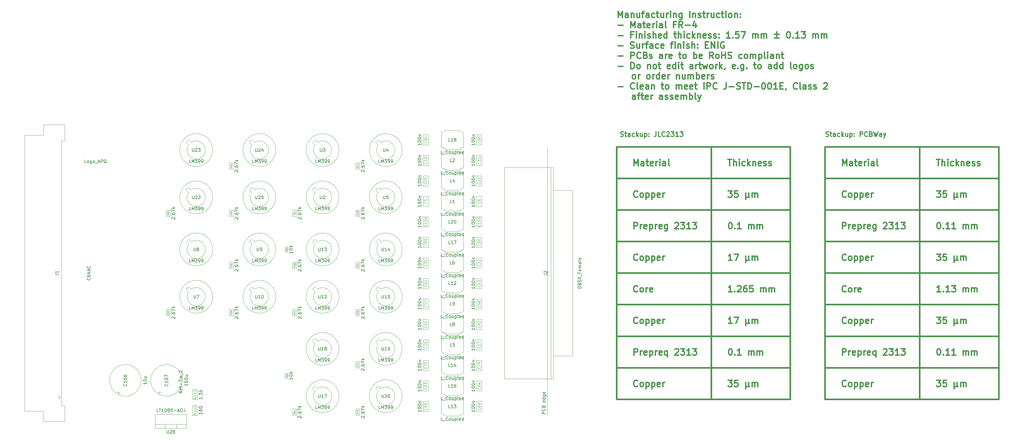
<source format=gbr>
%TF.GenerationSoftware,KiCad,Pcbnew,7.0.1*%
%TF.CreationDate,2023-05-27T02:15:05+02:00*%
%TF.ProjectId,main,6d61696e-2e6b-4696-9361-645f70636258,v1.0.1*%
%TF.SameCoordinates,Original*%
%TF.FileFunction,AssemblyDrawing,Top*%
%FSLAX46Y46*%
G04 Gerber Fmt 4.6, Leading zero omitted, Abs format (unit mm)*
G04 Created by KiCad (PCBNEW 7.0.1) date 2023-05-27 02:15:05*
%MOMM*%
%LPD*%
G01*
G04 APERTURE LIST*
%ADD10C,0.500000*%
%ADD11C,0.400000*%
%ADD12C,0.300000*%
%ADD13C,0.150000*%
%ADD14C,0.060000*%
%ADD15C,0.120000*%
%ADD16C,0.080000*%
%ADD17C,0.100000*%
G04 APERTURE END LIST*
D10*
X281000000Y-130000000D02*
X336000000Y-130000000D01*
X311000000Y-70000000D02*
X311000000Y-150000000D01*
X245000000Y-70000000D02*
X245000000Y-150000000D01*
X215000000Y-70000000D02*
X215000000Y-150000000D01*
X215000000Y-90000000D02*
X270000000Y-90000000D01*
X215000000Y-150000000D02*
X270000000Y-150000000D01*
X215000000Y-110000000D02*
X270000000Y-110000000D01*
X281000000Y-70000000D02*
X336000000Y-70000000D01*
X215000000Y-100000000D02*
X270000000Y-100000000D01*
X281000000Y-90000000D02*
X336000000Y-90000000D01*
X281000000Y-80000000D02*
X336000000Y-80000000D01*
X336000000Y-70000000D02*
X336000000Y-150000000D01*
X215000000Y-130000000D02*
X270000000Y-130000000D01*
X281000000Y-120000000D02*
X336000000Y-120000000D01*
X281000000Y-100000000D02*
X336000000Y-100000000D01*
X215000000Y-140000000D02*
X270000000Y-140000000D01*
X270000000Y-70000000D02*
X270000000Y-150000000D01*
X215000000Y-120000000D02*
X270000000Y-120000000D01*
X215000000Y-80000000D02*
X270000000Y-80000000D01*
X281000000Y-140000000D02*
X336000000Y-140000000D01*
X281000000Y-150000000D02*
X336000000Y-150000000D01*
X215000000Y-70000000D02*
X270000000Y-70000000D01*
X281000000Y-110000000D02*
X336000000Y-110000000D01*
X281000000Y-70000000D02*
X281000000Y-150000000D01*
D11*
X316190476Y-73925238D02*
X317333333Y-73925238D01*
X316761904Y-75925238D02*
X316761904Y-73925238D01*
X318000000Y-75925238D02*
X318000000Y-73925238D01*
X318857143Y-75925238D02*
X318857143Y-74877619D01*
X318857143Y-74877619D02*
X318761905Y-74687142D01*
X318761905Y-74687142D02*
X318571429Y-74591904D01*
X318571429Y-74591904D02*
X318285714Y-74591904D01*
X318285714Y-74591904D02*
X318095238Y-74687142D01*
X318095238Y-74687142D02*
X318000000Y-74782380D01*
X319809524Y-75925238D02*
X319809524Y-74591904D01*
X319809524Y-73925238D02*
X319714286Y-74020476D01*
X319714286Y-74020476D02*
X319809524Y-74115714D01*
X319809524Y-74115714D02*
X319904762Y-74020476D01*
X319904762Y-74020476D02*
X319809524Y-73925238D01*
X319809524Y-73925238D02*
X319809524Y-74115714D01*
X321619048Y-75830000D02*
X321428572Y-75925238D01*
X321428572Y-75925238D02*
X321047619Y-75925238D01*
X321047619Y-75925238D02*
X320857143Y-75830000D01*
X320857143Y-75830000D02*
X320761905Y-75734761D01*
X320761905Y-75734761D02*
X320666667Y-75544285D01*
X320666667Y-75544285D02*
X320666667Y-74972857D01*
X320666667Y-74972857D02*
X320761905Y-74782380D01*
X320761905Y-74782380D02*
X320857143Y-74687142D01*
X320857143Y-74687142D02*
X321047619Y-74591904D01*
X321047619Y-74591904D02*
X321428572Y-74591904D01*
X321428572Y-74591904D02*
X321619048Y-74687142D01*
X322476191Y-75925238D02*
X322476191Y-73925238D01*
X322666667Y-75163333D02*
X323238096Y-75925238D01*
X323238096Y-74591904D02*
X322476191Y-75353809D01*
X324095239Y-74591904D02*
X324095239Y-75925238D01*
X324095239Y-74782380D02*
X324190477Y-74687142D01*
X324190477Y-74687142D02*
X324380953Y-74591904D01*
X324380953Y-74591904D02*
X324666668Y-74591904D01*
X324666668Y-74591904D02*
X324857144Y-74687142D01*
X324857144Y-74687142D02*
X324952382Y-74877619D01*
X324952382Y-74877619D02*
X324952382Y-75925238D01*
X326666668Y-75830000D02*
X326476192Y-75925238D01*
X326476192Y-75925238D02*
X326095239Y-75925238D01*
X326095239Y-75925238D02*
X325904763Y-75830000D01*
X325904763Y-75830000D02*
X325809525Y-75639523D01*
X325809525Y-75639523D02*
X325809525Y-74877619D01*
X325809525Y-74877619D02*
X325904763Y-74687142D01*
X325904763Y-74687142D02*
X326095239Y-74591904D01*
X326095239Y-74591904D02*
X326476192Y-74591904D01*
X326476192Y-74591904D02*
X326666668Y-74687142D01*
X326666668Y-74687142D02*
X326761906Y-74877619D01*
X326761906Y-74877619D02*
X326761906Y-75068095D01*
X326761906Y-75068095D02*
X325809525Y-75258571D01*
X327523811Y-75830000D02*
X327714287Y-75925238D01*
X327714287Y-75925238D02*
X328095239Y-75925238D01*
X328095239Y-75925238D02*
X328285716Y-75830000D01*
X328285716Y-75830000D02*
X328380954Y-75639523D01*
X328380954Y-75639523D02*
X328380954Y-75544285D01*
X328380954Y-75544285D02*
X328285716Y-75353809D01*
X328285716Y-75353809D02*
X328095239Y-75258571D01*
X328095239Y-75258571D02*
X327809525Y-75258571D01*
X327809525Y-75258571D02*
X327619049Y-75163333D01*
X327619049Y-75163333D02*
X327523811Y-74972857D01*
X327523811Y-74972857D02*
X327523811Y-74877619D01*
X327523811Y-74877619D02*
X327619049Y-74687142D01*
X327619049Y-74687142D02*
X327809525Y-74591904D01*
X327809525Y-74591904D02*
X328095239Y-74591904D01*
X328095239Y-74591904D02*
X328285716Y-74687142D01*
X329142859Y-75830000D02*
X329333335Y-75925238D01*
X329333335Y-75925238D02*
X329714287Y-75925238D01*
X329714287Y-75925238D02*
X329904764Y-75830000D01*
X329904764Y-75830000D02*
X330000002Y-75639523D01*
X330000002Y-75639523D02*
X330000002Y-75544285D01*
X330000002Y-75544285D02*
X329904764Y-75353809D01*
X329904764Y-75353809D02*
X329714287Y-75258571D01*
X329714287Y-75258571D02*
X329428573Y-75258571D01*
X329428573Y-75258571D02*
X329238097Y-75163333D01*
X329238097Y-75163333D02*
X329142859Y-74972857D01*
X329142859Y-74972857D02*
X329142859Y-74877619D01*
X329142859Y-74877619D02*
X329238097Y-74687142D01*
X329238097Y-74687142D02*
X329428573Y-74591904D01*
X329428573Y-74591904D02*
X329714287Y-74591904D01*
X329714287Y-74591904D02*
X329904764Y-74687142D01*
X317523809Y-115925238D02*
X316380952Y-115925238D01*
X316952380Y-115925238D02*
X316952380Y-113925238D01*
X316952380Y-113925238D02*
X316761904Y-114210952D01*
X316761904Y-114210952D02*
X316571428Y-114401428D01*
X316571428Y-114401428D02*
X316380952Y-114496666D01*
X318380952Y-115734761D02*
X318476190Y-115830000D01*
X318476190Y-115830000D02*
X318380952Y-115925238D01*
X318380952Y-115925238D02*
X318285714Y-115830000D01*
X318285714Y-115830000D02*
X318380952Y-115734761D01*
X318380952Y-115734761D02*
X318380952Y-115925238D01*
X320380952Y-115925238D02*
X319238095Y-115925238D01*
X319809523Y-115925238D02*
X319809523Y-113925238D01*
X319809523Y-113925238D02*
X319619047Y-114210952D01*
X319619047Y-114210952D02*
X319428571Y-114401428D01*
X319428571Y-114401428D02*
X319238095Y-114496666D01*
X321047619Y-113925238D02*
X322285714Y-113925238D01*
X322285714Y-113925238D02*
X321619047Y-114687142D01*
X321619047Y-114687142D02*
X321904762Y-114687142D01*
X321904762Y-114687142D02*
X322095238Y-114782380D01*
X322095238Y-114782380D02*
X322190476Y-114877619D01*
X322190476Y-114877619D02*
X322285714Y-115068095D01*
X322285714Y-115068095D02*
X322285714Y-115544285D01*
X322285714Y-115544285D02*
X322190476Y-115734761D01*
X322190476Y-115734761D02*
X322095238Y-115830000D01*
X322095238Y-115830000D02*
X321904762Y-115925238D01*
X321904762Y-115925238D02*
X321333333Y-115925238D01*
X321333333Y-115925238D02*
X321142857Y-115830000D01*
X321142857Y-115830000D02*
X321047619Y-115734761D01*
X324666667Y-115925238D02*
X324666667Y-114591904D01*
X324666667Y-114782380D02*
X324761905Y-114687142D01*
X324761905Y-114687142D02*
X324952381Y-114591904D01*
X324952381Y-114591904D02*
X325238096Y-114591904D01*
X325238096Y-114591904D02*
X325428572Y-114687142D01*
X325428572Y-114687142D02*
X325523810Y-114877619D01*
X325523810Y-114877619D02*
X325523810Y-115925238D01*
X325523810Y-114877619D02*
X325619048Y-114687142D01*
X325619048Y-114687142D02*
X325809524Y-114591904D01*
X325809524Y-114591904D02*
X326095238Y-114591904D01*
X326095238Y-114591904D02*
X326285715Y-114687142D01*
X326285715Y-114687142D02*
X326380953Y-114877619D01*
X326380953Y-114877619D02*
X326380953Y-115925238D01*
X327333334Y-115925238D02*
X327333334Y-114591904D01*
X327333334Y-114782380D02*
X327428572Y-114687142D01*
X327428572Y-114687142D02*
X327619048Y-114591904D01*
X327619048Y-114591904D02*
X327904763Y-114591904D01*
X327904763Y-114591904D02*
X328095239Y-114687142D01*
X328095239Y-114687142D02*
X328190477Y-114877619D01*
X328190477Y-114877619D02*
X328190477Y-115925238D01*
X328190477Y-114877619D02*
X328285715Y-114687142D01*
X328285715Y-114687142D02*
X328476191Y-114591904D01*
X328476191Y-114591904D02*
X328761905Y-114591904D01*
X328761905Y-114591904D02*
X328952382Y-114687142D01*
X328952382Y-114687142D02*
X329047620Y-114877619D01*
X329047620Y-114877619D02*
X329047620Y-115925238D01*
X316857142Y-133925238D02*
X317047619Y-133925238D01*
X317047619Y-133925238D02*
X317238095Y-134020476D01*
X317238095Y-134020476D02*
X317333333Y-134115714D01*
X317333333Y-134115714D02*
X317428571Y-134306190D01*
X317428571Y-134306190D02*
X317523809Y-134687142D01*
X317523809Y-134687142D02*
X317523809Y-135163333D01*
X317523809Y-135163333D02*
X317428571Y-135544285D01*
X317428571Y-135544285D02*
X317333333Y-135734761D01*
X317333333Y-135734761D02*
X317238095Y-135830000D01*
X317238095Y-135830000D02*
X317047619Y-135925238D01*
X317047619Y-135925238D02*
X316857142Y-135925238D01*
X316857142Y-135925238D02*
X316666666Y-135830000D01*
X316666666Y-135830000D02*
X316571428Y-135734761D01*
X316571428Y-135734761D02*
X316476190Y-135544285D01*
X316476190Y-135544285D02*
X316380952Y-135163333D01*
X316380952Y-135163333D02*
X316380952Y-134687142D01*
X316380952Y-134687142D02*
X316476190Y-134306190D01*
X316476190Y-134306190D02*
X316571428Y-134115714D01*
X316571428Y-134115714D02*
X316666666Y-134020476D01*
X316666666Y-134020476D02*
X316857142Y-133925238D01*
X318380952Y-135734761D02*
X318476190Y-135830000D01*
X318476190Y-135830000D02*
X318380952Y-135925238D01*
X318380952Y-135925238D02*
X318285714Y-135830000D01*
X318285714Y-135830000D02*
X318380952Y-135734761D01*
X318380952Y-135734761D02*
X318380952Y-135925238D01*
X320380952Y-135925238D02*
X319238095Y-135925238D01*
X319809523Y-135925238D02*
X319809523Y-133925238D01*
X319809523Y-133925238D02*
X319619047Y-134210952D01*
X319619047Y-134210952D02*
X319428571Y-134401428D01*
X319428571Y-134401428D02*
X319238095Y-134496666D01*
X322285714Y-135925238D02*
X321142857Y-135925238D01*
X321714285Y-135925238D02*
X321714285Y-133925238D01*
X321714285Y-133925238D02*
X321523809Y-134210952D01*
X321523809Y-134210952D02*
X321333333Y-134401428D01*
X321333333Y-134401428D02*
X321142857Y-134496666D01*
X324666667Y-135925238D02*
X324666667Y-134591904D01*
X324666667Y-134782380D02*
X324761905Y-134687142D01*
X324761905Y-134687142D02*
X324952381Y-134591904D01*
X324952381Y-134591904D02*
X325238096Y-134591904D01*
X325238096Y-134591904D02*
X325428572Y-134687142D01*
X325428572Y-134687142D02*
X325523810Y-134877619D01*
X325523810Y-134877619D02*
X325523810Y-135925238D01*
X325523810Y-134877619D02*
X325619048Y-134687142D01*
X325619048Y-134687142D02*
X325809524Y-134591904D01*
X325809524Y-134591904D02*
X326095238Y-134591904D01*
X326095238Y-134591904D02*
X326285715Y-134687142D01*
X326285715Y-134687142D02*
X326380953Y-134877619D01*
X326380953Y-134877619D02*
X326380953Y-135925238D01*
X327333334Y-135925238D02*
X327333334Y-134591904D01*
X327333334Y-134782380D02*
X327428572Y-134687142D01*
X327428572Y-134687142D02*
X327619048Y-134591904D01*
X327619048Y-134591904D02*
X327904763Y-134591904D01*
X327904763Y-134591904D02*
X328095239Y-134687142D01*
X328095239Y-134687142D02*
X328190477Y-134877619D01*
X328190477Y-134877619D02*
X328190477Y-135925238D01*
X328190477Y-134877619D02*
X328285715Y-134687142D01*
X328285715Y-134687142D02*
X328476191Y-134591904D01*
X328476191Y-134591904D02*
X328761905Y-134591904D01*
X328761905Y-134591904D02*
X328952382Y-134687142D01*
X328952382Y-134687142D02*
X329047620Y-134877619D01*
X329047620Y-134877619D02*
X329047620Y-135925238D01*
X250285714Y-143925238D02*
X251523809Y-143925238D01*
X251523809Y-143925238D02*
X250857142Y-144687142D01*
X250857142Y-144687142D02*
X251142857Y-144687142D01*
X251142857Y-144687142D02*
X251333333Y-144782380D01*
X251333333Y-144782380D02*
X251428571Y-144877619D01*
X251428571Y-144877619D02*
X251523809Y-145068095D01*
X251523809Y-145068095D02*
X251523809Y-145544285D01*
X251523809Y-145544285D02*
X251428571Y-145734761D01*
X251428571Y-145734761D02*
X251333333Y-145830000D01*
X251333333Y-145830000D02*
X251142857Y-145925238D01*
X251142857Y-145925238D02*
X250571428Y-145925238D01*
X250571428Y-145925238D02*
X250380952Y-145830000D01*
X250380952Y-145830000D02*
X250285714Y-145734761D01*
X253333333Y-143925238D02*
X252380952Y-143925238D01*
X252380952Y-143925238D02*
X252285714Y-144877619D01*
X252285714Y-144877619D02*
X252380952Y-144782380D01*
X252380952Y-144782380D02*
X252571428Y-144687142D01*
X252571428Y-144687142D02*
X253047619Y-144687142D01*
X253047619Y-144687142D02*
X253238095Y-144782380D01*
X253238095Y-144782380D02*
X253333333Y-144877619D01*
X253333333Y-144877619D02*
X253428571Y-145068095D01*
X253428571Y-145068095D02*
X253428571Y-145544285D01*
X253428571Y-145544285D02*
X253333333Y-145734761D01*
X253333333Y-145734761D02*
X253238095Y-145830000D01*
X253238095Y-145830000D02*
X253047619Y-145925238D01*
X253047619Y-145925238D02*
X252571428Y-145925238D01*
X252571428Y-145925238D02*
X252380952Y-145830000D01*
X252380952Y-145830000D02*
X252285714Y-145734761D01*
X255809524Y-144591904D02*
X255809524Y-146591904D01*
X256761905Y-145639523D02*
X256857143Y-145830000D01*
X256857143Y-145830000D02*
X257047619Y-145925238D01*
X255809524Y-145639523D02*
X255904762Y-145830000D01*
X255904762Y-145830000D02*
X256095238Y-145925238D01*
X256095238Y-145925238D02*
X256476191Y-145925238D01*
X256476191Y-145925238D02*
X256666667Y-145830000D01*
X256666667Y-145830000D02*
X256761905Y-145639523D01*
X256761905Y-145639523D02*
X256761905Y-144591904D01*
X257904762Y-145925238D02*
X257904762Y-144591904D01*
X257904762Y-144782380D02*
X258000000Y-144687142D01*
X258000000Y-144687142D02*
X258190476Y-144591904D01*
X258190476Y-144591904D02*
X258476191Y-144591904D01*
X258476191Y-144591904D02*
X258666667Y-144687142D01*
X258666667Y-144687142D02*
X258761905Y-144877619D01*
X258761905Y-144877619D02*
X258761905Y-145925238D01*
X258761905Y-144877619D02*
X258857143Y-144687142D01*
X258857143Y-144687142D02*
X259047619Y-144591904D01*
X259047619Y-144591904D02*
X259333333Y-144591904D01*
X259333333Y-144591904D02*
X259523810Y-144687142D01*
X259523810Y-144687142D02*
X259619048Y-144877619D01*
X259619048Y-144877619D02*
X259619048Y-145925238D01*
X221619047Y-85734761D02*
X221523809Y-85830000D01*
X221523809Y-85830000D02*
X221238095Y-85925238D01*
X221238095Y-85925238D02*
X221047619Y-85925238D01*
X221047619Y-85925238D02*
X220761904Y-85830000D01*
X220761904Y-85830000D02*
X220571428Y-85639523D01*
X220571428Y-85639523D02*
X220476190Y-85449047D01*
X220476190Y-85449047D02*
X220380952Y-85068095D01*
X220380952Y-85068095D02*
X220380952Y-84782380D01*
X220380952Y-84782380D02*
X220476190Y-84401428D01*
X220476190Y-84401428D02*
X220571428Y-84210952D01*
X220571428Y-84210952D02*
X220761904Y-84020476D01*
X220761904Y-84020476D02*
X221047619Y-83925238D01*
X221047619Y-83925238D02*
X221238095Y-83925238D01*
X221238095Y-83925238D02*
X221523809Y-84020476D01*
X221523809Y-84020476D02*
X221619047Y-84115714D01*
X222761904Y-85925238D02*
X222571428Y-85830000D01*
X222571428Y-85830000D02*
X222476190Y-85734761D01*
X222476190Y-85734761D02*
X222380952Y-85544285D01*
X222380952Y-85544285D02*
X222380952Y-84972857D01*
X222380952Y-84972857D02*
X222476190Y-84782380D01*
X222476190Y-84782380D02*
X222571428Y-84687142D01*
X222571428Y-84687142D02*
X222761904Y-84591904D01*
X222761904Y-84591904D02*
X223047619Y-84591904D01*
X223047619Y-84591904D02*
X223238095Y-84687142D01*
X223238095Y-84687142D02*
X223333333Y-84782380D01*
X223333333Y-84782380D02*
X223428571Y-84972857D01*
X223428571Y-84972857D02*
X223428571Y-85544285D01*
X223428571Y-85544285D02*
X223333333Y-85734761D01*
X223333333Y-85734761D02*
X223238095Y-85830000D01*
X223238095Y-85830000D02*
X223047619Y-85925238D01*
X223047619Y-85925238D02*
X222761904Y-85925238D01*
X224285714Y-84591904D02*
X224285714Y-86591904D01*
X224285714Y-84687142D02*
X224476190Y-84591904D01*
X224476190Y-84591904D02*
X224857143Y-84591904D01*
X224857143Y-84591904D02*
X225047619Y-84687142D01*
X225047619Y-84687142D02*
X225142857Y-84782380D01*
X225142857Y-84782380D02*
X225238095Y-84972857D01*
X225238095Y-84972857D02*
X225238095Y-85544285D01*
X225238095Y-85544285D02*
X225142857Y-85734761D01*
X225142857Y-85734761D02*
X225047619Y-85830000D01*
X225047619Y-85830000D02*
X224857143Y-85925238D01*
X224857143Y-85925238D02*
X224476190Y-85925238D01*
X224476190Y-85925238D02*
X224285714Y-85830000D01*
X226095238Y-84591904D02*
X226095238Y-86591904D01*
X226095238Y-84687142D02*
X226285714Y-84591904D01*
X226285714Y-84591904D02*
X226666667Y-84591904D01*
X226666667Y-84591904D02*
X226857143Y-84687142D01*
X226857143Y-84687142D02*
X226952381Y-84782380D01*
X226952381Y-84782380D02*
X227047619Y-84972857D01*
X227047619Y-84972857D02*
X227047619Y-85544285D01*
X227047619Y-85544285D02*
X226952381Y-85734761D01*
X226952381Y-85734761D02*
X226857143Y-85830000D01*
X226857143Y-85830000D02*
X226666667Y-85925238D01*
X226666667Y-85925238D02*
X226285714Y-85925238D01*
X226285714Y-85925238D02*
X226095238Y-85830000D01*
X228666667Y-85830000D02*
X228476191Y-85925238D01*
X228476191Y-85925238D02*
X228095238Y-85925238D01*
X228095238Y-85925238D02*
X227904762Y-85830000D01*
X227904762Y-85830000D02*
X227809524Y-85639523D01*
X227809524Y-85639523D02*
X227809524Y-84877619D01*
X227809524Y-84877619D02*
X227904762Y-84687142D01*
X227904762Y-84687142D02*
X228095238Y-84591904D01*
X228095238Y-84591904D02*
X228476191Y-84591904D01*
X228476191Y-84591904D02*
X228666667Y-84687142D01*
X228666667Y-84687142D02*
X228761905Y-84877619D01*
X228761905Y-84877619D02*
X228761905Y-85068095D01*
X228761905Y-85068095D02*
X227809524Y-85258571D01*
X229619048Y-85925238D02*
X229619048Y-84591904D01*
X229619048Y-84972857D02*
X229714286Y-84782380D01*
X229714286Y-84782380D02*
X229809524Y-84687142D01*
X229809524Y-84687142D02*
X230000000Y-84591904D01*
X230000000Y-84591904D02*
X230190477Y-84591904D01*
X220476190Y-75925238D02*
X220476190Y-73925238D01*
X220476190Y-73925238D02*
X221142857Y-75353809D01*
X221142857Y-75353809D02*
X221809523Y-73925238D01*
X221809523Y-73925238D02*
X221809523Y-75925238D01*
X223619047Y-75925238D02*
X223619047Y-74877619D01*
X223619047Y-74877619D02*
X223523809Y-74687142D01*
X223523809Y-74687142D02*
X223333333Y-74591904D01*
X223333333Y-74591904D02*
X222952380Y-74591904D01*
X222952380Y-74591904D02*
X222761904Y-74687142D01*
X223619047Y-75830000D02*
X223428571Y-75925238D01*
X223428571Y-75925238D02*
X222952380Y-75925238D01*
X222952380Y-75925238D02*
X222761904Y-75830000D01*
X222761904Y-75830000D02*
X222666666Y-75639523D01*
X222666666Y-75639523D02*
X222666666Y-75449047D01*
X222666666Y-75449047D02*
X222761904Y-75258571D01*
X222761904Y-75258571D02*
X222952380Y-75163333D01*
X222952380Y-75163333D02*
X223428571Y-75163333D01*
X223428571Y-75163333D02*
X223619047Y-75068095D01*
X224285714Y-74591904D02*
X225047618Y-74591904D01*
X224571428Y-73925238D02*
X224571428Y-75639523D01*
X224571428Y-75639523D02*
X224666666Y-75830000D01*
X224666666Y-75830000D02*
X224857142Y-75925238D01*
X224857142Y-75925238D02*
X225047618Y-75925238D01*
X226476190Y-75830000D02*
X226285714Y-75925238D01*
X226285714Y-75925238D02*
X225904761Y-75925238D01*
X225904761Y-75925238D02*
X225714285Y-75830000D01*
X225714285Y-75830000D02*
X225619047Y-75639523D01*
X225619047Y-75639523D02*
X225619047Y-74877619D01*
X225619047Y-74877619D02*
X225714285Y-74687142D01*
X225714285Y-74687142D02*
X225904761Y-74591904D01*
X225904761Y-74591904D02*
X226285714Y-74591904D01*
X226285714Y-74591904D02*
X226476190Y-74687142D01*
X226476190Y-74687142D02*
X226571428Y-74877619D01*
X226571428Y-74877619D02*
X226571428Y-75068095D01*
X226571428Y-75068095D02*
X225619047Y-75258571D01*
X227428571Y-75925238D02*
X227428571Y-74591904D01*
X227428571Y-74972857D02*
X227523809Y-74782380D01*
X227523809Y-74782380D02*
X227619047Y-74687142D01*
X227619047Y-74687142D02*
X227809523Y-74591904D01*
X227809523Y-74591904D02*
X228000000Y-74591904D01*
X228666666Y-75925238D02*
X228666666Y-74591904D01*
X228666666Y-73925238D02*
X228571428Y-74020476D01*
X228571428Y-74020476D02*
X228666666Y-74115714D01*
X228666666Y-74115714D02*
X228761904Y-74020476D01*
X228761904Y-74020476D02*
X228666666Y-73925238D01*
X228666666Y-73925238D02*
X228666666Y-74115714D01*
X230476190Y-75925238D02*
X230476190Y-74877619D01*
X230476190Y-74877619D02*
X230380952Y-74687142D01*
X230380952Y-74687142D02*
X230190476Y-74591904D01*
X230190476Y-74591904D02*
X229809523Y-74591904D01*
X229809523Y-74591904D02*
X229619047Y-74687142D01*
X230476190Y-75830000D02*
X230285714Y-75925238D01*
X230285714Y-75925238D02*
X229809523Y-75925238D01*
X229809523Y-75925238D02*
X229619047Y-75830000D01*
X229619047Y-75830000D02*
X229523809Y-75639523D01*
X229523809Y-75639523D02*
X229523809Y-75449047D01*
X229523809Y-75449047D02*
X229619047Y-75258571D01*
X229619047Y-75258571D02*
X229809523Y-75163333D01*
X229809523Y-75163333D02*
X230285714Y-75163333D01*
X230285714Y-75163333D02*
X230476190Y-75068095D01*
X231714285Y-75925238D02*
X231523809Y-75830000D01*
X231523809Y-75830000D02*
X231428571Y-75639523D01*
X231428571Y-75639523D02*
X231428571Y-73925238D01*
X215476190Y-28965238D02*
X215476190Y-26965238D01*
X215476190Y-26965238D02*
X216142857Y-28393809D01*
X216142857Y-28393809D02*
X216809523Y-26965238D01*
X216809523Y-26965238D02*
X216809523Y-28965238D01*
X218619047Y-28965238D02*
X218619047Y-27917619D01*
X218619047Y-27917619D02*
X218523809Y-27727142D01*
X218523809Y-27727142D02*
X218333333Y-27631904D01*
X218333333Y-27631904D02*
X217952380Y-27631904D01*
X217952380Y-27631904D02*
X217761904Y-27727142D01*
X218619047Y-28870000D02*
X218428571Y-28965238D01*
X218428571Y-28965238D02*
X217952380Y-28965238D01*
X217952380Y-28965238D02*
X217761904Y-28870000D01*
X217761904Y-28870000D02*
X217666666Y-28679523D01*
X217666666Y-28679523D02*
X217666666Y-28489047D01*
X217666666Y-28489047D02*
X217761904Y-28298571D01*
X217761904Y-28298571D02*
X217952380Y-28203333D01*
X217952380Y-28203333D02*
X218428571Y-28203333D01*
X218428571Y-28203333D02*
X218619047Y-28108095D01*
X219571428Y-27631904D02*
X219571428Y-28965238D01*
X219571428Y-27822380D02*
X219666666Y-27727142D01*
X219666666Y-27727142D02*
X219857142Y-27631904D01*
X219857142Y-27631904D02*
X220142857Y-27631904D01*
X220142857Y-27631904D02*
X220333333Y-27727142D01*
X220333333Y-27727142D02*
X220428571Y-27917619D01*
X220428571Y-27917619D02*
X220428571Y-28965238D01*
X222238095Y-27631904D02*
X222238095Y-28965238D01*
X221380952Y-27631904D02*
X221380952Y-28679523D01*
X221380952Y-28679523D02*
X221476190Y-28870000D01*
X221476190Y-28870000D02*
X221666666Y-28965238D01*
X221666666Y-28965238D02*
X221952381Y-28965238D01*
X221952381Y-28965238D02*
X222142857Y-28870000D01*
X222142857Y-28870000D02*
X222238095Y-28774761D01*
X222904762Y-27631904D02*
X223666666Y-27631904D01*
X223190476Y-28965238D02*
X223190476Y-27250952D01*
X223190476Y-27250952D02*
X223285714Y-27060476D01*
X223285714Y-27060476D02*
X223476190Y-26965238D01*
X223476190Y-26965238D02*
X223666666Y-26965238D01*
X225190476Y-28965238D02*
X225190476Y-27917619D01*
X225190476Y-27917619D02*
X225095238Y-27727142D01*
X225095238Y-27727142D02*
X224904762Y-27631904D01*
X224904762Y-27631904D02*
X224523809Y-27631904D01*
X224523809Y-27631904D02*
X224333333Y-27727142D01*
X225190476Y-28870000D02*
X225000000Y-28965238D01*
X225000000Y-28965238D02*
X224523809Y-28965238D01*
X224523809Y-28965238D02*
X224333333Y-28870000D01*
X224333333Y-28870000D02*
X224238095Y-28679523D01*
X224238095Y-28679523D02*
X224238095Y-28489047D01*
X224238095Y-28489047D02*
X224333333Y-28298571D01*
X224333333Y-28298571D02*
X224523809Y-28203333D01*
X224523809Y-28203333D02*
X225000000Y-28203333D01*
X225000000Y-28203333D02*
X225190476Y-28108095D01*
X227000000Y-28870000D02*
X226809524Y-28965238D01*
X226809524Y-28965238D02*
X226428571Y-28965238D01*
X226428571Y-28965238D02*
X226238095Y-28870000D01*
X226238095Y-28870000D02*
X226142857Y-28774761D01*
X226142857Y-28774761D02*
X226047619Y-28584285D01*
X226047619Y-28584285D02*
X226047619Y-28012857D01*
X226047619Y-28012857D02*
X226142857Y-27822380D01*
X226142857Y-27822380D02*
X226238095Y-27727142D01*
X226238095Y-27727142D02*
X226428571Y-27631904D01*
X226428571Y-27631904D02*
X226809524Y-27631904D01*
X226809524Y-27631904D02*
X227000000Y-27727142D01*
X227571429Y-27631904D02*
X228333333Y-27631904D01*
X227857143Y-26965238D02*
X227857143Y-28679523D01*
X227857143Y-28679523D02*
X227952381Y-28870000D01*
X227952381Y-28870000D02*
X228142857Y-28965238D01*
X228142857Y-28965238D02*
X228333333Y-28965238D01*
X229857143Y-27631904D02*
X229857143Y-28965238D01*
X229000000Y-27631904D02*
X229000000Y-28679523D01*
X229000000Y-28679523D02*
X229095238Y-28870000D01*
X229095238Y-28870000D02*
X229285714Y-28965238D01*
X229285714Y-28965238D02*
X229571429Y-28965238D01*
X229571429Y-28965238D02*
X229761905Y-28870000D01*
X229761905Y-28870000D02*
X229857143Y-28774761D01*
X230809524Y-28965238D02*
X230809524Y-27631904D01*
X230809524Y-28012857D02*
X230904762Y-27822380D01*
X230904762Y-27822380D02*
X231000000Y-27727142D01*
X231000000Y-27727142D02*
X231190476Y-27631904D01*
X231190476Y-27631904D02*
X231380953Y-27631904D01*
X232047619Y-28965238D02*
X232047619Y-27631904D01*
X232047619Y-26965238D02*
X231952381Y-27060476D01*
X231952381Y-27060476D02*
X232047619Y-27155714D01*
X232047619Y-27155714D02*
X232142857Y-27060476D01*
X232142857Y-27060476D02*
X232047619Y-26965238D01*
X232047619Y-26965238D02*
X232047619Y-27155714D01*
X233000000Y-27631904D02*
X233000000Y-28965238D01*
X233000000Y-27822380D02*
X233095238Y-27727142D01*
X233095238Y-27727142D02*
X233285714Y-27631904D01*
X233285714Y-27631904D02*
X233571429Y-27631904D01*
X233571429Y-27631904D02*
X233761905Y-27727142D01*
X233761905Y-27727142D02*
X233857143Y-27917619D01*
X233857143Y-27917619D02*
X233857143Y-28965238D01*
X235666667Y-27631904D02*
X235666667Y-29250952D01*
X235666667Y-29250952D02*
X235571429Y-29441428D01*
X235571429Y-29441428D02*
X235476191Y-29536666D01*
X235476191Y-29536666D02*
X235285714Y-29631904D01*
X235285714Y-29631904D02*
X235000000Y-29631904D01*
X235000000Y-29631904D02*
X234809524Y-29536666D01*
X235666667Y-28870000D02*
X235476191Y-28965238D01*
X235476191Y-28965238D02*
X235095238Y-28965238D01*
X235095238Y-28965238D02*
X234904762Y-28870000D01*
X234904762Y-28870000D02*
X234809524Y-28774761D01*
X234809524Y-28774761D02*
X234714286Y-28584285D01*
X234714286Y-28584285D02*
X234714286Y-28012857D01*
X234714286Y-28012857D02*
X234809524Y-27822380D01*
X234809524Y-27822380D02*
X234904762Y-27727142D01*
X234904762Y-27727142D02*
X235095238Y-27631904D01*
X235095238Y-27631904D02*
X235476191Y-27631904D01*
X235476191Y-27631904D02*
X235666667Y-27727142D01*
X238142858Y-28965238D02*
X238142858Y-26965238D01*
X239095239Y-27631904D02*
X239095239Y-28965238D01*
X239095239Y-27822380D02*
X239190477Y-27727142D01*
X239190477Y-27727142D02*
X239380953Y-27631904D01*
X239380953Y-27631904D02*
X239666668Y-27631904D01*
X239666668Y-27631904D02*
X239857144Y-27727142D01*
X239857144Y-27727142D02*
X239952382Y-27917619D01*
X239952382Y-27917619D02*
X239952382Y-28965238D01*
X240809525Y-28870000D02*
X241000001Y-28965238D01*
X241000001Y-28965238D02*
X241380953Y-28965238D01*
X241380953Y-28965238D02*
X241571430Y-28870000D01*
X241571430Y-28870000D02*
X241666668Y-28679523D01*
X241666668Y-28679523D02*
X241666668Y-28584285D01*
X241666668Y-28584285D02*
X241571430Y-28393809D01*
X241571430Y-28393809D02*
X241380953Y-28298571D01*
X241380953Y-28298571D02*
X241095239Y-28298571D01*
X241095239Y-28298571D02*
X240904763Y-28203333D01*
X240904763Y-28203333D02*
X240809525Y-28012857D01*
X240809525Y-28012857D02*
X240809525Y-27917619D01*
X240809525Y-27917619D02*
X240904763Y-27727142D01*
X240904763Y-27727142D02*
X241095239Y-27631904D01*
X241095239Y-27631904D02*
X241380953Y-27631904D01*
X241380953Y-27631904D02*
X241571430Y-27727142D01*
X242238097Y-27631904D02*
X243000001Y-27631904D01*
X242523811Y-26965238D02*
X242523811Y-28679523D01*
X242523811Y-28679523D02*
X242619049Y-28870000D01*
X242619049Y-28870000D02*
X242809525Y-28965238D01*
X242809525Y-28965238D02*
X243000001Y-28965238D01*
X243666668Y-28965238D02*
X243666668Y-27631904D01*
X243666668Y-28012857D02*
X243761906Y-27822380D01*
X243761906Y-27822380D02*
X243857144Y-27727142D01*
X243857144Y-27727142D02*
X244047620Y-27631904D01*
X244047620Y-27631904D02*
X244238097Y-27631904D01*
X245761906Y-27631904D02*
X245761906Y-28965238D01*
X244904763Y-27631904D02*
X244904763Y-28679523D01*
X244904763Y-28679523D02*
X245000001Y-28870000D01*
X245000001Y-28870000D02*
X245190477Y-28965238D01*
X245190477Y-28965238D02*
X245476192Y-28965238D01*
X245476192Y-28965238D02*
X245666668Y-28870000D01*
X245666668Y-28870000D02*
X245761906Y-28774761D01*
X247571430Y-28870000D02*
X247380954Y-28965238D01*
X247380954Y-28965238D02*
X247000001Y-28965238D01*
X247000001Y-28965238D02*
X246809525Y-28870000D01*
X246809525Y-28870000D02*
X246714287Y-28774761D01*
X246714287Y-28774761D02*
X246619049Y-28584285D01*
X246619049Y-28584285D02*
X246619049Y-28012857D01*
X246619049Y-28012857D02*
X246714287Y-27822380D01*
X246714287Y-27822380D02*
X246809525Y-27727142D01*
X246809525Y-27727142D02*
X247000001Y-27631904D01*
X247000001Y-27631904D02*
X247380954Y-27631904D01*
X247380954Y-27631904D02*
X247571430Y-27727142D01*
X248142859Y-27631904D02*
X248904763Y-27631904D01*
X248428573Y-26965238D02*
X248428573Y-28679523D01*
X248428573Y-28679523D02*
X248523811Y-28870000D01*
X248523811Y-28870000D02*
X248714287Y-28965238D01*
X248714287Y-28965238D02*
X248904763Y-28965238D01*
X249571430Y-28965238D02*
X249571430Y-27631904D01*
X249571430Y-26965238D02*
X249476192Y-27060476D01*
X249476192Y-27060476D02*
X249571430Y-27155714D01*
X249571430Y-27155714D02*
X249666668Y-27060476D01*
X249666668Y-27060476D02*
X249571430Y-26965238D01*
X249571430Y-26965238D02*
X249571430Y-27155714D01*
X250809525Y-28965238D02*
X250619049Y-28870000D01*
X250619049Y-28870000D02*
X250523811Y-28774761D01*
X250523811Y-28774761D02*
X250428573Y-28584285D01*
X250428573Y-28584285D02*
X250428573Y-28012857D01*
X250428573Y-28012857D02*
X250523811Y-27822380D01*
X250523811Y-27822380D02*
X250619049Y-27727142D01*
X250619049Y-27727142D02*
X250809525Y-27631904D01*
X250809525Y-27631904D02*
X251095240Y-27631904D01*
X251095240Y-27631904D02*
X251285716Y-27727142D01*
X251285716Y-27727142D02*
X251380954Y-27822380D01*
X251380954Y-27822380D02*
X251476192Y-28012857D01*
X251476192Y-28012857D02*
X251476192Y-28584285D01*
X251476192Y-28584285D02*
X251380954Y-28774761D01*
X251380954Y-28774761D02*
X251285716Y-28870000D01*
X251285716Y-28870000D02*
X251095240Y-28965238D01*
X251095240Y-28965238D02*
X250809525Y-28965238D01*
X252333335Y-27631904D02*
X252333335Y-28965238D01*
X252333335Y-27822380D02*
X252428573Y-27727142D01*
X252428573Y-27727142D02*
X252619049Y-27631904D01*
X252619049Y-27631904D02*
X252904764Y-27631904D01*
X252904764Y-27631904D02*
X253095240Y-27727142D01*
X253095240Y-27727142D02*
X253190478Y-27917619D01*
X253190478Y-27917619D02*
X253190478Y-28965238D01*
X254142859Y-28774761D02*
X254238097Y-28870000D01*
X254238097Y-28870000D02*
X254142859Y-28965238D01*
X254142859Y-28965238D02*
X254047621Y-28870000D01*
X254047621Y-28870000D02*
X254142859Y-28774761D01*
X254142859Y-28774761D02*
X254142859Y-28965238D01*
X254142859Y-27727142D02*
X254238097Y-27822380D01*
X254238097Y-27822380D02*
X254142859Y-27917619D01*
X254142859Y-27917619D02*
X254047621Y-27822380D01*
X254047621Y-27822380D02*
X254142859Y-27727142D01*
X254142859Y-27727142D02*
X254142859Y-27917619D01*
X215476190Y-31443333D02*
X217000000Y-31443333D01*
X219476190Y-32205238D02*
X219476190Y-30205238D01*
X219476190Y-30205238D02*
X220142857Y-31633809D01*
X220142857Y-31633809D02*
X220809523Y-30205238D01*
X220809523Y-30205238D02*
X220809523Y-32205238D01*
X222619047Y-32205238D02*
X222619047Y-31157619D01*
X222619047Y-31157619D02*
X222523809Y-30967142D01*
X222523809Y-30967142D02*
X222333333Y-30871904D01*
X222333333Y-30871904D02*
X221952380Y-30871904D01*
X221952380Y-30871904D02*
X221761904Y-30967142D01*
X222619047Y-32110000D02*
X222428571Y-32205238D01*
X222428571Y-32205238D02*
X221952380Y-32205238D01*
X221952380Y-32205238D02*
X221761904Y-32110000D01*
X221761904Y-32110000D02*
X221666666Y-31919523D01*
X221666666Y-31919523D02*
X221666666Y-31729047D01*
X221666666Y-31729047D02*
X221761904Y-31538571D01*
X221761904Y-31538571D02*
X221952380Y-31443333D01*
X221952380Y-31443333D02*
X222428571Y-31443333D01*
X222428571Y-31443333D02*
X222619047Y-31348095D01*
X223285714Y-30871904D02*
X224047618Y-30871904D01*
X223571428Y-30205238D02*
X223571428Y-31919523D01*
X223571428Y-31919523D02*
X223666666Y-32110000D01*
X223666666Y-32110000D02*
X223857142Y-32205238D01*
X223857142Y-32205238D02*
X224047618Y-32205238D01*
X225476190Y-32110000D02*
X225285714Y-32205238D01*
X225285714Y-32205238D02*
X224904761Y-32205238D01*
X224904761Y-32205238D02*
X224714285Y-32110000D01*
X224714285Y-32110000D02*
X224619047Y-31919523D01*
X224619047Y-31919523D02*
X224619047Y-31157619D01*
X224619047Y-31157619D02*
X224714285Y-30967142D01*
X224714285Y-30967142D02*
X224904761Y-30871904D01*
X224904761Y-30871904D02*
X225285714Y-30871904D01*
X225285714Y-30871904D02*
X225476190Y-30967142D01*
X225476190Y-30967142D02*
X225571428Y-31157619D01*
X225571428Y-31157619D02*
X225571428Y-31348095D01*
X225571428Y-31348095D02*
X224619047Y-31538571D01*
X226428571Y-32205238D02*
X226428571Y-30871904D01*
X226428571Y-31252857D02*
X226523809Y-31062380D01*
X226523809Y-31062380D02*
X226619047Y-30967142D01*
X226619047Y-30967142D02*
X226809523Y-30871904D01*
X226809523Y-30871904D02*
X227000000Y-30871904D01*
X227666666Y-32205238D02*
X227666666Y-30871904D01*
X227666666Y-30205238D02*
X227571428Y-30300476D01*
X227571428Y-30300476D02*
X227666666Y-30395714D01*
X227666666Y-30395714D02*
X227761904Y-30300476D01*
X227761904Y-30300476D02*
X227666666Y-30205238D01*
X227666666Y-30205238D02*
X227666666Y-30395714D01*
X229476190Y-32205238D02*
X229476190Y-31157619D01*
X229476190Y-31157619D02*
X229380952Y-30967142D01*
X229380952Y-30967142D02*
X229190476Y-30871904D01*
X229190476Y-30871904D02*
X228809523Y-30871904D01*
X228809523Y-30871904D02*
X228619047Y-30967142D01*
X229476190Y-32110000D02*
X229285714Y-32205238D01*
X229285714Y-32205238D02*
X228809523Y-32205238D01*
X228809523Y-32205238D02*
X228619047Y-32110000D01*
X228619047Y-32110000D02*
X228523809Y-31919523D01*
X228523809Y-31919523D02*
X228523809Y-31729047D01*
X228523809Y-31729047D02*
X228619047Y-31538571D01*
X228619047Y-31538571D02*
X228809523Y-31443333D01*
X228809523Y-31443333D02*
X229285714Y-31443333D01*
X229285714Y-31443333D02*
X229476190Y-31348095D01*
X230714285Y-32205238D02*
X230523809Y-32110000D01*
X230523809Y-32110000D02*
X230428571Y-31919523D01*
X230428571Y-31919523D02*
X230428571Y-30205238D01*
X233666667Y-31157619D02*
X233000000Y-31157619D01*
X233000000Y-32205238D02*
X233000000Y-30205238D01*
X233000000Y-30205238D02*
X233952381Y-30205238D01*
X235857143Y-32205238D02*
X235190476Y-31252857D01*
X234714286Y-32205238D02*
X234714286Y-30205238D01*
X234714286Y-30205238D02*
X235476191Y-30205238D01*
X235476191Y-30205238D02*
X235666667Y-30300476D01*
X235666667Y-30300476D02*
X235761905Y-30395714D01*
X235761905Y-30395714D02*
X235857143Y-30586190D01*
X235857143Y-30586190D02*
X235857143Y-30871904D01*
X235857143Y-30871904D02*
X235761905Y-31062380D01*
X235761905Y-31062380D02*
X235666667Y-31157619D01*
X235666667Y-31157619D02*
X235476191Y-31252857D01*
X235476191Y-31252857D02*
X234714286Y-31252857D01*
X236714286Y-31443333D02*
X238238096Y-31443333D01*
X240047619Y-30871904D02*
X240047619Y-32205238D01*
X239571428Y-30110000D02*
X239095238Y-31538571D01*
X239095238Y-31538571D02*
X240333333Y-31538571D01*
X215476190Y-34683333D02*
X217000000Y-34683333D01*
X220142857Y-34397619D02*
X219476190Y-34397619D01*
X219476190Y-35445238D02*
X219476190Y-33445238D01*
X219476190Y-33445238D02*
X220428571Y-33445238D01*
X221190476Y-35445238D02*
X221190476Y-34111904D01*
X221190476Y-33445238D02*
X221095238Y-33540476D01*
X221095238Y-33540476D02*
X221190476Y-33635714D01*
X221190476Y-33635714D02*
X221285714Y-33540476D01*
X221285714Y-33540476D02*
X221190476Y-33445238D01*
X221190476Y-33445238D02*
X221190476Y-33635714D01*
X222142857Y-34111904D02*
X222142857Y-35445238D01*
X222142857Y-34302380D02*
X222238095Y-34207142D01*
X222238095Y-34207142D02*
X222428571Y-34111904D01*
X222428571Y-34111904D02*
X222714286Y-34111904D01*
X222714286Y-34111904D02*
X222904762Y-34207142D01*
X222904762Y-34207142D02*
X223000000Y-34397619D01*
X223000000Y-34397619D02*
X223000000Y-35445238D01*
X223952381Y-35445238D02*
X223952381Y-34111904D01*
X223952381Y-33445238D02*
X223857143Y-33540476D01*
X223857143Y-33540476D02*
X223952381Y-33635714D01*
X223952381Y-33635714D02*
X224047619Y-33540476D01*
X224047619Y-33540476D02*
X223952381Y-33445238D01*
X223952381Y-33445238D02*
X223952381Y-33635714D01*
X224809524Y-35350000D02*
X225000000Y-35445238D01*
X225000000Y-35445238D02*
X225380952Y-35445238D01*
X225380952Y-35445238D02*
X225571429Y-35350000D01*
X225571429Y-35350000D02*
X225666667Y-35159523D01*
X225666667Y-35159523D02*
X225666667Y-35064285D01*
X225666667Y-35064285D02*
X225571429Y-34873809D01*
X225571429Y-34873809D02*
X225380952Y-34778571D01*
X225380952Y-34778571D02*
X225095238Y-34778571D01*
X225095238Y-34778571D02*
X224904762Y-34683333D01*
X224904762Y-34683333D02*
X224809524Y-34492857D01*
X224809524Y-34492857D02*
X224809524Y-34397619D01*
X224809524Y-34397619D02*
X224904762Y-34207142D01*
X224904762Y-34207142D02*
X225095238Y-34111904D01*
X225095238Y-34111904D02*
X225380952Y-34111904D01*
X225380952Y-34111904D02*
X225571429Y-34207142D01*
X226523810Y-35445238D02*
X226523810Y-33445238D01*
X227380953Y-35445238D02*
X227380953Y-34397619D01*
X227380953Y-34397619D02*
X227285715Y-34207142D01*
X227285715Y-34207142D02*
X227095239Y-34111904D01*
X227095239Y-34111904D02*
X226809524Y-34111904D01*
X226809524Y-34111904D02*
X226619048Y-34207142D01*
X226619048Y-34207142D02*
X226523810Y-34302380D01*
X229095239Y-35350000D02*
X228904763Y-35445238D01*
X228904763Y-35445238D02*
X228523810Y-35445238D01*
X228523810Y-35445238D02*
X228333334Y-35350000D01*
X228333334Y-35350000D02*
X228238096Y-35159523D01*
X228238096Y-35159523D02*
X228238096Y-34397619D01*
X228238096Y-34397619D02*
X228333334Y-34207142D01*
X228333334Y-34207142D02*
X228523810Y-34111904D01*
X228523810Y-34111904D02*
X228904763Y-34111904D01*
X228904763Y-34111904D02*
X229095239Y-34207142D01*
X229095239Y-34207142D02*
X229190477Y-34397619D01*
X229190477Y-34397619D02*
X229190477Y-34588095D01*
X229190477Y-34588095D02*
X228238096Y-34778571D01*
X230904763Y-35445238D02*
X230904763Y-33445238D01*
X230904763Y-35350000D02*
X230714287Y-35445238D01*
X230714287Y-35445238D02*
X230333334Y-35445238D01*
X230333334Y-35445238D02*
X230142858Y-35350000D01*
X230142858Y-35350000D02*
X230047620Y-35254761D01*
X230047620Y-35254761D02*
X229952382Y-35064285D01*
X229952382Y-35064285D02*
X229952382Y-34492857D01*
X229952382Y-34492857D02*
X230047620Y-34302380D01*
X230047620Y-34302380D02*
X230142858Y-34207142D01*
X230142858Y-34207142D02*
X230333334Y-34111904D01*
X230333334Y-34111904D02*
X230714287Y-34111904D01*
X230714287Y-34111904D02*
X230904763Y-34207142D01*
X233095240Y-34111904D02*
X233857144Y-34111904D01*
X233380954Y-33445238D02*
X233380954Y-35159523D01*
X233380954Y-35159523D02*
X233476192Y-35350000D01*
X233476192Y-35350000D02*
X233666668Y-35445238D01*
X233666668Y-35445238D02*
X233857144Y-35445238D01*
X234523811Y-35445238D02*
X234523811Y-33445238D01*
X235380954Y-35445238D02*
X235380954Y-34397619D01*
X235380954Y-34397619D02*
X235285716Y-34207142D01*
X235285716Y-34207142D02*
X235095240Y-34111904D01*
X235095240Y-34111904D02*
X234809525Y-34111904D01*
X234809525Y-34111904D02*
X234619049Y-34207142D01*
X234619049Y-34207142D02*
X234523811Y-34302380D01*
X236333335Y-35445238D02*
X236333335Y-34111904D01*
X236333335Y-33445238D02*
X236238097Y-33540476D01*
X236238097Y-33540476D02*
X236333335Y-33635714D01*
X236333335Y-33635714D02*
X236428573Y-33540476D01*
X236428573Y-33540476D02*
X236333335Y-33445238D01*
X236333335Y-33445238D02*
X236333335Y-33635714D01*
X238142859Y-35350000D02*
X237952383Y-35445238D01*
X237952383Y-35445238D02*
X237571430Y-35445238D01*
X237571430Y-35445238D02*
X237380954Y-35350000D01*
X237380954Y-35350000D02*
X237285716Y-35254761D01*
X237285716Y-35254761D02*
X237190478Y-35064285D01*
X237190478Y-35064285D02*
X237190478Y-34492857D01*
X237190478Y-34492857D02*
X237285716Y-34302380D01*
X237285716Y-34302380D02*
X237380954Y-34207142D01*
X237380954Y-34207142D02*
X237571430Y-34111904D01*
X237571430Y-34111904D02*
X237952383Y-34111904D01*
X237952383Y-34111904D02*
X238142859Y-34207142D01*
X239000002Y-35445238D02*
X239000002Y-33445238D01*
X239190478Y-34683333D02*
X239761907Y-35445238D01*
X239761907Y-34111904D02*
X239000002Y-34873809D01*
X240619050Y-34111904D02*
X240619050Y-35445238D01*
X240619050Y-34302380D02*
X240714288Y-34207142D01*
X240714288Y-34207142D02*
X240904764Y-34111904D01*
X240904764Y-34111904D02*
X241190479Y-34111904D01*
X241190479Y-34111904D02*
X241380955Y-34207142D01*
X241380955Y-34207142D02*
X241476193Y-34397619D01*
X241476193Y-34397619D02*
X241476193Y-35445238D01*
X243190479Y-35350000D02*
X243000003Y-35445238D01*
X243000003Y-35445238D02*
X242619050Y-35445238D01*
X242619050Y-35445238D02*
X242428574Y-35350000D01*
X242428574Y-35350000D02*
X242333336Y-35159523D01*
X242333336Y-35159523D02*
X242333336Y-34397619D01*
X242333336Y-34397619D02*
X242428574Y-34207142D01*
X242428574Y-34207142D02*
X242619050Y-34111904D01*
X242619050Y-34111904D02*
X243000003Y-34111904D01*
X243000003Y-34111904D02*
X243190479Y-34207142D01*
X243190479Y-34207142D02*
X243285717Y-34397619D01*
X243285717Y-34397619D02*
X243285717Y-34588095D01*
X243285717Y-34588095D02*
X242333336Y-34778571D01*
X244047622Y-35350000D02*
X244238098Y-35445238D01*
X244238098Y-35445238D02*
X244619050Y-35445238D01*
X244619050Y-35445238D02*
X244809527Y-35350000D01*
X244809527Y-35350000D02*
X244904765Y-35159523D01*
X244904765Y-35159523D02*
X244904765Y-35064285D01*
X244904765Y-35064285D02*
X244809527Y-34873809D01*
X244809527Y-34873809D02*
X244619050Y-34778571D01*
X244619050Y-34778571D02*
X244333336Y-34778571D01*
X244333336Y-34778571D02*
X244142860Y-34683333D01*
X244142860Y-34683333D02*
X244047622Y-34492857D01*
X244047622Y-34492857D02*
X244047622Y-34397619D01*
X244047622Y-34397619D02*
X244142860Y-34207142D01*
X244142860Y-34207142D02*
X244333336Y-34111904D01*
X244333336Y-34111904D02*
X244619050Y-34111904D01*
X244619050Y-34111904D02*
X244809527Y-34207142D01*
X245666670Y-35350000D02*
X245857146Y-35445238D01*
X245857146Y-35445238D02*
X246238098Y-35445238D01*
X246238098Y-35445238D02*
X246428575Y-35350000D01*
X246428575Y-35350000D02*
X246523813Y-35159523D01*
X246523813Y-35159523D02*
X246523813Y-35064285D01*
X246523813Y-35064285D02*
X246428575Y-34873809D01*
X246428575Y-34873809D02*
X246238098Y-34778571D01*
X246238098Y-34778571D02*
X245952384Y-34778571D01*
X245952384Y-34778571D02*
X245761908Y-34683333D01*
X245761908Y-34683333D02*
X245666670Y-34492857D01*
X245666670Y-34492857D02*
X245666670Y-34397619D01*
X245666670Y-34397619D02*
X245761908Y-34207142D01*
X245761908Y-34207142D02*
X245952384Y-34111904D01*
X245952384Y-34111904D02*
X246238098Y-34111904D01*
X246238098Y-34111904D02*
X246428575Y-34207142D01*
X247380956Y-35254761D02*
X247476194Y-35350000D01*
X247476194Y-35350000D02*
X247380956Y-35445238D01*
X247380956Y-35445238D02*
X247285718Y-35350000D01*
X247285718Y-35350000D02*
X247380956Y-35254761D01*
X247380956Y-35254761D02*
X247380956Y-35445238D01*
X247380956Y-34207142D02*
X247476194Y-34302380D01*
X247476194Y-34302380D02*
X247380956Y-34397619D01*
X247380956Y-34397619D02*
X247285718Y-34302380D01*
X247285718Y-34302380D02*
X247380956Y-34207142D01*
X247380956Y-34207142D02*
X247380956Y-34397619D01*
X250904766Y-35445238D02*
X249761909Y-35445238D01*
X250333337Y-35445238D02*
X250333337Y-33445238D01*
X250333337Y-33445238D02*
X250142861Y-33730952D01*
X250142861Y-33730952D02*
X249952385Y-33921428D01*
X249952385Y-33921428D02*
X249761909Y-34016666D01*
X251761909Y-35254761D02*
X251857147Y-35350000D01*
X251857147Y-35350000D02*
X251761909Y-35445238D01*
X251761909Y-35445238D02*
X251666671Y-35350000D01*
X251666671Y-35350000D02*
X251761909Y-35254761D01*
X251761909Y-35254761D02*
X251761909Y-35445238D01*
X253666671Y-33445238D02*
X252714290Y-33445238D01*
X252714290Y-33445238D02*
X252619052Y-34397619D01*
X252619052Y-34397619D02*
X252714290Y-34302380D01*
X252714290Y-34302380D02*
X252904766Y-34207142D01*
X252904766Y-34207142D02*
X253380957Y-34207142D01*
X253380957Y-34207142D02*
X253571433Y-34302380D01*
X253571433Y-34302380D02*
X253666671Y-34397619D01*
X253666671Y-34397619D02*
X253761909Y-34588095D01*
X253761909Y-34588095D02*
X253761909Y-35064285D01*
X253761909Y-35064285D02*
X253666671Y-35254761D01*
X253666671Y-35254761D02*
X253571433Y-35350000D01*
X253571433Y-35350000D02*
X253380957Y-35445238D01*
X253380957Y-35445238D02*
X252904766Y-35445238D01*
X252904766Y-35445238D02*
X252714290Y-35350000D01*
X252714290Y-35350000D02*
X252619052Y-35254761D01*
X254428576Y-33445238D02*
X255761909Y-33445238D01*
X255761909Y-33445238D02*
X254904766Y-35445238D01*
X258047624Y-35445238D02*
X258047624Y-34111904D01*
X258047624Y-34302380D02*
X258142862Y-34207142D01*
X258142862Y-34207142D02*
X258333338Y-34111904D01*
X258333338Y-34111904D02*
X258619053Y-34111904D01*
X258619053Y-34111904D02*
X258809529Y-34207142D01*
X258809529Y-34207142D02*
X258904767Y-34397619D01*
X258904767Y-34397619D02*
X258904767Y-35445238D01*
X258904767Y-34397619D02*
X259000005Y-34207142D01*
X259000005Y-34207142D02*
X259190481Y-34111904D01*
X259190481Y-34111904D02*
X259476195Y-34111904D01*
X259476195Y-34111904D02*
X259666672Y-34207142D01*
X259666672Y-34207142D02*
X259761910Y-34397619D01*
X259761910Y-34397619D02*
X259761910Y-35445238D01*
X260714291Y-35445238D02*
X260714291Y-34111904D01*
X260714291Y-34302380D02*
X260809529Y-34207142D01*
X260809529Y-34207142D02*
X261000005Y-34111904D01*
X261000005Y-34111904D02*
X261285720Y-34111904D01*
X261285720Y-34111904D02*
X261476196Y-34207142D01*
X261476196Y-34207142D02*
X261571434Y-34397619D01*
X261571434Y-34397619D02*
X261571434Y-35445238D01*
X261571434Y-34397619D02*
X261666672Y-34207142D01*
X261666672Y-34207142D02*
X261857148Y-34111904D01*
X261857148Y-34111904D02*
X262142862Y-34111904D01*
X262142862Y-34111904D02*
X262333339Y-34207142D01*
X262333339Y-34207142D02*
X262428577Y-34397619D01*
X262428577Y-34397619D02*
X262428577Y-35445238D01*
X264904768Y-34302380D02*
X266428578Y-34302380D01*
X265666673Y-35064285D02*
X265666673Y-33540476D01*
X266428578Y-35445238D02*
X264904768Y-35445238D01*
X269285720Y-33445238D02*
X269476197Y-33445238D01*
X269476197Y-33445238D02*
X269666673Y-33540476D01*
X269666673Y-33540476D02*
X269761911Y-33635714D01*
X269761911Y-33635714D02*
X269857149Y-33826190D01*
X269857149Y-33826190D02*
X269952387Y-34207142D01*
X269952387Y-34207142D02*
X269952387Y-34683333D01*
X269952387Y-34683333D02*
X269857149Y-35064285D01*
X269857149Y-35064285D02*
X269761911Y-35254761D01*
X269761911Y-35254761D02*
X269666673Y-35350000D01*
X269666673Y-35350000D02*
X269476197Y-35445238D01*
X269476197Y-35445238D02*
X269285720Y-35445238D01*
X269285720Y-35445238D02*
X269095244Y-35350000D01*
X269095244Y-35350000D02*
X269000006Y-35254761D01*
X269000006Y-35254761D02*
X268904768Y-35064285D01*
X268904768Y-35064285D02*
X268809530Y-34683333D01*
X268809530Y-34683333D02*
X268809530Y-34207142D01*
X268809530Y-34207142D02*
X268904768Y-33826190D01*
X268904768Y-33826190D02*
X269000006Y-33635714D01*
X269000006Y-33635714D02*
X269095244Y-33540476D01*
X269095244Y-33540476D02*
X269285720Y-33445238D01*
X270809530Y-35254761D02*
X270904768Y-35350000D01*
X270904768Y-35350000D02*
X270809530Y-35445238D01*
X270809530Y-35445238D02*
X270714292Y-35350000D01*
X270714292Y-35350000D02*
X270809530Y-35254761D01*
X270809530Y-35254761D02*
X270809530Y-35445238D01*
X272809530Y-35445238D02*
X271666673Y-35445238D01*
X272238101Y-35445238D02*
X272238101Y-33445238D01*
X272238101Y-33445238D02*
X272047625Y-33730952D01*
X272047625Y-33730952D02*
X271857149Y-33921428D01*
X271857149Y-33921428D02*
X271666673Y-34016666D01*
X273476197Y-33445238D02*
X274714292Y-33445238D01*
X274714292Y-33445238D02*
X274047625Y-34207142D01*
X274047625Y-34207142D02*
X274333340Y-34207142D01*
X274333340Y-34207142D02*
X274523816Y-34302380D01*
X274523816Y-34302380D02*
X274619054Y-34397619D01*
X274619054Y-34397619D02*
X274714292Y-34588095D01*
X274714292Y-34588095D02*
X274714292Y-35064285D01*
X274714292Y-35064285D02*
X274619054Y-35254761D01*
X274619054Y-35254761D02*
X274523816Y-35350000D01*
X274523816Y-35350000D02*
X274333340Y-35445238D01*
X274333340Y-35445238D02*
X273761911Y-35445238D01*
X273761911Y-35445238D02*
X273571435Y-35350000D01*
X273571435Y-35350000D02*
X273476197Y-35254761D01*
X277095245Y-35445238D02*
X277095245Y-34111904D01*
X277095245Y-34302380D02*
X277190483Y-34207142D01*
X277190483Y-34207142D02*
X277380959Y-34111904D01*
X277380959Y-34111904D02*
X277666674Y-34111904D01*
X277666674Y-34111904D02*
X277857150Y-34207142D01*
X277857150Y-34207142D02*
X277952388Y-34397619D01*
X277952388Y-34397619D02*
X277952388Y-35445238D01*
X277952388Y-34397619D02*
X278047626Y-34207142D01*
X278047626Y-34207142D02*
X278238102Y-34111904D01*
X278238102Y-34111904D02*
X278523816Y-34111904D01*
X278523816Y-34111904D02*
X278714293Y-34207142D01*
X278714293Y-34207142D02*
X278809531Y-34397619D01*
X278809531Y-34397619D02*
X278809531Y-35445238D01*
X279761912Y-35445238D02*
X279761912Y-34111904D01*
X279761912Y-34302380D02*
X279857150Y-34207142D01*
X279857150Y-34207142D02*
X280047626Y-34111904D01*
X280047626Y-34111904D02*
X280333341Y-34111904D01*
X280333341Y-34111904D02*
X280523817Y-34207142D01*
X280523817Y-34207142D02*
X280619055Y-34397619D01*
X280619055Y-34397619D02*
X280619055Y-35445238D01*
X280619055Y-34397619D02*
X280714293Y-34207142D01*
X280714293Y-34207142D02*
X280904769Y-34111904D01*
X280904769Y-34111904D02*
X281190483Y-34111904D01*
X281190483Y-34111904D02*
X281380960Y-34207142D01*
X281380960Y-34207142D02*
X281476198Y-34397619D01*
X281476198Y-34397619D02*
X281476198Y-35445238D01*
X215476190Y-37923333D02*
X217000000Y-37923333D01*
X219380952Y-38590000D02*
X219666666Y-38685238D01*
X219666666Y-38685238D02*
X220142857Y-38685238D01*
X220142857Y-38685238D02*
X220333333Y-38590000D01*
X220333333Y-38590000D02*
X220428571Y-38494761D01*
X220428571Y-38494761D02*
X220523809Y-38304285D01*
X220523809Y-38304285D02*
X220523809Y-38113809D01*
X220523809Y-38113809D02*
X220428571Y-37923333D01*
X220428571Y-37923333D02*
X220333333Y-37828095D01*
X220333333Y-37828095D02*
X220142857Y-37732857D01*
X220142857Y-37732857D02*
X219761904Y-37637619D01*
X219761904Y-37637619D02*
X219571428Y-37542380D01*
X219571428Y-37542380D02*
X219476190Y-37447142D01*
X219476190Y-37447142D02*
X219380952Y-37256666D01*
X219380952Y-37256666D02*
X219380952Y-37066190D01*
X219380952Y-37066190D02*
X219476190Y-36875714D01*
X219476190Y-36875714D02*
X219571428Y-36780476D01*
X219571428Y-36780476D02*
X219761904Y-36685238D01*
X219761904Y-36685238D02*
X220238095Y-36685238D01*
X220238095Y-36685238D02*
X220523809Y-36780476D01*
X222238095Y-37351904D02*
X222238095Y-38685238D01*
X221380952Y-37351904D02*
X221380952Y-38399523D01*
X221380952Y-38399523D02*
X221476190Y-38590000D01*
X221476190Y-38590000D02*
X221666666Y-38685238D01*
X221666666Y-38685238D02*
X221952381Y-38685238D01*
X221952381Y-38685238D02*
X222142857Y-38590000D01*
X222142857Y-38590000D02*
X222238095Y-38494761D01*
X223190476Y-38685238D02*
X223190476Y-37351904D01*
X223190476Y-37732857D02*
X223285714Y-37542380D01*
X223285714Y-37542380D02*
X223380952Y-37447142D01*
X223380952Y-37447142D02*
X223571428Y-37351904D01*
X223571428Y-37351904D02*
X223761905Y-37351904D01*
X224142857Y-37351904D02*
X224904761Y-37351904D01*
X224428571Y-38685238D02*
X224428571Y-36970952D01*
X224428571Y-36970952D02*
X224523809Y-36780476D01*
X224523809Y-36780476D02*
X224714285Y-36685238D01*
X224714285Y-36685238D02*
X224904761Y-36685238D01*
X226428571Y-38685238D02*
X226428571Y-37637619D01*
X226428571Y-37637619D02*
X226333333Y-37447142D01*
X226333333Y-37447142D02*
X226142857Y-37351904D01*
X226142857Y-37351904D02*
X225761904Y-37351904D01*
X225761904Y-37351904D02*
X225571428Y-37447142D01*
X226428571Y-38590000D02*
X226238095Y-38685238D01*
X226238095Y-38685238D02*
X225761904Y-38685238D01*
X225761904Y-38685238D02*
X225571428Y-38590000D01*
X225571428Y-38590000D02*
X225476190Y-38399523D01*
X225476190Y-38399523D02*
X225476190Y-38209047D01*
X225476190Y-38209047D02*
X225571428Y-38018571D01*
X225571428Y-38018571D02*
X225761904Y-37923333D01*
X225761904Y-37923333D02*
X226238095Y-37923333D01*
X226238095Y-37923333D02*
X226428571Y-37828095D01*
X228238095Y-38590000D02*
X228047619Y-38685238D01*
X228047619Y-38685238D02*
X227666666Y-38685238D01*
X227666666Y-38685238D02*
X227476190Y-38590000D01*
X227476190Y-38590000D02*
X227380952Y-38494761D01*
X227380952Y-38494761D02*
X227285714Y-38304285D01*
X227285714Y-38304285D02*
X227285714Y-37732857D01*
X227285714Y-37732857D02*
X227380952Y-37542380D01*
X227380952Y-37542380D02*
X227476190Y-37447142D01*
X227476190Y-37447142D02*
X227666666Y-37351904D01*
X227666666Y-37351904D02*
X228047619Y-37351904D01*
X228047619Y-37351904D02*
X228238095Y-37447142D01*
X229857143Y-38590000D02*
X229666667Y-38685238D01*
X229666667Y-38685238D02*
X229285714Y-38685238D01*
X229285714Y-38685238D02*
X229095238Y-38590000D01*
X229095238Y-38590000D02*
X229000000Y-38399523D01*
X229000000Y-38399523D02*
X229000000Y-37637619D01*
X229000000Y-37637619D02*
X229095238Y-37447142D01*
X229095238Y-37447142D02*
X229285714Y-37351904D01*
X229285714Y-37351904D02*
X229666667Y-37351904D01*
X229666667Y-37351904D02*
X229857143Y-37447142D01*
X229857143Y-37447142D02*
X229952381Y-37637619D01*
X229952381Y-37637619D02*
X229952381Y-37828095D01*
X229952381Y-37828095D02*
X229000000Y-38018571D01*
X232047620Y-37351904D02*
X232809524Y-37351904D01*
X232333334Y-38685238D02*
X232333334Y-36970952D01*
X232333334Y-36970952D02*
X232428572Y-36780476D01*
X232428572Y-36780476D02*
X232619048Y-36685238D01*
X232619048Y-36685238D02*
X232809524Y-36685238D01*
X233476191Y-38685238D02*
X233476191Y-37351904D01*
X233476191Y-36685238D02*
X233380953Y-36780476D01*
X233380953Y-36780476D02*
X233476191Y-36875714D01*
X233476191Y-36875714D02*
X233571429Y-36780476D01*
X233571429Y-36780476D02*
X233476191Y-36685238D01*
X233476191Y-36685238D02*
X233476191Y-36875714D01*
X234428572Y-37351904D02*
X234428572Y-38685238D01*
X234428572Y-37542380D02*
X234523810Y-37447142D01*
X234523810Y-37447142D02*
X234714286Y-37351904D01*
X234714286Y-37351904D02*
X235000001Y-37351904D01*
X235000001Y-37351904D02*
X235190477Y-37447142D01*
X235190477Y-37447142D02*
X235285715Y-37637619D01*
X235285715Y-37637619D02*
X235285715Y-38685238D01*
X236238096Y-38685238D02*
X236238096Y-37351904D01*
X236238096Y-36685238D02*
X236142858Y-36780476D01*
X236142858Y-36780476D02*
X236238096Y-36875714D01*
X236238096Y-36875714D02*
X236333334Y-36780476D01*
X236333334Y-36780476D02*
X236238096Y-36685238D01*
X236238096Y-36685238D02*
X236238096Y-36875714D01*
X237095239Y-38590000D02*
X237285715Y-38685238D01*
X237285715Y-38685238D02*
X237666667Y-38685238D01*
X237666667Y-38685238D02*
X237857144Y-38590000D01*
X237857144Y-38590000D02*
X237952382Y-38399523D01*
X237952382Y-38399523D02*
X237952382Y-38304285D01*
X237952382Y-38304285D02*
X237857144Y-38113809D01*
X237857144Y-38113809D02*
X237666667Y-38018571D01*
X237666667Y-38018571D02*
X237380953Y-38018571D01*
X237380953Y-38018571D02*
X237190477Y-37923333D01*
X237190477Y-37923333D02*
X237095239Y-37732857D01*
X237095239Y-37732857D02*
X237095239Y-37637619D01*
X237095239Y-37637619D02*
X237190477Y-37447142D01*
X237190477Y-37447142D02*
X237380953Y-37351904D01*
X237380953Y-37351904D02*
X237666667Y-37351904D01*
X237666667Y-37351904D02*
X237857144Y-37447142D01*
X238809525Y-38685238D02*
X238809525Y-36685238D01*
X239666668Y-38685238D02*
X239666668Y-37637619D01*
X239666668Y-37637619D02*
X239571430Y-37447142D01*
X239571430Y-37447142D02*
X239380954Y-37351904D01*
X239380954Y-37351904D02*
X239095239Y-37351904D01*
X239095239Y-37351904D02*
X238904763Y-37447142D01*
X238904763Y-37447142D02*
X238809525Y-37542380D01*
X240619049Y-38494761D02*
X240714287Y-38590000D01*
X240714287Y-38590000D02*
X240619049Y-38685238D01*
X240619049Y-38685238D02*
X240523811Y-38590000D01*
X240523811Y-38590000D02*
X240619049Y-38494761D01*
X240619049Y-38494761D02*
X240619049Y-38685238D01*
X240619049Y-37447142D02*
X240714287Y-37542380D01*
X240714287Y-37542380D02*
X240619049Y-37637619D01*
X240619049Y-37637619D02*
X240523811Y-37542380D01*
X240523811Y-37542380D02*
X240619049Y-37447142D01*
X240619049Y-37447142D02*
X240619049Y-37637619D01*
X243095240Y-37637619D02*
X243761907Y-37637619D01*
X244047621Y-38685238D02*
X243095240Y-38685238D01*
X243095240Y-38685238D02*
X243095240Y-36685238D01*
X243095240Y-36685238D02*
X244047621Y-36685238D01*
X244904764Y-38685238D02*
X244904764Y-36685238D01*
X244904764Y-36685238D02*
X246047621Y-38685238D01*
X246047621Y-38685238D02*
X246047621Y-36685238D01*
X247000002Y-38685238D02*
X247000002Y-36685238D01*
X249000002Y-36780476D02*
X248809526Y-36685238D01*
X248809526Y-36685238D02*
X248523812Y-36685238D01*
X248523812Y-36685238D02*
X248238097Y-36780476D01*
X248238097Y-36780476D02*
X248047621Y-36970952D01*
X248047621Y-36970952D02*
X247952383Y-37161428D01*
X247952383Y-37161428D02*
X247857145Y-37542380D01*
X247857145Y-37542380D02*
X247857145Y-37828095D01*
X247857145Y-37828095D02*
X247952383Y-38209047D01*
X247952383Y-38209047D02*
X248047621Y-38399523D01*
X248047621Y-38399523D02*
X248238097Y-38590000D01*
X248238097Y-38590000D02*
X248523812Y-38685238D01*
X248523812Y-38685238D02*
X248714288Y-38685238D01*
X248714288Y-38685238D02*
X249000002Y-38590000D01*
X249000002Y-38590000D02*
X249095240Y-38494761D01*
X249095240Y-38494761D02*
X249095240Y-37828095D01*
X249095240Y-37828095D02*
X248714288Y-37828095D01*
X215476190Y-41163333D02*
X217000000Y-41163333D01*
X219476190Y-41925238D02*
X219476190Y-39925238D01*
X219476190Y-39925238D02*
X220238095Y-39925238D01*
X220238095Y-39925238D02*
X220428571Y-40020476D01*
X220428571Y-40020476D02*
X220523809Y-40115714D01*
X220523809Y-40115714D02*
X220619047Y-40306190D01*
X220619047Y-40306190D02*
X220619047Y-40591904D01*
X220619047Y-40591904D02*
X220523809Y-40782380D01*
X220523809Y-40782380D02*
X220428571Y-40877619D01*
X220428571Y-40877619D02*
X220238095Y-40972857D01*
X220238095Y-40972857D02*
X219476190Y-40972857D01*
X222619047Y-41734761D02*
X222523809Y-41830000D01*
X222523809Y-41830000D02*
X222238095Y-41925238D01*
X222238095Y-41925238D02*
X222047619Y-41925238D01*
X222047619Y-41925238D02*
X221761904Y-41830000D01*
X221761904Y-41830000D02*
X221571428Y-41639523D01*
X221571428Y-41639523D02*
X221476190Y-41449047D01*
X221476190Y-41449047D02*
X221380952Y-41068095D01*
X221380952Y-41068095D02*
X221380952Y-40782380D01*
X221380952Y-40782380D02*
X221476190Y-40401428D01*
X221476190Y-40401428D02*
X221571428Y-40210952D01*
X221571428Y-40210952D02*
X221761904Y-40020476D01*
X221761904Y-40020476D02*
X222047619Y-39925238D01*
X222047619Y-39925238D02*
X222238095Y-39925238D01*
X222238095Y-39925238D02*
X222523809Y-40020476D01*
X222523809Y-40020476D02*
X222619047Y-40115714D01*
X224142857Y-40877619D02*
X224428571Y-40972857D01*
X224428571Y-40972857D02*
X224523809Y-41068095D01*
X224523809Y-41068095D02*
X224619047Y-41258571D01*
X224619047Y-41258571D02*
X224619047Y-41544285D01*
X224619047Y-41544285D02*
X224523809Y-41734761D01*
X224523809Y-41734761D02*
X224428571Y-41830000D01*
X224428571Y-41830000D02*
X224238095Y-41925238D01*
X224238095Y-41925238D02*
X223476190Y-41925238D01*
X223476190Y-41925238D02*
X223476190Y-39925238D01*
X223476190Y-39925238D02*
X224142857Y-39925238D01*
X224142857Y-39925238D02*
X224333333Y-40020476D01*
X224333333Y-40020476D02*
X224428571Y-40115714D01*
X224428571Y-40115714D02*
X224523809Y-40306190D01*
X224523809Y-40306190D02*
X224523809Y-40496666D01*
X224523809Y-40496666D02*
X224428571Y-40687142D01*
X224428571Y-40687142D02*
X224333333Y-40782380D01*
X224333333Y-40782380D02*
X224142857Y-40877619D01*
X224142857Y-40877619D02*
X223476190Y-40877619D01*
X225380952Y-41830000D02*
X225571428Y-41925238D01*
X225571428Y-41925238D02*
X225952380Y-41925238D01*
X225952380Y-41925238D02*
X226142857Y-41830000D01*
X226142857Y-41830000D02*
X226238095Y-41639523D01*
X226238095Y-41639523D02*
X226238095Y-41544285D01*
X226238095Y-41544285D02*
X226142857Y-41353809D01*
X226142857Y-41353809D02*
X225952380Y-41258571D01*
X225952380Y-41258571D02*
X225666666Y-41258571D01*
X225666666Y-41258571D02*
X225476190Y-41163333D01*
X225476190Y-41163333D02*
X225380952Y-40972857D01*
X225380952Y-40972857D02*
X225380952Y-40877619D01*
X225380952Y-40877619D02*
X225476190Y-40687142D01*
X225476190Y-40687142D02*
X225666666Y-40591904D01*
X225666666Y-40591904D02*
X225952380Y-40591904D01*
X225952380Y-40591904D02*
X226142857Y-40687142D01*
X229476191Y-41925238D02*
X229476191Y-40877619D01*
X229476191Y-40877619D02*
X229380953Y-40687142D01*
X229380953Y-40687142D02*
X229190477Y-40591904D01*
X229190477Y-40591904D02*
X228809524Y-40591904D01*
X228809524Y-40591904D02*
X228619048Y-40687142D01*
X229476191Y-41830000D02*
X229285715Y-41925238D01*
X229285715Y-41925238D02*
X228809524Y-41925238D01*
X228809524Y-41925238D02*
X228619048Y-41830000D01*
X228619048Y-41830000D02*
X228523810Y-41639523D01*
X228523810Y-41639523D02*
X228523810Y-41449047D01*
X228523810Y-41449047D02*
X228619048Y-41258571D01*
X228619048Y-41258571D02*
X228809524Y-41163333D01*
X228809524Y-41163333D02*
X229285715Y-41163333D01*
X229285715Y-41163333D02*
X229476191Y-41068095D01*
X230428572Y-41925238D02*
X230428572Y-40591904D01*
X230428572Y-40972857D02*
X230523810Y-40782380D01*
X230523810Y-40782380D02*
X230619048Y-40687142D01*
X230619048Y-40687142D02*
X230809524Y-40591904D01*
X230809524Y-40591904D02*
X231000001Y-40591904D01*
X232428572Y-41830000D02*
X232238096Y-41925238D01*
X232238096Y-41925238D02*
X231857143Y-41925238D01*
X231857143Y-41925238D02*
X231666667Y-41830000D01*
X231666667Y-41830000D02*
X231571429Y-41639523D01*
X231571429Y-41639523D02*
X231571429Y-40877619D01*
X231571429Y-40877619D02*
X231666667Y-40687142D01*
X231666667Y-40687142D02*
X231857143Y-40591904D01*
X231857143Y-40591904D02*
X232238096Y-40591904D01*
X232238096Y-40591904D02*
X232428572Y-40687142D01*
X232428572Y-40687142D02*
X232523810Y-40877619D01*
X232523810Y-40877619D02*
X232523810Y-41068095D01*
X232523810Y-41068095D02*
X231571429Y-41258571D01*
X234619049Y-40591904D02*
X235380953Y-40591904D01*
X234904763Y-39925238D02*
X234904763Y-41639523D01*
X234904763Y-41639523D02*
X235000001Y-41830000D01*
X235000001Y-41830000D02*
X235190477Y-41925238D01*
X235190477Y-41925238D02*
X235380953Y-41925238D01*
X236333334Y-41925238D02*
X236142858Y-41830000D01*
X236142858Y-41830000D02*
X236047620Y-41734761D01*
X236047620Y-41734761D02*
X235952382Y-41544285D01*
X235952382Y-41544285D02*
X235952382Y-40972857D01*
X235952382Y-40972857D02*
X236047620Y-40782380D01*
X236047620Y-40782380D02*
X236142858Y-40687142D01*
X236142858Y-40687142D02*
X236333334Y-40591904D01*
X236333334Y-40591904D02*
X236619049Y-40591904D01*
X236619049Y-40591904D02*
X236809525Y-40687142D01*
X236809525Y-40687142D02*
X236904763Y-40782380D01*
X236904763Y-40782380D02*
X237000001Y-40972857D01*
X237000001Y-40972857D02*
X237000001Y-41544285D01*
X237000001Y-41544285D02*
X236904763Y-41734761D01*
X236904763Y-41734761D02*
X236809525Y-41830000D01*
X236809525Y-41830000D02*
X236619049Y-41925238D01*
X236619049Y-41925238D02*
X236333334Y-41925238D01*
X239380954Y-41925238D02*
X239380954Y-39925238D01*
X239380954Y-40687142D02*
X239571430Y-40591904D01*
X239571430Y-40591904D02*
X239952383Y-40591904D01*
X239952383Y-40591904D02*
X240142859Y-40687142D01*
X240142859Y-40687142D02*
X240238097Y-40782380D01*
X240238097Y-40782380D02*
X240333335Y-40972857D01*
X240333335Y-40972857D02*
X240333335Y-41544285D01*
X240333335Y-41544285D02*
X240238097Y-41734761D01*
X240238097Y-41734761D02*
X240142859Y-41830000D01*
X240142859Y-41830000D02*
X239952383Y-41925238D01*
X239952383Y-41925238D02*
X239571430Y-41925238D01*
X239571430Y-41925238D02*
X239380954Y-41830000D01*
X241952383Y-41830000D02*
X241761907Y-41925238D01*
X241761907Y-41925238D02*
X241380954Y-41925238D01*
X241380954Y-41925238D02*
X241190478Y-41830000D01*
X241190478Y-41830000D02*
X241095240Y-41639523D01*
X241095240Y-41639523D02*
X241095240Y-40877619D01*
X241095240Y-40877619D02*
X241190478Y-40687142D01*
X241190478Y-40687142D02*
X241380954Y-40591904D01*
X241380954Y-40591904D02*
X241761907Y-40591904D01*
X241761907Y-40591904D02*
X241952383Y-40687142D01*
X241952383Y-40687142D02*
X242047621Y-40877619D01*
X242047621Y-40877619D02*
X242047621Y-41068095D01*
X242047621Y-41068095D02*
X241095240Y-41258571D01*
X245571431Y-41925238D02*
X244904764Y-40972857D01*
X244428574Y-41925238D02*
X244428574Y-39925238D01*
X244428574Y-39925238D02*
X245190479Y-39925238D01*
X245190479Y-39925238D02*
X245380955Y-40020476D01*
X245380955Y-40020476D02*
X245476193Y-40115714D01*
X245476193Y-40115714D02*
X245571431Y-40306190D01*
X245571431Y-40306190D02*
X245571431Y-40591904D01*
X245571431Y-40591904D02*
X245476193Y-40782380D01*
X245476193Y-40782380D02*
X245380955Y-40877619D01*
X245380955Y-40877619D02*
X245190479Y-40972857D01*
X245190479Y-40972857D02*
X244428574Y-40972857D01*
X246714288Y-41925238D02*
X246523812Y-41830000D01*
X246523812Y-41830000D02*
X246428574Y-41734761D01*
X246428574Y-41734761D02*
X246333336Y-41544285D01*
X246333336Y-41544285D02*
X246333336Y-40972857D01*
X246333336Y-40972857D02*
X246428574Y-40782380D01*
X246428574Y-40782380D02*
X246523812Y-40687142D01*
X246523812Y-40687142D02*
X246714288Y-40591904D01*
X246714288Y-40591904D02*
X247000003Y-40591904D01*
X247000003Y-40591904D02*
X247190479Y-40687142D01*
X247190479Y-40687142D02*
X247285717Y-40782380D01*
X247285717Y-40782380D02*
X247380955Y-40972857D01*
X247380955Y-40972857D02*
X247380955Y-41544285D01*
X247380955Y-41544285D02*
X247285717Y-41734761D01*
X247285717Y-41734761D02*
X247190479Y-41830000D01*
X247190479Y-41830000D02*
X247000003Y-41925238D01*
X247000003Y-41925238D02*
X246714288Y-41925238D01*
X248238098Y-41925238D02*
X248238098Y-39925238D01*
X248238098Y-40877619D02*
X249380955Y-40877619D01*
X249380955Y-41925238D02*
X249380955Y-39925238D01*
X250238098Y-41830000D02*
X250523812Y-41925238D01*
X250523812Y-41925238D02*
X251000003Y-41925238D01*
X251000003Y-41925238D02*
X251190479Y-41830000D01*
X251190479Y-41830000D02*
X251285717Y-41734761D01*
X251285717Y-41734761D02*
X251380955Y-41544285D01*
X251380955Y-41544285D02*
X251380955Y-41353809D01*
X251380955Y-41353809D02*
X251285717Y-41163333D01*
X251285717Y-41163333D02*
X251190479Y-41068095D01*
X251190479Y-41068095D02*
X251000003Y-40972857D01*
X251000003Y-40972857D02*
X250619050Y-40877619D01*
X250619050Y-40877619D02*
X250428574Y-40782380D01*
X250428574Y-40782380D02*
X250333336Y-40687142D01*
X250333336Y-40687142D02*
X250238098Y-40496666D01*
X250238098Y-40496666D02*
X250238098Y-40306190D01*
X250238098Y-40306190D02*
X250333336Y-40115714D01*
X250333336Y-40115714D02*
X250428574Y-40020476D01*
X250428574Y-40020476D02*
X250619050Y-39925238D01*
X250619050Y-39925238D02*
X251095241Y-39925238D01*
X251095241Y-39925238D02*
X251380955Y-40020476D01*
X254619051Y-41830000D02*
X254428575Y-41925238D01*
X254428575Y-41925238D02*
X254047622Y-41925238D01*
X254047622Y-41925238D02*
X253857146Y-41830000D01*
X253857146Y-41830000D02*
X253761908Y-41734761D01*
X253761908Y-41734761D02*
X253666670Y-41544285D01*
X253666670Y-41544285D02*
X253666670Y-40972857D01*
X253666670Y-40972857D02*
X253761908Y-40782380D01*
X253761908Y-40782380D02*
X253857146Y-40687142D01*
X253857146Y-40687142D02*
X254047622Y-40591904D01*
X254047622Y-40591904D02*
X254428575Y-40591904D01*
X254428575Y-40591904D02*
X254619051Y-40687142D01*
X255761908Y-41925238D02*
X255571432Y-41830000D01*
X255571432Y-41830000D02*
X255476194Y-41734761D01*
X255476194Y-41734761D02*
X255380956Y-41544285D01*
X255380956Y-41544285D02*
X255380956Y-40972857D01*
X255380956Y-40972857D02*
X255476194Y-40782380D01*
X255476194Y-40782380D02*
X255571432Y-40687142D01*
X255571432Y-40687142D02*
X255761908Y-40591904D01*
X255761908Y-40591904D02*
X256047623Y-40591904D01*
X256047623Y-40591904D02*
X256238099Y-40687142D01*
X256238099Y-40687142D02*
X256333337Y-40782380D01*
X256333337Y-40782380D02*
X256428575Y-40972857D01*
X256428575Y-40972857D02*
X256428575Y-41544285D01*
X256428575Y-41544285D02*
X256333337Y-41734761D01*
X256333337Y-41734761D02*
X256238099Y-41830000D01*
X256238099Y-41830000D02*
X256047623Y-41925238D01*
X256047623Y-41925238D02*
X255761908Y-41925238D01*
X257285718Y-41925238D02*
X257285718Y-40591904D01*
X257285718Y-40782380D02*
X257380956Y-40687142D01*
X257380956Y-40687142D02*
X257571432Y-40591904D01*
X257571432Y-40591904D02*
X257857147Y-40591904D01*
X257857147Y-40591904D02*
X258047623Y-40687142D01*
X258047623Y-40687142D02*
X258142861Y-40877619D01*
X258142861Y-40877619D02*
X258142861Y-41925238D01*
X258142861Y-40877619D02*
X258238099Y-40687142D01*
X258238099Y-40687142D02*
X258428575Y-40591904D01*
X258428575Y-40591904D02*
X258714289Y-40591904D01*
X258714289Y-40591904D02*
X258904766Y-40687142D01*
X258904766Y-40687142D02*
X259000004Y-40877619D01*
X259000004Y-40877619D02*
X259000004Y-41925238D01*
X259952385Y-40591904D02*
X259952385Y-42591904D01*
X259952385Y-40687142D02*
X260142861Y-40591904D01*
X260142861Y-40591904D02*
X260523814Y-40591904D01*
X260523814Y-40591904D02*
X260714290Y-40687142D01*
X260714290Y-40687142D02*
X260809528Y-40782380D01*
X260809528Y-40782380D02*
X260904766Y-40972857D01*
X260904766Y-40972857D02*
X260904766Y-41544285D01*
X260904766Y-41544285D02*
X260809528Y-41734761D01*
X260809528Y-41734761D02*
X260714290Y-41830000D01*
X260714290Y-41830000D02*
X260523814Y-41925238D01*
X260523814Y-41925238D02*
X260142861Y-41925238D01*
X260142861Y-41925238D02*
X259952385Y-41830000D01*
X262047623Y-41925238D02*
X261857147Y-41830000D01*
X261857147Y-41830000D02*
X261761909Y-41639523D01*
X261761909Y-41639523D02*
X261761909Y-39925238D01*
X262809528Y-41925238D02*
X262809528Y-40591904D01*
X262809528Y-39925238D02*
X262714290Y-40020476D01*
X262714290Y-40020476D02*
X262809528Y-40115714D01*
X262809528Y-40115714D02*
X262904766Y-40020476D01*
X262904766Y-40020476D02*
X262809528Y-39925238D01*
X262809528Y-39925238D02*
X262809528Y-40115714D01*
X264619052Y-41925238D02*
X264619052Y-40877619D01*
X264619052Y-40877619D02*
X264523814Y-40687142D01*
X264523814Y-40687142D02*
X264333338Y-40591904D01*
X264333338Y-40591904D02*
X263952385Y-40591904D01*
X263952385Y-40591904D02*
X263761909Y-40687142D01*
X264619052Y-41830000D02*
X264428576Y-41925238D01*
X264428576Y-41925238D02*
X263952385Y-41925238D01*
X263952385Y-41925238D02*
X263761909Y-41830000D01*
X263761909Y-41830000D02*
X263666671Y-41639523D01*
X263666671Y-41639523D02*
X263666671Y-41449047D01*
X263666671Y-41449047D02*
X263761909Y-41258571D01*
X263761909Y-41258571D02*
X263952385Y-41163333D01*
X263952385Y-41163333D02*
X264428576Y-41163333D01*
X264428576Y-41163333D02*
X264619052Y-41068095D01*
X265571433Y-40591904D02*
X265571433Y-41925238D01*
X265571433Y-40782380D02*
X265666671Y-40687142D01*
X265666671Y-40687142D02*
X265857147Y-40591904D01*
X265857147Y-40591904D02*
X266142862Y-40591904D01*
X266142862Y-40591904D02*
X266333338Y-40687142D01*
X266333338Y-40687142D02*
X266428576Y-40877619D01*
X266428576Y-40877619D02*
X266428576Y-41925238D01*
X267095243Y-40591904D02*
X267857147Y-40591904D01*
X267380957Y-39925238D02*
X267380957Y-41639523D01*
X267380957Y-41639523D02*
X267476195Y-41830000D01*
X267476195Y-41830000D02*
X267666671Y-41925238D01*
X267666671Y-41925238D02*
X267857147Y-41925238D01*
X215476190Y-44403333D02*
X217000000Y-44403333D01*
X219476190Y-45165238D02*
X219476190Y-43165238D01*
X219476190Y-43165238D02*
X219952380Y-43165238D01*
X219952380Y-43165238D02*
X220238095Y-43260476D01*
X220238095Y-43260476D02*
X220428571Y-43450952D01*
X220428571Y-43450952D02*
X220523809Y-43641428D01*
X220523809Y-43641428D02*
X220619047Y-44022380D01*
X220619047Y-44022380D02*
X220619047Y-44308095D01*
X220619047Y-44308095D02*
X220523809Y-44689047D01*
X220523809Y-44689047D02*
X220428571Y-44879523D01*
X220428571Y-44879523D02*
X220238095Y-45070000D01*
X220238095Y-45070000D02*
X219952380Y-45165238D01*
X219952380Y-45165238D02*
X219476190Y-45165238D01*
X221761904Y-45165238D02*
X221571428Y-45070000D01*
X221571428Y-45070000D02*
X221476190Y-44974761D01*
X221476190Y-44974761D02*
X221380952Y-44784285D01*
X221380952Y-44784285D02*
X221380952Y-44212857D01*
X221380952Y-44212857D02*
X221476190Y-44022380D01*
X221476190Y-44022380D02*
X221571428Y-43927142D01*
X221571428Y-43927142D02*
X221761904Y-43831904D01*
X221761904Y-43831904D02*
X222047619Y-43831904D01*
X222047619Y-43831904D02*
X222238095Y-43927142D01*
X222238095Y-43927142D02*
X222333333Y-44022380D01*
X222333333Y-44022380D02*
X222428571Y-44212857D01*
X222428571Y-44212857D02*
X222428571Y-44784285D01*
X222428571Y-44784285D02*
X222333333Y-44974761D01*
X222333333Y-44974761D02*
X222238095Y-45070000D01*
X222238095Y-45070000D02*
X222047619Y-45165238D01*
X222047619Y-45165238D02*
X221761904Y-45165238D01*
X224809524Y-43831904D02*
X224809524Y-45165238D01*
X224809524Y-44022380D02*
X224904762Y-43927142D01*
X224904762Y-43927142D02*
X225095238Y-43831904D01*
X225095238Y-43831904D02*
X225380953Y-43831904D01*
X225380953Y-43831904D02*
X225571429Y-43927142D01*
X225571429Y-43927142D02*
X225666667Y-44117619D01*
X225666667Y-44117619D02*
X225666667Y-45165238D01*
X226904762Y-45165238D02*
X226714286Y-45070000D01*
X226714286Y-45070000D02*
X226619048Y-44974761D01*
X226619048Y-44974761D02*
X226523810Y-44784285D01*
X226523810Y-44784285D02*
X226523810Y-44212857D01*
X226523810Y-44212857D02*
X226619048Y-44022380D01*
X226619048Y-44022380D02*
X226714286Y-43927142D01*
X226714286Y-43927142D02*
X226904762Y-43831904D01*
X226904762Y-43831904D02*
X227190477Y-43831904D01*
X227190477Y-43831904D02*
X227380953Y-43927142D01*
X227380953Y-43927142D02*
X227476191Y-44022380D01*
X227476191Y-44022380D02*
X227571429Y-44212857D01*
X227571429Y-44212857D02*
X227571429Y-44784285D01*
X227571429Y-44784285D02*
X227476191Y-44974761D01*
X227476191Y-44974761D02*
X227380953Y-45070000D01*
X227380953Y-45070000D02*
X227190477Y-45165238D01*
X227190477Y-45165238D02*
X226904762Y-45165238D01*
X228142858Y-43831904D02*
X228904762Y-43831904D01*
X228428572Y-43165238D02*
X228428572Y-44879523D01*
X228428572Y-44879523D02*
X228523810Y-45070000D01*
X228523810Y-45070000D02*
X228714286Y-45165238D01*
X228714286Y-45165238D02*
X228904762Y-45165238D01*
X231857144Y-45070000D02*
X231666668Y-45165238D01*
X231666668Y-45165238D02*
X231285715Y-45165238D01*
X231285715Y-45165238D02*
X231095239Y-45070000D01*
X231095239Y-45070000D02*
X231000001Y-44879523D01*
X231000001Y-44879523D02*
X231000001Y-44117619D01*
X231000001Y-44117619D02*
X231095239Y-43927142D01*
X231095239Y-43927142D02*
X231285715Y-43831904D01*
X231285715Y-43831904D02*
X231666668Y-43831904D01*
X231666668Y-43831904D02*
X231857144Y-43927142D01*
X231857144Y-43927142D02*
X231952382Y-44117619D01*
X231952382Y-44117619D02*
X231952382Y-44308095D01*
X231952382Y-44308095D02*
X231000001Y-44498571D01*
X233666668Y-45165238D02*
X233666668Y-43165238D01*
X233666668Y-45070000D02*
X233476192Y-45165238D01*
X233476192Y-45165238D02*
X233095239Y-45165238D01*
X233095239Y-45165238D02*
X232904763Y-45070000D01*
X232904763Y-45070000D02*
X232809525Y-44974761D01*
X232809525Y-44974761D02*
X232714287Y-44784285D01*
X232714287Y-44784285D02*
X232714287Y-44212857D01*
X232714287Y-44212857D02*
X232809525Y-44022380D01*
X232809525Y-44022380D02*
X232904763Y-43927142D01*
X232904763Y-43927142D02*
X233095239Y-43831904D01*
X233095239Y-43831904D02*
X233476192Y-43831904D01*
X233476192Y-43831904D02*
X233666668Y-43927142D01*
X234619049Y-45165238D02*
X234619049Y-43831904D01*
X234619049Y-43165238D02*
X234523811Y-43260476D01*
X234523811Y-43260476D02*
X234619049Y-43355714D01*
X234619049Y-43355714D02*
X234714287Y-43260476D01*
X234714287Y-43260476D02*
X234619049Y-43165238D01*
X234619049Y-43165238D02*
X234619049Y-43355714D01*
X235285716Y-43831904D02*
X236047620Y-43831904D01*
X235571430Y-43165238D02*
X235571430Y-44879523D01*
X235571430Y-44879523D02*
X235666668Y-45070000D01*
X235666668Y-45070000D02*
X235857144Y-45165238D01*
X235857144Y-45165238D02*
X236047620Y-45165238D01*
X239095240Y-45165238D02*
X239095240Y-44117619D01*
X239095240Y-44117619D02*
X239000002Y-43927142D01*
X239000002Y-43927142D02*
X238809526Y-43831904D01*
X238809526Y-43831904D02*
X238428573Y-43831904D01*
X238428573Y-43831904D02*
X238238097Y-43927142D01*
X239095240Y-45070000D02*
X238904764Y-45165238D01*
X238904764Y-45165238D02*
X238428573Y-45165238D01*
X238428573Y-45165238D02*
X238238097Y-45070000D01*
X238238097Y-45070000D02*
X238142859Y-44879523D01*
X238142859Y-44879523D02*
X238142859Y-44689047D01*
X238142859Y-44689047D02*
X238238097Y-44498571D01*
X238238097Y-44498571D02*
X238428573Y-44403333D01*
X238428573Y-44403333D02*
X238904764Y-44403333D01*
X238904764Y-44403333D02*
X239095240Y-44308095D01*
X240047621Y-45165238D02*
X240047621Y-43831904D01*
X240047621Y-44212857D02*
X240142859Y-44022380D01*
X240142859Y-44022380D02*
X240238097Y-43927142D01*
X240238097Y-43927142D02*
X240428573Y-43831904D01*
X240428573Y-43831904D02*
X240619050Y-43831904D01*
X241000002Y-43831904D02*
X241761906Y-43831904D01*
X241285716Y-43165238D02*
X241285716Y-44879523D01*
X241285716Y-44879523D02*
X241380954Y-45070000D01*
X241380954Y-45070000D02*
X241571430Y-45165238D01*
X241571430Y-45165238D02*
X241761906Y-45165238D01*
X242238097Y-43831904D02*
X242619049Y-45165238D01*
X242619049Y-45165238D02*
X243000002Y-44212857D01*
X243000002Y-44212857D02*
X243380954Y-45165238D01*
X243380954Y-45165238D02*
X243761906Y-43831904D01*
X244809525Y-45165238D02*
X244619049Y-45070000D01*
X244619049Y-45070000D02*
X244523811Y-44974761D01*
X244523811Y-44974761D02*
X244428573Y-44784285D01*
X244428573Y-44784285D02*
X244428573Y-44212857D01*
X244428573Y-44212857D02*
X244523811Y-44022380D01*
X244523811Y-44022380D02*
X244619049Y-43927142D01*
X244619049Y-43927142D02*
X244809525Y-43831904D01*
X244809525Y-43831904D02*
X245095240Y-43831904D01*
X245095240Y-43831904D02*
X245285716Y-43927142D01*
X245285716Y-43927142D02*
X245380954Y-44022380D01*
X245380954Y-44022380D02*
X245476192Y-44212857D01*
X245476192Y-44212857D02*
X245476192Y-44784285D01*
X245476192Y-44784285D02*
X245380954Y-44974761D01*
X245380954Y-44974761D02*
X245285716Y-45070000D01*
X245285716Y-45070000D02*
X245095240Y-45165238D01*
X245095240Y-45165238D02*
X244809525Y-45165238D01*
X246333335Y-45165238D02*
X246333335Y-43831904D01*
X246333335Y-44212857D02*
X246428573Y-44022380D01*
X246428573Y-44022380D02*
X246523811Y-43927142D01*
X246523811Y-43927142D02*
X246714287Y-43831904D01*
X246714287Y-43831904D02*
X246904764Y-43831904D01*
X247571430Y-45165238D02*
X247571430Y-43165238D01*
X247761906Y-44403333D02*
X248333335Y-45165238D01*
X248333335Y-43831904D02*
X247571430Y-44593809D01*
X249285716Y-45070000D02*
X249285716Y-45165238D01*
X249285716Y-45165238D02*
X249190478Y-45355714D01*
X249190478Y-45355714D02*
X249095240Y-45450952D01*
X252428574Y-45070000D02*
X252238098Y-45165238D01*
X252238098Y-45165238D02*
X251857145Y-45165238D01*
X251857145Y-45165238D02*
X251666669Y-45070000D01*
X251666669Y-45070000D02*
X251571431Y-44879523D01*
X251571431Y-44879523D02*
X251571431Y-44117619D01*
X251571431Y-44117619D02*
X251666669Y-43927142D01*
X251666669Y-43927142D02*
X251857145Y-43831904D01*
X251857145Y-43831904D02*
X252238098Y-43831904D01*
X252238098Y-43831904D02*
X252428574Y-43927142D01*
X252428574Y-43927142D02*
X252523812Y-44117619D01*
X252523812Y-44117619D02*
X252523812Y-44308095D01*
X252523812Y-44308095D02*
X251571431Y-44498571D01*
X253380955Y-44974761D02*
X253476193Y-45070000D01*
X253476193Y-45070000D02*
X253380955Y-45165238D01*
X253380955Y-45165238D02*
X253285717Y-45070000D01*
X253285717Y-45070000D02*
X253380955Y-44974761D01*
X253380955Y-44974761D02*
X253380955Y-45165238D01*
X255190479Y-43831904D02*
X255190479Y-45450952D01*
X255190479Y-45450952D02*
X255095241Y-45641428D01*
X255095241Y-45641428D02*
X255000003Y-45736666D01*
X255000003Y-45736666D02*
X254809526Y-45831904D01*
X254809526Y-45831904D02*
X254523812Y-45831904D01*
X254523812Y-45831904D02*
X254333336Y-45736666D01*
X255190479Y-45070000D02*
X255000003Y-45165238D01*
X255000003Y-45165238D02*
X254619050Y-45165238D01*
X254619050Y-45165238D02*
X254428574Y-45070000D01*
X254428574Y-45070000D02*
X254333336Y-44974761D01*
X254333336Y-44974761D02*
X254238098Y-44784285D01*
X254238098Y-44784285D02*
X254238098Y-44212857D01*
X254238098Y-44212857D02*
X254333336Y-44022380D01*
X254333336Y-44022380D02*
X254428574Y-43927142D01*
X254428574Y-43927142D02*
X254619050Y-43831904D01*
X254619050Y-43831904D02*
X255000003Y-43831904D01*
X255000003Y-43831904D02*
X255190479Y-43927142D01*
X256142860Y-44974761D02*
X256238098Y-45070000D01*
X256238098Y-45070000D02*
X256142860Y-45165238D01*
X256142860Y-45165238D02*
X256047622Y-45070000D01*
X256047622Y-45070000D02*
X256142860Y-44974761D01*
X256142860Y-44974761D02*
X256142860Y-45165238D01*
X258333337Y-43831904D02*
X259095241Y-43831904D01*
X258619051Y-43165238D02*
X258619051Y-44879523D01*
X258619051Y-44879523D02*
X258714289Y-45070000D01*
X258714289Y-45070000D02*
X258904765Y-45165238D01*
X258904765Y-45165238D02*
X259095241Y-45165238D01*
X260047622Y-45165238D02*
X259857146Y-45070000D01*
X259857146Y-45070000D02*
X259761908Y-44974761D01*
X259761908Y-44974761D02*
X259666670Y-44784285D01*
X259666670Y-44784285D02*
X259666670Y-44212857D01*
X259666670Y-44212857D02*
X259761908Y-44022380D01*
X259761908Y-44022380D02*
X259857146Y-43927142D01*
X259857146Y-43927142D02*
X260047622Y-43831904D01*
X260047622Y-43831904D02*
X260333337Y-43831904D01*
X260333337Y-43831904D02*
X260523813Y-43927142D01*
X260523813Y-43927142D02*
X260619051Y-44022380D01*
X260619051Y-44022380D02*
X260714289Y-44212857D01*
X260714289Y-44212857D02*
X260714289Y-44784285D01*
X260714289Y-44784285D02*
X260619051Y-44974761D01*
X260619051Y-44974761D02*
X260523813Y-45070000D01*
X260523813Y-45070000D02*
X260333337Y-45165238D01*
X260333337Y-45165238D02*
X260047622Y-45165238D01*
X263952385Y-45165238D02*
X263952385Y-44117619D01*
X263952385Y-44117619D02*
X263857147Y-43927142D01*
X263857147Y-43927142D02*
X263666671Y-43831904D01*
X263666671Y-43831904D02*
X263285718Y-43831904D01*
X263285718Y-43831904D02*
X263095242Y-43927142D01*
X263952385Y-45070000D02*
X263761909Y-45165238D01*
X263761909Y-45165238D02*
X263285718Y-45165238D01*
X263285718Y-45165238D02*
X263095242Y-45070000D01*
X263095242Y-45070000D02*
X263000004Y-44879523D01*
X263000004Y-44879523D02*
X263000004Y-44689047D01*
X263000004Y-44689047D02*
X263095242Y-44498571D01*
X263095242Y-44498571D02*
X263285718Y-44403333D01*
X263285718Y-44403333D02*
X263761909Y-44403333D01*
X263761909Y-44403333D02*
X263952385Y-44308095D01*
X265761909Y-45165238D02*
X265761909Y-43165238D01*
X265761909Y-45070000D02*
X265571433Y-45165238D01*
X265571433Y-45165238D02*
X265190480Y-45165238D01*
X265190480Y-45165238D02*
X265000004Y-45070000D01*
X265000004Y-45070000D02*
X264904766Y-44974761D01*
X264904766Y-44974761D02*
X264809528Y-44784285D01*
X264809528Y-44784285D02*
X264809528Y-44212857D01*
X264809528Y-44212857D02*
X264904766Y-44022380D01*
X264904766Y-44022380D02*
X265000004Y-43927142D01*
X265000004Y-43927142D02*
X265190480Y-43831904D01*
X265190480Y-43831904D02*
X265571433Y-43831904D01*
X265571433Y-43831904D02*
X265761909Y-43927142D01*
X267571433Y-45165238D02*
X267571433Y-43165238D01*
X267571433Y-45070000D02*
X267380957Y-45165238D01*
X267380957Y-45165238D02*
X267000004Y-45165238D01*
X267000004Y-45165238D02*
X266809528Y-45070000D01*
X266809528Y-45070000D02*
X266714290Y-44974761D01*
X266714290Y-44974761D02*
X266619052Y-44784285D01*
X266619052Y-44784285D02*
X266619052Y-44212857D01*
X266619052Y-44212857D02*
X266714290Y-44022380D01*
X266714290Y-44022380D02*
X266809528Y-43927142D01*
X266809528Y-43927142D02*
X267000004Y-43831904D01*
X267000004Y-43831904D02*
X267380957Y-43831904D01*
X267380957Y-43831904D02*
X267571433Y-43927142D01*
X270333338Y-45165238D02*
X270142862Y-45070000D01*
X270142862Y-45070000D02*
X270047624Y-44879523D01*
X270047624Y-44879523D02*
X270047624Y-43165238D01*
X271380957Y-45165238D02*
X271190481Y-45070000D01*
X271190481Y-45070000D02*
X271095243Y-44974761D01*
X271095243Y-44974761D02*
X271000005Y-44784285D01*
X271000005Y-44784285D02*
X271000005Y-44212857D01*
X271000005Y-44212857D02*
X271095243Y-44022380D01*
X271095243Y-44022380D02*
X271190481Y-43927142D01*
X271190481Y-43927142D02*
X271380957Y-43831904D01*
X271380957Y-43831904D02*
X271666672Y-43831904D01*
X271666672Y-43831904D02*
X271857148Y-43927142D01*
X271857148Y-43927142D02*
X271952386Y-44022380D01*
X271952386Y-44022380D02*
X272047624Y-44212857D01*
X272047624Y-44212857D02*
X272047624Y-44784285D01*
X272047624Y-44784285D02*
X271952386Y-44974761D01*
X271952386Y-44974761D02*
X271857148Y-45070000D01*
X271857148Y-45070000D02*
X271666672Y-45165238D01*
X271666672Y-45165238D02*
X271380957Y-45165238D01*
X273761910Y-43831904D02*
X273761910Y-45450952D01*
X273761910Y-45450952D02*
X273666672Y-45641428D01*
X273666672Y-45641428D02*
X273571434Y-45736666D01*
X273571434Y-45736666D02*
X273380957Y-45831904D01*
X273380957Y-45831904D02*
X273095243Y-45831904D01*
X273095243Y-45831904D02*
X272904767Y-45736666D01*
X273761910Y-45070000D02*
X273571434Y-45165238D01*
X273571434Y-45165238D02*
X273190481Y-45165238D01*
X273190481Y-45165238D02*
X273000005Y-45070000D01*
X273000005Y-45070000D02*
X272904767Y-44974761D01*
X272904767Y-44974761D02*
X272809529Y-44784285D01*
X272809529Y-44784285D02*
X272809529Y-44212857D01*
X272809529Y-44212857D02*
X272904767Y-44022380D01*
X272904767Y-44022380D02*
X273000005Y-43927142D01*
X273000005Y-43927142D02*
X273190481Y-43831904D01*
X273190481Y-43831904D02*
X273571434Y-43831904D01*
X273571434Y-43831904D02*
X273761910Y-43927142D01*
X275000005Y-45165238D02*
X274809529Y-45070000D01*
X274809529Y-45070000D02*
X274714291Y-44974761D01*
X274714291Y-44974761D02*
X274619053Y-44784285D01*
X274619053Y-44784285D02*
X274619053Y-44212857D01*
X274619053Y-44212857D02*
X274714291Y-44022380D01*
X274714291Y-44022380D02*
X274809529Y-43927142D01*
X274809529Y-43927142D02*
X275000005Y-43831904D01*
X275000005Y-43831904D02*
X275285720Y-43831904D01*
X275285720Y-43831904D02*
X275476196Y-43927142D01*
X275476196Y-43927142D02*
X275571434Y-44022380D01*
X275571434Y-44022380D02*
X275666672Y-44212857D01*
X275666672Y-44212857D02*
X275666672Y-44784285D01*
X275666672Y-44784285D02*
X275571434Y-44974761D01*
X275571434Y-44974761D02*
X275476196Y-45070000D01*
X275476196Y-45070000D02*
X275285720Y-45165238D01*
X275285720Y-45165238D02*
X275000005Y-45165238D01*
X276428577Y-45070000D02*
X276619053Y-45165238D01*
X276619053Y-45165238D02*
X277000005Y-45165238D01*
X277000005Y-45165238D02*
X277190482Y-45070000D01*
X277190482Y-45070000D02*
X277285720Y-44879523D01*
X277285720Y-44879523D02*
X277285720Y-44784285D01*
X277285720Y-44784285D02*
X277190482Y-44593809D01*
X277190482Y-44593809D02*
X277000005Y-44498571D01*
X277000005Y-44498571D02*
X276714291Y-44498571D01*
X276714291Y-44498571D02*
X276523815Y-44403333D01*
X276523815Y-44403333D02*
X276428577Y-44212857D01*
X276428577Y-44212857D02*
X276428577Y-44117619D01*
X276428577Y-44117619D02*
X276523815Y-43927142D01*
X276523815Y-43927142D02*
X276714291Y-43831904D01*
X276714291Y-43831904D02*
X277000005Y-43831904D01*
X277000005Y-43831904D02*
X277190482Y-43927142D01*
X220333334Y-48405238D02*
X220142858Y-48310000D01*
X220142858Y-48310000D02*
X220047620Y-48214761D01*
X220047620Y-48214761D02*
X219952382Y-48024285D01*
X219952382Y-48024285D02*
X219952382Y-47452857D01*
X219952382Y-47452857D02*
X220047620Y-47262380D01*
X220047620Y-47262380D02*
X220142858Y-47167142D01*
X220142858Y-47167142D02*
X220333334Y-47071904D01*
X220333334Y-47071904D02*
X220619049Y-47071904D01*
X220619049Y-47071904D02*
X220809525Y-47167142D01*
X220809525Y-47167142D02*
X220904763Y-47262380D01*
X220904763Y-47262380D02*
X221000001Y-47452857D01*
X221000001Y-47452857D02*
X221000001Y-48024285D01*
X221000001Y-48024285D02*
X220904763Y-48214761D01*
X220904763Y-48214761D02*
X220809525Y-48310000D01*
X220809525Y-48310000D02*
X220619049Y-48405238D01*
X220619049Y-48405238D02*
X220333334Y-48405238D01*
X221857144Y-48405238D02*
X221857144Y-47071904D01*
X221857144Y-47452857D02*
X221952382Y-47262380D01*
X221952382Y-47262380D02*
X222047620Y-47167142D01*
X222047620Y-47167142D02*
X222238096Y-47071904D01*
X222238096Y-47071904D02*
X222428573Y-47071904D01*
X224904763Y-48405238D02*
X224714287Y-48310000D01*
X224714287Y-48310000D02*
X224619049Y-48214761D01*
X224619049Y-48214761D02*
X224523811Y-48024285D01*
X224523811Y-48024285D02*
X224523811Y-47452857D01*
X224523811Y-47452857D02*
X224619049Y-47262380D01*
X224619049Y-47262380D02*
X224714287Y-47167142D01*
X224714287Y-47167142D02*
X224904763Y-47071904D01*
X224904763Y-47071904D02*
X225190478Y-47071904D01*
X225190478Y-47071904D02*
X225380954Y-47167142D01*
X225380954Y-47167142D02*
X225476192Y-47262380D01*
X225476192Y-47262380D02*
X225571430Y-47452857D01*
X225571430Y-47452857D02*
X225571430Y-48024285D01*
X225571430Y-48024285D02*
X225476192Y-48214761D01*
X225476192Y-48214761D02*
X225380954Y-48310000D01*
X225380954Y-48310000D02*
X225190478Y-48405238D01*
X225190478Y-48405238D02*
X224904763Y-48405238D01*
X226428573Y-48405238D02*
X226428573Y-47071904D01*
X226428573Y-47452857D02*
X226523811Y-47262380D01*
X226523811Y-47262380D02*
X226619049Y-47167142D01*
X226619049Y-47167142D02*
X226809525Y-47071904D01*
X226809525Y-47071904D02*
X227000002Y-47071904D01*
X228523811Y-48405238D02*
X228523811Y-46405238D01*
X228523811Y-48310000D02*
X228333335Y-48405238D01*
X228333335Y-48405238D02*
X227952382Y-48405238D01*
X227952382Y-48405238D02*
X227761906Y-48310000D01*
X227761906Y-48310000D02*
X227666668Y-48214761D01*
X227666668Y-48214761D02*
X227571430Y-48024285D01*
X227571430Y-48024285D02*
X227571430Y-47452857D01*
X227571430Y-47452857D02*
X227666668Y-47262380D01*
X227666668Y-47262380D02*
X227761906Y-47167142D01*
X227761906Y-47167142D02*
X227952382Y-47071904D01*
X227952382Y-47071904D02*
X228333335Y-47071904D01*
X228333335Y-47071904D02*
X228523811Y-47167142D01*
X230238097Y-48310000D02*
X230047621Y-48405238D01*
X230047621Y-48405238D02*
X229666668Y-48405238D01*
X229666668Y-48405238D02*
X229476192Y-48310000D01*
X229476192Y-48310000D02*
X229380954Y-48119523D01*
X229380954Y-48119523D02*
X229380954Y-47357619D01*
X229380954Y-47357619D02*
X229476192Y-47167142D01*
X229476192Y-47167142D02*
X229666668Y-47071904D01*
X229666668Y-47071904D02*
X230047621Y-47071904D01*
X230047621Y-47071904D02*
X230238097Y-47167142D01*
X230238097Y-47167142D02*
X230333335Y-47357619D01*
X230333335Y-47357619D02*
X230333335Y-47548095D01*
X230333335Y-47548095D02*
X229380954Y-47738571D01*
X231190478Y-48405238D02*
X231190478Y-47071904D01*
X231190478Y-47452857D02*
X231285716Y-47262380D01*
X231285716Y-47262380D02*
X231380954Y-47167142D01*
X231380954Y-47167142D02*
X231571430Y-47071904D01*
X231571430Y-47071904D02*
X231761907Y-47071904D01*
X233952383Y-47071904D02*
X233952383Y-48405238D01*
X233952383Y-47262380D02*
X234047621Y-47167142D01*
X234047621Y-47167142D02*
X234238097Y-47071904D01*
X234238097Y-47071904D02*
X234523812Y-47071904D01*
X234523812Y-47071904D02*
X234714288Y-47167142D01*
X234714288Y-47167142D02*
X234809526Y-47357619D01*
X234809526Y-47357619D02*
X234809526Y-48405238D01*
X236619050Y-47071904D02*
X236619050Y-48405238D01*
X235761907Y-47071904D02*
X235761907Y-48119523D01*
X235761907Y-48119523D02*
X235857145Y-48310000D01*
X235857145Y-48310000D02*
X236047621Y-48405238D01*
X236047621Y-48405238D02*
X236333336Y-48405238D01*
X236333336Y-48405238D02*
X236523812Y-48310000D01*
X236523812Y-48310000D02*
X236619050Y-48214761D01*
X237571431Y-48405238D02*
X237571431Y-47071904D01*
X237571431Y-47262380D02*
X237666669Y-47167142D01*
X237666669Y-47167142D02*
X237857145Y-47071904D01*
X237857145Y-47071904D02*
X238142860Y-47071904D01*
X238142860Y-47071904D02*
X238333336Y-47167142D01*
X238333336Y-47167142D02*
X238428574Y-47357619D01*
X238428574Y-47357619D02*
X238428574Y-48405238D01*
X238428574Y-47357619D02*
X238523812Y-47167142D01*
X238523812Y-47167142D02*
X238714288Y-47071904D01*
X238714288Y-47071904D02*
X239000002Y-47071904D01*
X239000002Y-47071904D02*
X239190479Y-47167142D01*
X239190479Y-47167142D02*
X239285717Y-47357619D01*
X239285717Y-47357619D02*
X239285717Y-48405238D01*
X240238098Y-48405238D02*
X240238098Y-46405238D01*
X240238098Y-47167142D02*
X240428574Y-47071904D01*
X240428574Y-47071904D02*
X240809527Y-47071904D01*
X240809527Y-47071904D02*
X241000003Y-47167142D01*
X241000003Y-47167142D02*
X241095241Y-47262380D01*
X241095241Y-47262380D02*
X241190479Y-47452857D01*
X241190479Y-47452857D02*
X241190479Y-48024285D01*
X241190479Y-48024285D02*
X241095241Y-48214761D01*
X241095241Y-48214761D02*
X241000003Y-48310000D01*
X241000003Y-48310000D02*
X240809527Y-48405238D01*
X240809527Y-48405238D02*
X240428574Y-48405238D01*
X240428574Y-48405238D02*
X240238098Y-48310000D01*
X242809527Y-48310000D02*
X242619051Y-48405238D01*
X242619051Y-48405238D02*
X242238098Y-48405238D01*
X242238098Y-48405238D02*
X242047622Y-48310000D01*
X242047622Y-48310000D02*
X241952384Y-48119523D01*
X241952384Y-48119523D02*
X241952384Y-47357619D01*
X241952384Y-47357619D02*
X242047622Y-47167142D01*
X242047622Y-47167142D02*
X242238098Y-47071904D01*
X242238098Y-47071904D02*
X242619051Y-47071904D01*
X242619051Y-47071904D02*
X242809527Y-47167142D01*
X242809527Y-47167142D02*
X242904765Y-47357619D01*
X242904765Y-47357619D02*
X242904765Y-47548095D01*
X242904765Y-47548095D02*
X241952384Y-47738571D01*
X243761908Y-48405238D02*
X243761908Y-47071904D01*
X243761908Y-47452857D02*
X243857146Y-47262380D01*
X243857146Y-47262380D02*
X243952384Y-47167142D01*
X243952384Y-47167142D02*
X244142860Y-47071904D01*
X244142860Y-47071904D02*
X244333337Y-47071904D01*
X244904765Y-48310000D02*
X245095241Y-48405238D01*
X245095241Y-48405238D02*
X245476193Y-48405238D01*
X245476193Y-48405238D02*
X245666670Y-48310000D01*
X245666670Y-48310000D02*
X245761908Y-48119523D01*
X245761908Y-48119523D02*
X245761908Y-48024285D01*
X245761908Y-48024285D02*
X245666670Y-47833809D01*
X245666670Y-47833809D02*
X245476193Y-47738571D01*
X245476193Y-47738571D02*
X245190479Y-47738571D01*
X245190479Y-47738571D02*
X245000003Y-47643333D01*
X245000003Y-47643333D02*
X244904765Y-47452857D01*
X244904765Y-47452857D02*
X244904765Y-47357619D01*
X244904765Y-47357619D02*
X245000003Y-47167142D01*
X245000003Y-47167142D02*
X245190479Y-47071904D01*
X245190479Y-47071904D02*
X245476193Y-47071904D01*
X245476193Y-47071904D02*
X245666670Y-47167142D01*
X215476190Y-50883333D02*
X217000000Y-50883333D01*
X220619047Y-51454761D02*
X220523809Y-51550000D01*
X220523809Y-51550000D02*
X220238095Y-51645238D01*
X220238095Y-51645238D02*
X220047619Y-51645238D01*
X220047619Y-51645238D02*
X219761904Y-51550000D01*
X219761904Y-51550000D02*
X219571428Y-51359523D01*
X219571428Y-51359523D02*
X219476190Y-51169047D01*
X219476190Y-51169047D02*
X219380952Y-50788095D01*
X219380952Y-50788095D02*
X219380952Y-50502380D01*
X219380952Y-50502380D02*
X219476190Y-50121428D01*
X219476190Y-50121428D02*
X219571428Y-49930952D01*
X219571428Y-49930952D02*
X219761904Y-49740476D01*
X219761904Y-49740476D02*
X220047619Y-49645238D01*
X220047619Y-49645238D02*
X220238095Y-49645238D01*
X220238095Y-49645238D02*
X220523809Y-49740476D01*
X220523809Y-49740476D02*
X220619047Y-49835714D01*
X221761904Y-51645238D02*
X221571428Y-51550000D01*
X221571428Y-51550000D02*
X221476190Y-51359523D01*
X221476190Y-51359523D02*
X221476190Y-49645238D01*
X223285714Y-51550000D02*
X223095238Y-51645238D01*
X223095238Y-51645238D02*
X222714285Y-51645238D01*
X222714285Y-51645238D02*
X222523809Y-51550000D01*
X222523809Y-51550000D02*
X222428571Y-51359523D01*
X222428571Y-51359523D02*
X222428571Y-50597619D01*
X222428571Y-50597619D02*
X222523809Y-50407142D01*
X222523809Y-50407142D02*
X222714285Y-50311904D01*
X222714285Y-50311904D02*
X223095238Y-50311904D01*
X223095238Y-50311904D02*
X223285714Y-50407142D01*
X223285714Y-50407142D02*
X223380952Y-50597619D01*
X223380952Y-50597619D02*
X223380952Y-50788095D01*
X223380952Y-50788095D02*
X222428571Y-50978571D01*
X225095238Y-51645238D02*
X225095238Y-50597619D01*
X225095238Y-50597619D02*
X225000000Y-50407142D01*
X225000000Y-50407142D02*
X224809524Y-50311904D01*
X224809524Y-50311904D02*
X224428571Y-50311904D01*
X224428571Y-50311904D02*
X224238095Y-50407142D01*
X225095238Y-51550000D02*
X224904762Y-51645238D01*
X224904762Y-51645238D02*
X224428571Y-51645238D01*
X224428571Y-51645238D02*
X224238095Y-51550000D01*
X224238095Y-51550000D02*
X224142857Y-51359523D01*
X224142857Y-51359523D02*
X224142857Y-51169047D01*
X224142857Y-51169047D02*
X224238095Y-50978571D01*
X224238095Y-50978571D02*
X224428571Y-50883333D01*
X224428571Y-50883333D02*
X224904762Y-50883333D01*
X224904762Y-50883333D02*
X225095238Y-50788095D01*
X226047619Y-50311904D02*
X226047619Y-51645238D01*
X226047619Y-50502380D02*
X226142857Y-50407142D01*
X226142857Y-50407142D02*
X226333333Y-50311904D01*
X226333333Y-50311904D02*
X226619048Y-50311904D01*
X226619048Y-50311904D02*
X226809524Y-50407142D01*
X226809524Y-50407142D02*
X226904762Y-50597619D01*
X226904762Y-50597619D02*
X226904762Y-51645238D01*
X229095239Y-50311904D02*
X229857143Y-50311904D01*
X229380953Y-49645238D02*
X229380953Y-51359523D01*
X229380953Y-51359523D02*
X229476191Y-51550000D01*
X229476191Y-51550000D02*
X229666667Y-51645238D01*
X229666667Y-51645238D02*
X229857143Y-51645238D01*
X230809524Y-51645238D02*
X230619048Y-51550000D01*
X230619048Y-51550000D02*
X230523810Y-51454761D01*
X230523810Y-51454761D02*
X230428572Y-51264285D01*
X230428572Y-51264285D02*
X230428572Y-50692857D01*
X230428572Y-50692857D02*
X230523810Y-50502380D01*
X230523810Y-50502380D02*
X230619048Y-50407142D01*
X230619048Y-50407142D02*
X230809524Y-50311904D01*
X230809524Y-50311904D02*
X231095239Y-50311904D01*
X231095239Y-50311904D02*
X231285715Y-50407142D01*
X231285715Y-50407142D02*
X231380953Y-50502380D01*
X231380953Y-50502380D02*
X231476191Y-50692857D01*
X231476191Y-50692857D02*
X231476191Y-51264285D01*
X231476191Y-51264285D02*
X231380953Y-51454761D01*
X231380953Y-51454761D02*
X231285715Y-51550000D01*
X231285715Y-51550000D02*
X231095239Y-51645238D01*
X231095239Y-51645238D02*
X230809524Y-51645238D01*
X233857144Y-51645238D02*
X233857144Y-50311904D01*
X233857144Y-50502380D02*
X233952382Y-50407142D01*
X233952382Y-50407142D02*
X234142858Y-50311904D01*
X234142858Y-50311904D02*
X234428573Y-50311904D01*
X234428573Y-50311904D02*
X234619049Y-50407142D01*
X234619049Y-50407142D02*
X234714287Y-50597619D01*
X234714287Y-50597619D02*
X234714287Y-51645238D01*
X234714287Y-50597619D02*
X234809525Y-50407142D01*
X234809525Y-50407142D02*
X235000001Y-50311904D01*
X235000001Y-50311904D02*
X235285715Y-50311904D01*
X235285715Y-50311904D02*
X235476192Y-50407142D01*
X235476192Y-50407142D02*
X235571430Y-50597619D01*
X235571430Y-50597619D02*
X235571430Y-51645238D01*
X237285716Y-51550000D02*
X237095240Y-51645238D01*
X237095240Y-51645238D02*
X236714287Y-51645238D01*
X236714287Y-51645238D02*
X236523811Y-51550000D01*
X236523811Y-51550000D02*
X236428573Y-51359523D01*
X236428573Y-51359523D02*
X236428573Y-50597619D01*
X236428573Y-50597619D02*
X236523811Y-50407142D01*
X236523811Y-50407142D02*
X236714287Y-50311904D01*
X236714287Y-50311904D02*
X237095240Y-50311904D01*
X237095240Y-50311904D02*
X237285716Y-50407142D01*
X237285716Y-50407142D02*
X237380954Y-50597619D01*
X237380954Y-50597619D02*
X237380954Y-50788095D01*
X237380954Y-50788095D02*
X236428573Y-50978571D01*
X239000002Y-51550000D02*
X238809526Y-51645238D01*
X238809526Y-51645238D02*
X238428573Y-51645238D01*
X238428573Y-51645238D02*
X238238097Y-51550000D01*
X238238097Y-51550000D02*
X238142859Y-51359523D01*
X238142859Y-51359523D02*
X238142859Y-50597619D01*
X238142859Y-50597619D02*
X238238097Y-50407142D01*
X238238097Y-50407142D02*
X238428573Y-50311904D01*
X238428573Y-50311904D02*
X238809526Y-50311904D01*
X238809526Y-50311904D02*
X239000002Y-50407142D01*
X239000002Y-50407142D02*
X239095240Y-50597619D01*
X239095240Y-50597619D02*
X239095240Y-50788095D01*
X239095240Y-50788095D02*
X238142859Y-50978571D01*
X239666669Y-50311904D02*
X240428573Y-50311904D01*
X239952383Y-49645238D02*
X239952383Y-51359523D01*
X239952383Y-51359523D02*
X240047621Y-51550000D01*
X240047621Y-51550000D02*
X240238097Y-51645238D01*
X240238097Y-51645238D02*
X240428573Y-51645238D01*
X242619050Y-51645238D02*
X242619050Y-49645238D01*
X243571431Y-51645238D02*
X243571431Y-49645238D01*
X243571431Y-49645238D02*
X244333336Y-49645238D01*
X244333336Y-49645238D02*
X244523812Y-49740476D01*
X244523812Y-49740476D02*
X244619050Y-49835714D01*
X244619050Y-49835714D02*
X244714288Y-50026190D01*
X244714288Y-50026190D02*
X244714288Y-50311904D01*
X244714288Y-50311904D02*
X244619050Y-50502380D01*
X244619050Y-50502380D02*
X244523812Y-50597619D01*
X244523812Y-50597619D02*
X244333336Y-50692857D01*
X244333336Y-50692857D02*
X243571431Y-50692857D01*
X246714288Y-51454761D02*
X246619050Y-51550000D01*
X246619050Y-51550000D02*
X246333336Y-51645238D01*
X246333336Y-51645238D02*
X246142860Y-51645238D01*
X246142860Y-51645238D02*
X245857145Y-51550000D01*
X245857145Y-51550000D02*
X245666669Y-51359523D01*
X245666669Y-51359523D02*
X245571431Y-51169047D01*
X245571431Y-51169047D02*
X245476193Y-50788095D01*
X245476193Y-50788095D02*
X245476193Y-50502380D01*
X245476193Y-50502380D02*
X245571431Y-50121428D01*
X245571431Y-50121428D02*
X245666669Y-49930952D01*
X245666669Y-49930952D02*
X245857145Y-49740476D01*
X245857145Y-49740476D02*
X246142860Y-49645238D01*
X246142860Y-49645238D02*
X246333336Y-49645238D01*
X246333336Y-49645238D02*
X246619050Y-49740476D01*
X246619050Y-49740476D02*
X246714288Y-49835714D01*
X249666670Y-49645238D02*
X249666670Y-51073809D01*
X249666670Y-51073809D02*
X249571431Y-51359523D01*
X249571431Y-51359523D02*
X249380955Y-51550000D01*
X249380955Y-51550000D02*
X249095241Y-51645238D01*
X249095241Y-51645238D02*
X248904765Y-51645238D01*
X250619051Y-50883333D02*
X252142861Y-50883333D01*
X253000003Y-51550000D02*
X253285717Y-51645238D01*
X253285717Y-51645238D02*
X253761908Y-51645238D01*
X253761908Y-51645238D02*
X253952384Y-51550000D01*
X253952384Y-51550000D02*
X254047622Y-51454761D01*
X254047622Y-51454761D02*
X254142860Y-51264285D01*
X254142860Y-51264285D02*
X254142860Y-51073809D01*
X254142860Y-51073809D02*
X254047622Y-50883333D01*
X254047622Y-50883333D02*
X253952384Y-50788095D01*
X253952384Y-50788095D02*
X253761908Y-50692857D01*
X253761908Y-50692857D02*
X253380955Y-50597619D01*
X253380955Y-50597619D02*
X253190479Y-50502380D01*
X253190479Y-50502380D02*
X253095241Y-50407142D01*
X253095241Y-50407142D02*
X253000003Y-50216666D01*
X253000003Y-50216666D02*
X253000003Y-50026190D01*
X253000003Y-50026190D02*
X253095241Y-49835714D01*
X253095241Y-49835714D02*
X253190479Y-49740476D01*
X253190479Y-49740476D02*
X253380955Y-49645238D01*
X253380955Y-49645238D02*
X253857146Y-49645238D01*
X253857146Y-49645238D02*
X254142860Y-49740476D01*
X254714289Y-49645238D02*
X255857146Y-49645238D01*
X255285717Y-51645238D02*
X255285717Y-49645238D01*
X256523813Y-51645238D02*
X256523813Y-49645238D01*
X256523813Y-49645238D02*
X257000003Y-49645238D01*
X257000003Y-49645238D02*
X257285718Y-49740476D01*
X257285718Y-49740476D02*
X257476194Y-49930952D01*
X257476194Y-49930952D02*
X257571432Y-50121428D01*
X257571432Y-50121428D02*
X257666670Y-50502380D01*
X257666670Y-50502380D02*
X257666670Y-50788095D01*
X257666670Y-50788095D02*
X257571432Y-51169047D01*
X257571432Y-51169047D02*
X257476194Y-51359523D01*
X257476194Y-51359523D02*
X257285718Y-51550000D01*
X257285718Y-51550000D02*
X257000003Y-51645238D01*
X257000003Y-51645238D02*
X256523813Y-51645238D01*
X258523813Y-50883333D02*
X260047623Y-50883333D01*
X261380955Y-49645238D02*
X261571432Y-49645238D01*
X261571432Y-49645238D02*
X261761908Y-49740476D01*
X261761908Y-49740476D02*
X261857146Y-49835714D01*
X261857146Y-49835714D02*
X261952384Y-50026190D01*
X261952384Y-50026190D02*
X262047622Y-50407142D01*
X262047622Y-50407142D02*
X262047622Y-50883333D01*
X262047622Y-50883333D02*
X261952384Y-51264285D01*
X261952384Y-51264285D02*
X261857146Y-51454761D01*
X261857146Y-51454761D02*
X261761908Y-51550000D01*
X261761908Y-51550000D02*
X261571432Y-51645238D01*
X261571432Y-51645238D02*
X261380955Y-51645238D01*
X261380955Y-51645238D02*
X261190479Y-51550000D01*
X261190479Y-51550000D02*
X261095241Y-51454761D01*
X261095241Y-51454761D02*
X261000003Y-51264285D01*
X261000003Y-51264285D02*
X260904765Y-50883333D01*
X260904765Y-50883333D02*
X260904765Y-50407142D01*
X260904765Y-50407142D02*
X261000003Y-50026190D01*
X261000003Y-50026190D02*
X261095241Y-49835714D01*
X261095241Y-49835714D02*
X261190479Y-49740476D01*
X261190479Y-49740476D02*
X261380955Y-49645238D01*
X263285717Y-49645238D02*
X263476194Y-49645238D01*
X263476194Y-49645238D02*
X263666670Y-49740476D01*
X263666670Y-49740476D02*
X263761908Y-49835714D01*
X263761908Y-49835714D02*
X263857146Y-50026190D01*
X263857146Y-50026190D02*
X263952384Y-50407142D01*
X263952384Y-50407142D02*
X263952384Y-50883333D01*
X263952384Y-50883333D02*
X263857146Y-51264285D01*
X263857146Y-51264285D02*
X263761908Y-51454761D01*
X263761908Y-51454761D02*
X263666670Y-51550000D01*
X263666670Y-51550000D02*
X263476194Y-51645238D01*
X263476194Y-51645238D02*
X263285717Y-51645238D01*
X263285717Y-51645238D02*
X263095241Y-51550000D01*
X263095241Y-51550000D02*
X263000003Y-51454761D01*
X263000003Y-51454761D02*
X262904765Y-51264285D01*
X262904765Y-51264285D02*
X262809527Y-50883333D01*
X262809527Y-50883333D02*
X262809527Y-50407142D01*
X262809527Y-50407142D02*
X262904765Y-50026190D01*
X262904765Y-50026190D02*
X263000003Y-49835714D01*
X263000003Y-49835714D02*
X263095241Y-49740476D01*
X263095241Y-49740476D02*
X263285717Y-49645238D01*
X265857146Y-51645238D02*
X264714289Y-51645238D01*
X265285717Y-51645238D02*
X265285717Y-49645238D01*
X265285717Y-49645238D02*
X265095241Y-49930952D01*
X265095241Y-49930952D02*
X264904765Y-50121428D01*
X264904765Y-50121428D02*
X264714289Y-50216666D01*
X266714289Y-50597619D02*
X267380956Y-50597619D01*
X267666670Y-51645238D02*
X266714289Y-51645238D01*
X266714289Y-51645238D02*
X266714289Y-49645238D01*
X266714289Y-49645238D02*
X267666670Y-49645238D01*
X268619051Y-51550000D02*
X268619051Y-51645238D01*
X268619051Y-51645238D02*
X268523813Y-51835714D01*
X268523813Y-51835714D02*
X268428575Y-51930952D01*
X272142861Y-51454761D02*
X272047623Y-51550000D01*
X272047623Y-51550000D02*
X271761909Y-51645238D01*
X271761909Y-51645238D02*
X271571433Y-51645238D01*
X271571433Y-51645238D02*
X271285718Y-51550000D01*
X271285718Y-51550000D02*
X271095242Y-51359523D01*
X271095242Y-51359523D02*
X271000004Y-51169047D01*
X271000004Y-51169047D02*
X270904766Y-50788095D01*
X270904766Y-50788095D02*
X270904766Y-50502380D01*
X270904766Y-50502380D02*
X271000004Y-50121428D01*
X271000004Y-50121428D02*
X271095242Y-49930952D01*
X271095242Y-49930952D02*
X271285718Y-49740476D01*
X271285718Y-49740476D02*
X271571433Y-49645238D01*
X271571433Y-49645238D02*
X271761909Y-49645238D01*
X271761909Y-49645238D02*
X272047623Y-49740476D01*
X272047623Y-49740476D02*
X272142861Y-49835714D01*
X273285718Y-51645238D02*
X273095242Y-51550000D01*
X273095242Y-51550000D02*
X273000004Y-51359523D01*
X273000004Y-51359523D02*
X273000004Y-49645238D01*
X274904766Y-51645238D02*
X274904766Y-50597619D01*
X274904766Y-50597619D02*
X274809528Y-50407142D01*
X274809528Y-50407142D02*
X274619052Y-50311904D01*
X274619052Y-50311904D02*
X274238099Y-50311904D01*
X274238099Y-50311904D02*
X274047623Y-50407142D01*
X274904766Y-51550000D02*
X274714290Y-51645238D01*
X274714290Y-51645238D02*
X274238099Y-51645238D01*
X274238099Y-51645238D02*
X274047623Y-51550000D01*
X274047623Y-51550000D02*
X273952385Y-51359523D01*
X273952385Y-51359523D02*
X273952385Y-51169047D01*
X273952385Y-51169047D02*
X274047623Y-50978571D01*
X274047623Y-50978571D02*
X274238099Y-50883333D01*
X274238099Y-50883333D02*
X274714290Y-50883333D01*
X274714290Y-50883333D02*
X274904766Y-50788095D01*
X275761909Y-51550000D02*
X275952385Y-51645238D01*
X275952385Y-51645238D02*
X276333337Y-51645238D01*
X276333337Y-51645238D02*
X276523814Y-51550000D01*
X276523814Y-51550000D02*
X276619052Y-51359523D01*
X276619052Y-51359523D02*
X276619052Y-51264285D01*
X276619052Y-51264285D02*
X276523814Y-51073809D01*
X276523814Y-51073809D02*
X276333337Y-50978571D01*
X276333337Y-50978571D02*
X276047623Y-50978571D01*
X276047623Y-50978571D02*
X275857147Y-50883333D01*
X275857147Y-50883333D02*
X275761909Y-50692857D01*
X275761909Y-50692857D02*
X275761909Y-50597619D01*
X275761909Y-50597619D02*
X275857147Y-50407142D01*
X275857147Y-50407142D02*
X276047623Y-50311904D01*
X276047623Y-50311904D02*
X276333337Y-50311904D01*
X276333337Y-50311904D02*
X276523814Y-50407142D01*
X277380957Y-51550000D02*
X277571433Y-51645238D01*
X277571433Y-51645238D02*
X277952385Y-51645238D01*
X277952385Y-51645238D02*
X278142862Y-51550000D01*
X278142862Y-51550000D02*
X278238100Y-51359523D01*
X278238100Y-51359523D02*
X278238100Y-51264285D01*
X278238100Y-51264285D02*
X278142862Y-51073809D01*
X278142862Y-51073809D02*
X277952385Y-50978571D01*
X277952385Y-50978571D02*
X277666671Y-50978571D01*
X277666671Y-50978571D02*
X277476195Y-50883333D01*
X277476195Y-50883333D02*
X277380957Y-50692857D01*
X277380957Y-50692857D02*
X277380957Y-50597619D01*
X277380957Y-50597619D02*
X277476195Y-50407142D01*
X277476195Y-50407142D02*
X277666671Y-50311904D01*
X277666671Y-50311904D02*
X277952385Y-50311904D01*
X277952385Y-50311904D02*
X278142862Y-50407142D01*
X280523815Y-49835714D02*
X280619053Y-49740476D01*
X280619053Y-49740476D02*
X280809529Y-49645238D01*
X280809529Y-49645238D02*
X281285720Y-49645238D01*
X281285720Y-49645238D02*
X281476196Y-49740476D01*
X281476196Y-49740476D02*
X281571434Y-49835714D01*
X281571434Y-49835714D02*
X281666672Y-50026190D01*
X281666672Y-50026190D02*
X281666672Y-50216666D01*
X281666672Y-50216666D02*
X281571434Y-50502380D01*
X281571434Y-50502380D02*
X280428577Y-51645238D01*
X280428577Y-51645238D02*
X281666672Y-51645238D01*
X220904763Y-54885238D02*
X220904763Y-53837619D01*
X220904763Y-53837619D02*
X220809525Y-53647142D01*
X220809525Y-53647142D02*
X220619049Y-53551904D01*
X220619049Y-53551904D02*
X220238096Y-53551904D01*
X220238096Y-53551904D02*
X220047620Y-53647142D01*
X220904763Y-54790000D02*
X220714287Y-54885238D01*
X220714287Y-54885238D02*
X220238096Y-54885238D01*
X220238096Y-54885238D02*
X220047620Y-54790000D01*
X220047620Y-54790000D02*
X219952382Y-54599523D01*
X219952382Y-54599523D02*
X219952382Y-54409047D01*
X219952382Y-54409047D02*
X220047620Y-54218571D01*
X220047620Y-54218571D02*
X220238096Y-54123333D01*
X220238096Y-54123333D02*
X220714287Y-54123333D01*
X220714287Y-54123333D02*
X220904763Y-54028095D01*
X221571430Y-53551904D02*
X222333334Y-53551904D01*
X221857144Y-54885238D02*
X221857144Y-53170952D01*
X221857144Y-53170952D02*
X221952382Y-52980476D01*
X221952382Y-52980476D02*
X222142858Y-52885238D01*
X222142858Y-52885238D02*
X222333334Y-52885238D01*
X222714287Y-53551904D02*
X223476191Y-53551904D01*
X223000001Y-52885238D02*
X223000001Y-54599523D01*
X223000001Y-54599523D02*
X223095239Y-54790000D01*
X223095239Y-54790000D02*
X223285715Y-54885238D01*
X223285715Y-54885238D02*
X223476191Y-54885238D01*
X224904763Y-54790000D02*
X224714287Y-54885238D01*
X224714287Y-54885238D02*
X224333334Y-54885238D01*
X224333334Y-54885238D02*
X224142858Y-54790000D01*
X224142858Y-54790000D02*
X224047620Y-54599523D01*
X224047620Y-54599523D02*
X224047620Y-53837619D01*
X224047620Y-53837619D02*
X224142858Y-53647142D01*
X224142858Y-53647142D02*
X224333334Y-53551904D01*
X224333334Y-53551904D02*
X224714287Y-53551904D01*
X224714287Y-53551904D02*
X224904763Y-53647142D01*
X224904763Y-53647142D02*
X225000001Y-53837619D01*
X225000001Y-53837619D02*
X225000001Y-54028095D01*
X225000001Y-54028095D02*
X224047620Y-54218571D01*
X225857144Y-54885238D02*
X225857144Y-53551904D01*
X225857144Y-53932857D02*
X225952382Y-53742380D01*
X225952382Y-53742380D02*
X226047620Y-53647142D01*
X226047620Y-53647142D02*
X226238096Y-53551904D01*
X226238096Y-53551904D02*
X226428573Y-53551904D01*
X229476192Y-54885238D02*
X229476192Y-53837619D01*
X229476192Y-53837619D02*
X229380954Y-53647142D01*
X229380954Y-53647142D02*
X229190478Y-53551904D01*
X229190478Y-53551904D02*
X228809525Y-53551904D01*
X228809525Y-53551904D02*
X228619049Y-53647142D01*
X229476192Y-54790000D02*
X229285716Y-54885238D01*
X229285716Y-54885238D02*
X228809525Y-54885238D01*
X228809525Y-54885238D02*
X228619049Y-54790000D01*
X228619049Y-54790000D02*
X228523811Y-54599523D01*
X228523811Y-54599523D02*
X228523811Y-54409047D01*
X228523811Y-54409047D02*
X228619049Y-54218571D01*
X228619049Y-54218571D02*
X228809525Y-54123333D01*
X228809525Y-54123333D02*
X229285716Y-54123333D01*
X229285716Y-54123333D02*
X229476192Y-54028095D01*
X230333335Y-54790000D02*
X230523811Y-54885238D01*
X230523811Y-54885238D02*
X230904763Y-54885238D01*
X230904763Y-54885238D02*
X231095240Y-54790000D01*
X231095240Y-54790000D02*
X231190478Y-54599523D01*
X231190478Y-54599523D02*
X231190478Y-54504285D01*
X231190478Y-54504285D02*
X231095240Y-54313809D01*
X231095240Y-54313809D02*
X230904763Y-54218571D01*
X230904763Y-54218571D02*
X230619049Y-54218571D01*
X230619049Y-54218571D02*
X230428573Y-54123333D01*
X230428573Y-54123333D02*
X230333335Y-53932857D01*
X230333335Y-53932857D02*
X230333335Y-53837619D01*
X230333335Y-53837619D02*
X230428573Y-53647142D01*
X230428573Y-53647142D02*
X230619049Y-53551904D01*
X230619049Y-53551904D02*
X230904763Y-53551904D01*
X230904763Y-53551904D02*
X231095240Y-53647142D01*
X231952383Y-54790000D02*
X232142859Y-54885238D01*
X232142859Y-54885238D02*
X232523811Y-54885238D01*
X232523811Y-54885238D02*
X232714288Y-54790000D01*
X232714288Y-54790000D02*
X232809526Y-54599523D01*
X232809526Y-54599523D02*
X232809526Y-54504285D01*
X232809526Y-54504285D02*
X232714288Y-54313809D01*
X232714288Y-54313809D02*
X232523811Y-54218571D01*
X232523811Y-54218571D02*
X232238097Y-54218571D01*
X232238097Y-54218571D02*
X232047621Y-54123333D01*
X232047621Y-54123333D02*
X231952383Y-53932857D01*
X231952383Y-53932857D02*
X231952383Y-53837619D01*
X231952383Y-53837619D02*
X232047621Y-53647142D01*
X232047621Y-53647142D02*
X232238097Y-53551904D01*
X232238097Y-53551904D02*
X232523811Y-53551904D01*
X232523811Y-53551904D02*
X232714288Y-53647142D01*
X234428574Y-54790000D02*
X234238098Y-54885238D01*
X234238098Y-54885238D02*
X233857145Y-54885238D01*
X233857145Y-54885238D02*
X233666669Y-54790000D01*
X233666669Y-54790000D02*
X233571431Y-54599523D01*
X233571431Y-54599523D02*
X233571431Y-53837619D01*
X233571431Y-53837619D02*
X233666669Y-53647142D01*
X233666669Y-53647142D02*
X233857145Y-53551904D01*
X233857145Y-53551904D02*
X234238098Y-53551904D01*
X234238098Y-53551904D02*
X234428574Y-53647142D01*
X234428574Y-53647142D02*
X234523812Y-53837619D01*
X234523812Y-53837619D02*
X234523812Y-54028095D01*
X234523812Y-54028095D02*
X233571431Y-54218571D01*
X235380955Y-54885238D02*
X235380955Y-53551904D01*
X235380955Y-53742380D02*
X235476193Y-53647142D01*
X235476193Y-53647142D02*
X235666669Y-53551904D01*
X235666669Y-53551904D02*
X235952384Y-53551904D01*
X235952384Y-53551904D02*
X236142860Y-53647142D01*
X236142860Y-53647142D02*
X236238098Y-53837619D01*
X236238098Y-53837619D02*
X236238098Y-54885238D01*
X236238098Y-53837619D02*
X236333336Y-53647142D01*
X236333336Y-53647142D02*
X236523812Y-53551904D01*
X236523812Y-53551904D02*
X236809526Y-53551904D01*
X236809526Y-53551904D02*
X237000003Y-53647142D01*
X237000003Y-53647142D02*
X237095241Y-53837619D01*
X237095241Y-53837619D02*
X237095241Y-54885238D01*
X238047622Y-54885238D02*
X238047622Y-52885238D01*
X238047622Y-53647142D02*
X238238098Y-53551904D01*
X238238098Y-53551904D02*
X238619051Y-53551904D01*
X238619051Y-53551904D02*
X238809527Y-53647142D01*
X238809527Y-53647142D02*
X238904765Y-53742380D01*
X238904765Y-53742380D02*
X239000003Y-53932857D01*
X239000003Y-53932857D02*
X239000003Y-54504285D01*
X239000003Y-54504285D02*
X238904765Y-54694761D01*
X238904765Y-54694761D02*
X238809527Y-54790000D01*
X238809527Y-54790000D02*
X238619051Y-54885238D01*
X238619051Y-54885238D02*
X238238098Y-54885238D01*
X238238098Y-54885238D02*
X238047622Y-54790000D01*
X240142860Y-54885238D02*
X239952384Y-54790000D01*
X239952384Y-54790000D02*
X239857146Y-54599523D01*
X239857146Y-54599523D02*
X239857146Y-52885238D01*
X240714289Y-53551904D02*
X241190479Y-54885238D01*
X241666670Y-53551904D02*
X241190479Y-54885238D01*
X241190479Y-54885238D02*
X241000003Y-55361428D01*
X241000003Y-55361428D02*
X240904765Y-55456666D01*
X240904765Y-55456666D02*
X240714289Y-55551904D01*
X250190476Y-73925238D02*
X251333333Y-73925238D01*
X250761904Y-75925238D02*
X250761904Y-73925238D01*
X252000000Y-75925238D02*
X252000000Y-73925238D01*
X252857143Y-75925238D02*
X252857143Y-74877619D01*
X252857143Y-74877619D02*
X252761905Y-74687142D01*
X252761905Y-74687142D02*
X252571429Y-74591904D01*
X252571429Y-74591904D02*
X252285714Y-74591904D01*
X252285714Y-74591904D02*
X252095238Y-74687142D01*
X252095238Y-74687142D02*
X252000000Y-74782380D01*
X253809524Y-75925238D02*
X253809524Y-74591904D01*
X253809524Y-73925238D02*
X253714286Y-74020476D01*
X253714286Y-74020476D02*
X253809524Y-74115714D01*
X253809524Y-74115714D02*
X253904762Y-74020476D01*
X253904762Y-74020476D02*
X253809524Y-73925238D01*
X253809524Y-73925238D02*
X253809524Y-74115714D01*
X255619048Y-75830000D02*
X255428572Y-75925238D01*
X255428572Y-75925238D02*
X255047619Y-75925238D01*
X255047619Y-75925238D02*
X254857143Y-75830000D01*
X254857143Y-75830000D02*
X254761905Y-75734761D01*
X254761905Y-75734761D02*
X254666667Y-75544285D01*
X254666667Y-75544285D02*
X254666667Y-74972857D01*
X254666667Y-74972857D02*
X254761905Y-74782380D01*
X254761905Y-74782380D02*
X254857143Y-74687142D01*
X254857143Y-74687142D02*
X255047619Y-74591904D01*
X255047619Y-74591904D02*
X255428572Y-74591904D01*
X255428572Y-74591904D02*
X255619048Y-74687142D01*
X256476191Y-75925238D02*
X256476191Y-73925238D01*
X256666667Y-75163333D02*
X257238096Y-75925238D01*
X257238096Y-74591904D02*
X256476191Y-75353809D01*
X258095239Y-74591904D02*
X258095239Y-75925238D01*
X258095239Y-74782380D02*
X258190477Y-74687142D01*
X258190477Y-74687142D02*
X258380953Y-74591904D01*
X258380953Y-74591904D02*
X258666668Y-74591904D01*
X258666668Y-74591904D02*
X258857144Y-74687142D01*
X258857144Y-74687142D02*
X258952382Y-74877619D01*
X258952382Y-74877619D02*
X258952382Y-75925238D01*
X260666668Y-75830000D02*
X260476192Y-75925238D01*
X260476192Y-75925238D02*
X260095239Y-75925238D01*
X260095239Y-75925238D02*
X259904763Y-75830000D01*
X259904763Y-75830000D02*
X259809525Y-75639523D01*
X259809525Y-75639523D02*
X259809525Y-74877619D01*
X259809525Y-74877619D02*
X259904763Y-74687142D01*
X259904763Y-74687142D02*
X260095239Y-74591904D01*
X260095239Y-74591904D02*
X260476192Y-74591904D01*
X260476192Y-74591904D02*
X260666668Y-74687142D01*
X260666668Y-74687142D02*
X260761906Y-74877619D01*
X260761906Y-74877619D02*
X260761906Y-75068095D01*
X260761906Y-75068095D02*
X259809525Y-75258571D01*
X261523811Y-75830000D02*
X261714287Y-75925238D01*
X261714287Y-75925238D02*
X262095239Y-75925238D01*
X262095239Y-75925238D02*
X262285716Y-75830000D01*
X262285716Y-75830000D02*
X262380954Y-75639523D01*
X262380954Y-75639523D02*
X262380954Y-75544285D01*
X262380954Y-75544285D02*
X262285716Y-75353809D01*
X262285716Y-75353809D02*
X262095239Y-75258571D01*
X262095239Y-75258571D02*
X261809525Y-75258571D01*
X261809525Y-75258571D02*
X261619049Y-75163333D01*
X261619049Y-75163333D02*
X261523811Y-74972857D01*
X261523811Y-74972857D02*
X261523811Y-74877619D01*
X261523811Y-74877619D02*
X261619049Y-74687142D01*
X261619049Y-74687142D02*
X261809525Y-74591904D01*
X261809525Y-74591904D02*
X262095239Y-74591904D01*
X262095239Y-74591904D02*
X262285716Y-74687142D01*
X263142859Y-75830000D02*
X263333335Y-75925238D01*
X263333335Y-75925238D02*
X263714287Y-75925238D01*
X263714287Y-75925238D02*
X263904764Y-75830000D01*
X263904764Y-75830000D02*
X264000002Y-75639523D01*
X264000002Y-75639523D02*
X264000002Y-75544285D01*
X264000002Y-75544285D02*
X263904764Y-75353809D01*
X263904764Y-75353809D02*
X263714287Y-75258571D01*
X263714287Y-75258571D02*
X263428573Y-75258571D01*
X263428573Y-75258571D02*
X263238097Y-75163333D01*
X263238097Y-75163333D02*
X263142859Y-74972857D01*
X263142859Y-74972857D02*
X263142859Y-74877619D01*
X263142859Y-74877619D02*
X263238097Y-74687142D01*
X263238097Y-74687142D02*
X263428573Y-74591904D01*
X263428573Y-74591904D02*
X263714287Y-74591904D01*
X263714287Y-74591904D02*
X263904764Y-74687142D01*
X221619047Y-125734761D02*
X221523809Y-125830000D01*
X221523809Y-125830000D02*
X221238095Y-125925238D01*
X221238095Y-125925238D02*
X221047619Y-125925238D01*
X221047619Y-125925238D02*
X220761904Y-125830000D01*
X220761904Y-125830000D02*
X220571428Y-125639523D01*
X220571428Y-125639523D02*
X220476190Y-125449047D01*
X220476190Y-125449047D02*
X220380952Y-125068095D01*
X220380952Y-125068095D02*
X220380952Y-124782380D01*
X220380952Y-124782380D02*
X220476190Y-124401428D01*
X220476190Y-124401428D02*
X220571428Y-124210952D01*
X220571428Y-124210952D02*
X220761904Y-124020476D01*
X220761904Y-124020476D02*
X221047619Y-123925238D01*
X221047619Y-123925238D02*
X221238095Y-123925238D01*
X221238095Y-123925238D02*
X221523809Y-124020476D01*
X221523809Y-124020476D02*
X221619047Y-124115714D01*
X222761904Y-125925238D02*
X222571428Y-125830000D01*
X222571428Y-125830000D02*
X222476190Y-125734761D01*
X222476190Y-125734761D02*
X222380952Y-125544285D01*
X222380952Y-125544285D02*
X222380952Y-124972857D01*
X222380952Y-124972857D02*
X222476190Y-124782380D01*
X222476190Y-124782380D02*
X222571428Y-124687142D01*
X222571428Y-124687142D02*
X222761904Y-124591904D01*
X222761904Y-124591904D02*
X223047619Y-124591904D01*
X223047619Y-124591904D02*
X223238095Y-124687142D01*
X223238095Y-124687142D02*
X223333333Y-124782380D01*
X223333333Y-124782380D02*
X223428571Y-124972857D01*
X223428571Y-124972857D02*
X223428571Y-125544285D01*
X223428571Y-125544285D02*
X223333333Y-125734761D01*
X223333333Y-125734761D02*
X223238095Y-125830000D01*
X223238095Y-125830000D02*
X223047619Y-125925238D01*
X223047619Y-125925238D02*
X222761904Y-125925238D01*
X224285714Y-124591904D02*
X224285714Y-126591904D01*
X224285714Y-124687142D02*
X224476190Y-124591904D01*
X224476190Y-124591904D02*
X224857143Y-124591904D01*
X224857143Y-124591904D02*
X225047619Y-124687142D01*
X225047619Y-124687142D02*
X225142857Y-124782380D01*
X225142857Y-124782380D02*
X225238095Y-124972857D01*
X225238095Y-124972857D02*
X225238095Y-125544285D01*
X225238095Y-125544285D02*
X225142857Y-125734761D01*
X225142857Y-125734761D02*
X225047619Y-125830000D01*
X225047619Y-125830000D02*
X224857143Y-125925238D01*
X224857143Y-125925238D02*
X224476190Y-125925238D01*
X224476190Y-125925238D02*
X224285714Y-125830000D01*
X226095238Y-124591904D02*
X226095238Y-126591904D01*
X226095238Y-124687142D02*
X226285714Y-124591904D01*
X226285714Y-124591904D02*
X226666667Y-124591904D01*
X226666667Y-124591904D02*
X226857143Y-124687142D01*
X226857143Y-124687142D02*
X226952381Y-124782380D01*
X226952381Y-124782380D02*
X227047619Y-124972857D01*
X227047619Y-124972857D02*
X227047619Y-125544285D01*
X227047619Y-125544285D02*
X226952381Y-125734761D01*
X226952381Y-125734761D02*
X226857143Y-125830000D01*
X226857143Y-125830000D02*
X226666667Y-125925238D01*
X226666667Y-125925238D02*
X226285714Y-125925238D01*
X226285714Y-125925238D02*
X226095238Y-125830000D01*
X228666667Y-125830000D02*
X228476191Y-125925238D01*
X228476191Y-125925238D02*
X228095238Y-125925238D01*
X228095238Y-125925238D02*
X227904762Y-125830000D01*
X227904762Y-125830000D02*
X227809524Y-125639523D01*
X227809524Y-125639523D02*
X227809524Y-124877619D01*
X227809524Y-124877619D02*
X227904762Y-124687142D01*
X227904762Y-124687142D02*
X228095238Y-124591904D01*
X228095238Y-124591904D02*
X228476191Y-124591904D01*
X228476191Y-124591904D02*
X228666667Y-124687142D01*
X228666667Y-124687142D02*
X228761905Y-124877619D01*
X228761905Y-124877619D02*
X228761905Y-125068095D01*
X228761905Y-125068095D02*
X227809524Y-125258571D01*
X229619048Y-125925238D02*
X229619048Y-124591904D01*
X229619048Y-124972857D02*
X229714286Y-124782380D01*
X229714286Y-124782380D02*
X229809524Y-124687142D01*
X229809524Y-124687142D02*
X230000000Y-124591904D01*
X230000000Y-124591904D02*
X230190477Y-124591904D01*
X221619047Y-115734761D02*
X221523809Y-115830000D01*
X221523809Y-115830000D02*
X221238095Y-115925238D01*
X221238095Y-115925238D02*
X221047619Y-115925238D01*
X221047619Y-115925238D02*
X220761904Y-115830000D01*
X220761904Y-115830000D02*
X220571428Y-115639523D01*
X220571428Y-115639523D02*
X220476190Y-115449047D01*
X220476190Y-115449047D02*
X220380952Y-115068095D01*
X220380952Y-115068095D02*
X220380952Y-114782380D01*
X220380952Y-114782380D02*
X220476190Y-114401428D01*
X220476190Y-114401428D02*
X220571428Y-114210952D01*
X220571428Y-114210952D02*
X220761904Y-114020476D01*
X220761904Y-114020476D02*
X221047619Y-113925238D01*
X221047619Y-113925238D02*
X221238095Y-113925238D01*
X221238095Y-113925238D02*
X221523809Y-114020476D01*
X221523809Y-114020476D02*
X221619047Y-114115714D01*
X222761904Y-115925238D02*
X222571428Y-115830000D01*
X222571428Y-115830000D02*
X222476190Y-115734761D01*
X222476190Y-115734761D02*
X222380952Y-115544285D01*
X222380952Y-115544285D02*
X222380952Y-114972857D01*
X222380952Y-114972857D02*
X222476190Y-114782380D01*
X222476190Y-114782380D02*
X222571428Y-114687142D01*
X222571428Y-114687142D02*
X222761904Y-114591904D01*
X222761904Y-114591904D02*
X223047619Y-114591904D01*
X223047619Y-114591904D02*
X223238095Y-114687142D01*
X223238095Y-114687142D02*
X223333333Y-114782380D01*
X223333333Y-114782380D02*
X223428571Y-114972857D01*
X223428571Y-114972857D02*
X223428571Y-115544285D01*
X223428571Y-115544285D02*
X223333333Y-115734761D01*
X223333333Y-115734761D02*
X223238095Y-115830000D01*
X223238095Y-115830000D02*
X223047619Y-115925238D01*
X223047619Y-115925238D02*
X222761904Y-115925238D01*
X224285714Y-115925238D02*
X224285714Y-114591904D01*
X224285714Y-114972857D02*
X224380952Y-114782380D01*
X224380952Y-114782380D02*
X224476190Y-114687142D01*
X224476190Y-114687142D02*
X224666666Y-114591904D01*
X224666666Y-114591904D02*
X224857143Y-114591904D01*
X226285714Y-115830000D02*
X226095238Y-115925238D01*
X226095238Y-115925238D02*
X225714285Y-115925238D01*
X225714285Y-115925238D02*
X225523809Y-115830000D01*
X225523809Y-115830000D02*
X225428571Y-115639523D01*
X225428571Y-115639523D02*
X225428571Y-114877619D01*
X225428571Y-114877619D02*
X225523809Y-114687142D01*
X225523809Y-114687142D02*
X225714285Y-114591904D01*
X225714285Y-114591904D02*
X226095238Y-114591904D01*
X226095238Y-114591904D02*
X226285714Y-114687142D01*
X226285714Y-114687142D02*
X226380952Y-114877619D01*
X226380952Y-114877619D02*
X226380952Y-115068095D01*
X226380952Y-115068095D02*
X225428571Y-115258571D01*
X250285714Y-83925238D02*
X251523809Y-83925238D01*
X251523809Y-83925238D02*
X250857142Y-84687142D01*
X250857142Y-84687142D02*
X251142857Y-84687142D01*
X251142857Y-84687142D02*
X251333333Y-84782380D01*
X251333333Y-84782380D02*
X251428571Y-84877619D01*
X251428571Y-84877619D02*
X251523809Y-85068095D01*
X251523809Y-85068095D02*
X251523809Y-85544285D01*
X251523809Y-85544285D02*
X251428571Y-85734761D01*
X251428571Y-85734761D02*
X251333333Y-85830000D01*
X251333333Y-85830000D02*
X251142857Y-85925238D01*
X251142857Y-85925238D02*
X250571428Y-85925238D01*
X250571428Y-85925238D02*
X250380952Y-85830000D01*
X250380952Y-85830000D02*
X250285714Y-85734761D01*
X253333333Y-83925238D02*
X252380952Y-83925238D01*
X252380952Y-83925238D02*
X252285714Y-84877619D01*
X252285714Y-84877619D02*
X252380952Y-84782380D01*
X252380952Y-84782380D02*
X252571428Y-84687142D01*
X252571428Y-84687142D02*
X253047619Y-84687142D01*
X253047619Y-84687142D02*
X253238095Y-84782380D01*
X253238095Y-84782380D02*
X253333333Y-84877619D01*
X253333333Y-84877619D02*
X253428571Y-85068095D01*
X253428571Y-85068095D02*
X253428571Y-85544285D01*
X253428571Y-85544285D02*
X253333333Y-85734761D01*
X253333333Y-85734761D02*
X253238095Y-85830000D01*
X253238095Y-85830000D02*
X253047619Y-85925238D01*
X253047619Y-85925238D02*
X252571428Y-85925238D01*
X252571428Y-85925238D02*
X252380952Y-85830000D01*
X252380952Y-85830000D02*
X252285714Y-85734761D01*
X255809524Y-84591904D02*
X255809524Y-86591904D01*
X256761905Y-85639523D02*
X256857143Y-85830000D01*
X256857143Y-85830000D02*
X257047619Y-85925238D01*
X255809524Y-85639523D02*
X255904762Y-85830000D01*
X255904762Y-85830000D02*
X256095238Y-85925238D01*
X256095238Y-85925238D02*
X256476191Y-85925238D01*
X256476191Y-85925238D02*
X256666667Y-85830000D01*
X256666667Y-85830000D02*
X256761905Y-85639523D01*
X256761905Y-85639523D02*
X256761905Y-84591904D01*
X257904762Y-85925238D02*
X257904762Y-84591904D01*
X257904762Y-84782380D02*
X258000000Y-84687142D01*
X258000000Y-84687142D02*
X258190476Y-84591904D01*
X258190476Y-84591904D02*
X258476191Y-84591904D01*
X258476191Y-84591904D02*
X258666667Y-84687142D01*
X258666667Y-84687142D02*
X258761905Y-84877619D01*
X258761905Y-84877619D02*
X258761905Y-85925238D01*
X258761905Y-84877619D02*
X258857143Y-84687142D01*
X258857143Y-84687142D02*
X259047619Y-84591904D01*
X259047619Y-84591904D02*
X259333333Y-84591904D01*
X259333333Y-84591904D02*
X259523810Y-84687142D01*
X259523810Y-84687142D02*
X259619048Y-84877619D01*
X259619048Y-84877619D02*
X259619048Y-85925238D01*
X220476190Y-95925238D02*
X220476190Y-93925238D01*
X220476190Y-93925238D02*
X221238095Y-93925238D01*
X221238095Y-93925238D02*
X221428571Y-94020476D01*
X221428571Y-94020476D02*
X221523809Y-94115714D01*
X221523809Y-94115714D02*
X221619047Y-94306190D01*
X221619047Y-94306190D02*
X221619047Y-94591904D01*
X221619047Y-94591904D02*
X221523809Y-94782380D01*
X221523809Y-94782380D02*
X221428571Y-94877619D01*
X221428571Y-94877619D02*
X221238095Y-94972857D01*
X221238095Y-94972857D02*
X220476190Y-94972857D01*
X222476190Y-95925238D02*
X222476190Y-94591904D01*
X222476190Y-94972857D02*
X222571428Y-94782380D01*
X222571428Y-94782380D02*
X222666666Y-94687142D01*
X222666666Y-94687142D02*
X222857142Y-94591904D01*
X222857142Y-94591904D02*
X223047619Y-94591904D01*
X224476190Y-95830000D02*
X224285714Y-95925238D01*
X224285714Y-95925238D02*
X223904761Y-95925238D01*
X223904761Y-95925238D02*
X223714285Y-95830000D01*
X223714285Y-95830000D02*
X223619047Y-95639523D01*
X223619047Y-95639523D02*
X223619047Y-94877619D01*
X223619047Y-94877619D02*
X223714285Y-94687142D01*
X223714285Y-94687142D02*
X223904761Y-94591904D01*
X223904761Y-94591904D02*
X224285714Y-94591904D01*
X224285714Y-94591904D02*
X224476190Y-94687142D01*
X224476190Y-94687142D02*
X224571428Y-94877619D01*
X224571428Y-94877619D02*
X224571428Y-95068095D01*
X224571428Y-95068095D02*
X223619047Y-95258571D01*
X225428571Y-94591904D02*
X225428571Y-96591904D01*
X225428571Y-94687142D02*
X225619047Y-94591904D01*
X225619047Y-94591904D02*
X226000000Y-94591904D01*
X226000000Y-94591904D02*
X226190476Y-94687142D01*
X226190476Y-94687142D02*
X226285714Y-94782380D01*
X226285714Y-94782380D02*
X226380952Y-94972857D01*
X226380952Y-94972857D02*
X226380952Y-95544285D01*
X226380952Y-95544285D02*
X226285714Y-95734761D01*
X226285714Y-95734761D02*
X226190476Y-95830000D01*
X226190476Y-95830000D02*
X226000000Y-95925238D01*
X226000000Y-95925238D02*
X225619047Y-95925238D01*
X225619047Y-95925238D02*
X225428571Y-95830000D01*
X227238095Y-95925238D02*
X227238095Y-94591904D01*
X227238095Y-94972857D02*
X227333333Y-94782380D01*
X227333333Y-94782380D02*
X227428571Y-94687142D01*
X227428571Y-94687142D02*
X227619047Y-94591904D01*
X227619047Y-94591904D02*
X227809524Y-94591904D01*
X229238095Y-95830000D02*
X229047619Y-95925238D01*
X229047619Y-95925238D02*
X228666666Y-95925238D01*
X228666666Y-95925238D02*
X228476190Y-95830000D01*
X228476190Y-95830000D02*
X228380952Y-95639523D01*
X228380952Y-95639523D02*
X228380952Y-94877619D01*
X228380952Y-94877619D02*
X228476190Y-94687142D01*
X228476190Y-94687142D02*
X228666666Y-94591904D01*
X228666666Y-94591904D02*
X229047619Y-94591904D01*
X229047619Y-94591904D02*
X229238095Y-94687142D01*
X229238095Y-94687142D02*
X229333333Y-94877619D01*
X229333333Y-94877619D02*
X229333333Y-95068095D01*
X229333333Y-95068095D02*
X228380952Y-95258571D01*
X231047619Y-94591904D02*
X231047619Y-96210952D01*
X231047619Y-96210952D02*
X230952381Y-96401428D01*
X230952381Y-96401428D02*
X230857143Y-96496666D01*
X230857143Y-96496666D02*
X230666666Y-96591904D01*
X230666666Y-96591904D02*
X230380952Y-96591904D01*
X230380952Y-96591904D02*
X230190476Y-96496666D01*
X231047619Y-95830000D02*
X230857143Y-95925238D01*
X230857143Y-95925238D02*
X230476190Y-95925238D01*
X230476190Y-95925238D02*
X230285714Y-95830000D01*
X230285714Y-95830000D02*
X230190476Y-95734761D01*
X230190476Y-95734761D02*
X230095238Y-95544285D01*
X230095238Y-95544285D02*
X230095238Y-94972857D01*
X230095238Y-94972857D02*
X230190476Y-94782380D01*
X230190476Y-94782380D02*
X230285714Y-94687142D01*
X230285714Y-94687142D02*
X230476190Y-94591904D01*
X230476190Y-94591904D02*
X230857143Y-94591904D01*
X230857143Y-94591904D02*
X231047619Y-94687142D01*
X233428572Y-94115714D02*
X233523810Y-94020476D01*
X233523810Y-94020476D02*
X233714286Y-93925238D01*
X233714286Y-93925238D02*
X234190477Y-93925238D01*
X234190477Y-93925238D02*
X234380953Y-94020476D01*
X234380953Y-94020476D02*
X234476191Y-94115714D01*
X234476191Y-94115714D02*
X234571429Y-94306190D01*
X234571429Y-94306190D02*
X234571429Y-94496666D01*
X234571429Y-94496666D02*
X234476191Y-94782380D01*
X234476191Y-94782380D02*
X233333334Y-95925238D01*
X233333334Y-95925238D02*
X234571429Y-95925238D01*
X235238096Y-93925238D02*
X236476191Y-93925238D01*
X236476191Y-93925238D02*
X235809524Y-94687142D01*
X235809524Y-94687142D02*
X236095239Y-94687142D01*
X236095239Y-94687142D02*
X236285715Y-94782380D01*
X236285715Y-94782380D02*
X236380953Y-94877619D01*
X236380953Y-94877619D02*
X236476191Y-95068095D01*
X236476191Y-95068095D02*
X236476191Y-95544285D01*
X236476191Y-95544285D02*
X236380953Y-95734761D01*
X236380953Y-95734761D02*
X236285715Y-95830000D01*
X236285715Y-95830000D02*
X236095239Y-95925238D01*
X236095239Y-95925238D02*
X235523810Y-95925238D01*
X235523810Y-95925238D02*
X235333334Y-95830000D01*
X235333334Y-95830000D02*
X235238096Y-95734761D01*
X238380953Y-95925238D02*
X237238096Y-95925238D01*
X237809524Y-95925238D02*
X237809524Y-93925238D01*
X237809524Y-93925238D02*
X237619048Y-94210952D01*
X237619048Y-94210952D02*
X237428572Y-94401428D01*
X237428572Y-94401428D02*
X237238096Y-94496666D01*
X239047620Y-93925238D02*
X240285715Y-93925238D01*
X240285715Y-93925238D02*
X239619048Y-94687142D01*
X239619048Y-94687142D02*
X239904763Y-94687142D01*
X239904763Y-94687142D02*
X240095239Y-94782380D01*
X240095239Y-94782380D02*
X240190477Y-94877619D01*
X240190477Y-94877619D02*
X240285715Y-95068095D01*
X240285715Y-95068095D02*
X240285715Y-95544285D01*
X240285715Y-95544285D02*
X240190477Y-95734761D01*
X240190477Y-95734761D02*
X240095239Y-95830000D01*
X240095239Y-95830000D02*
X239904763Y-95925238D01*
X239904763Y-95925238D02*
X239333334Y-95925238D01*
X239333334Y-95925238D02*
X239142858Y-95830000D01*
X239142858Y-95830000D02*
X239047620Y-95734761D01*
X221619047Y-105734761D02*
X221523809Y-105830000D01*
X221523809Y-105830000D02*
X221238095Y-105925238D01*
X221238095Y-105925238D02*
X221047619Y-105925238D01*
X221047619Y-105925238D02*
X220761904Y-105830000D01*
X220761904Y-105830000D02*
X220571428Y-105639523D01*
X220571428Y-105639523D02*
X220476190Y-105449047D01*
X220476190Y-105449047D02*
X220380952Y-105068095D01*
X220380952Y-105068095D02*
X220380952Y-104782380D01*
X220380952Y-104782380D02*
X220476190Y-104401428D01*
X220476190Y-104401428D02*
X220571428Y-104210952D01*
X220571428Y-104210952D02*
X220761904Y-104020476D01*
X220761904Y-104020476D02*
X221047619Y-103925238D01*
X221047619Y-103925238D02*
X221238095Y-103925238D01*
X221238095Y-103925238D02*
X221523809Y-104020476D01*
X221523809Y-104020476D02*
X221619047Y-104115714D01*
X222761904Y-105925238D02*
X222571428Y-105830000D01*
X222571428Y-105830000D02*
X222476190Y-105734761D01*
X222476190Y-105734761D02*
X222380952Y-105544285D01*
X222380952Y-105544285D02*
X222380952Y-104972857D01*
X222380952Y-104972857D02*
X222476190Y-104782380D01*
X222476190Y-104782380D02*
X222571428Y-104687142D01*
X222571428Y-104687142D02*
X222761904Y-104591904D01*
X222761904Y-104591904D02*
X223047619Y-104591904D01*
X223047619Y-104591904D02*
X223238095Y-104687142D01*
X223238095Y-104687142D02*
X223333333Y-104782380D01*
X223333333Y-104782380D02*
X223428571Y-104972857D01*
X223428571Y-104972857D02*
X223428571Y-105544285D01*
X223428571Y-105544285D02*
X223333333Y-105734761D01*
X223333333Y-105734761D02*
X223238095Y-105830000D01*
X223238095Y-105830000D02*
X223047619Y-105925238D01*
X223047619Y-105925238D02*
X222761904Y-105925238D01*
X224285714Y-104591904D02*
X224285714Y-106591904D01*
X224285714Y-104687142D02*
X224476190Y-104591904D01*
X224476190Y-104591904D02*
X224857143Y-104591904D01*
X224857143Y-104591904D02*
X225047619Y-104687142D01*
X225047619Y-104687142D02*
X225142857Y-104782380D01*
X225142857Y-104782380D02*
X225238095Y-104972857D01*
X225238095Y-104972857D02*
X225238095Y-105544285D01*
X225238095Y-105544285D02*
X225142857Y-105734761D01*
X225142857Y-105734761D02*
X225047619Y-105830000D01*
X225047619Y-105830000D02*
X224857143Y-105925238D01*
X224857143Y-105925238D02*
X224476190Y-105925238D01*
X224476190Y-105925238D02*
X224285714Y-105830000D01*
X226095238Y-104591904D02*
X226095238Y-106591904D01*
X226095238Y-104687142D02*
X226285714Y-104591904D01*
X226285714Y-104591904D02*
X226666667Y-104591904D01*
X226666667Y-104591904D02*
X226857143Y-104687142D01*
X226857143Y-104687142D02*
X226952381Y-104782380D01*
X226952381Y-104782380D02*
X227047619Y-104972857D01*
X227047619Y-104972857D02*
X227047619Y-105544285D01*
X227047619Y-105544285D02*
X226952381Y-105734761D01*
X226952381Y-105734761D02*
X226857143Y-105830000D01*
X226857143Y-105830000D02*
X226666667Y-105925238D01*
X226666667Y-105925238D02*
X226285714Y-105925238D01*
X226285714Y-105925238D02*
X226095238Y-105830000D01*
X228666667Y-105830000D02*
X228476191Y-105925238D01*
X228476191Y-105925238D02*
X228095238Y-105925238D01*
X228095238Y-105925238D02*
X227904762Y-105830000D01*
X227904762Y-105830000D02*
X227809524Y-105639523D01*
X227809524Y-105639523D02*
X227809524Y-104877619D01*
X227809524Y-104877619D02*
X227904762Y-104687142D01*
X227904762Y-104687142D02*
X228095238Y-104591904D01*
X228095238Y-104591904D02*
X228476191Y-104591904D01*
X228476191Y-104591904D02*
X228666667Y-104687142D01*
X228666667Y-104687142D02*
X228761905Y-104877619D01*
X228761905Y-104877619D02*
X228761905Y-105068095D01*
X228761905Y-105068095D02*
X227809524Y-105258571D01*
X229619048Y-105925238D02*
X229619048Y-104591904D01*
X229619048Y-104972857D02*
X229714286Y-104782380D01*
X229714286Y-104782380D02*
X229809524Y-104687142D01*
X229809524Y-104687142D02*
X230000000Y-104591904D01*
X230000000Y-104591904D02*
X230190477Y-104591904D01*
X220476190Y-135925238D02*
X220476190Y-133925238D01*
X220476190Y-133925238D02*
X221238095Y-133925238D01*
X221238095Y-133925238D02*
X221428571Y-134020476D01*
X221428571Y-134020476D02*
X221523809Y-134115714D01*
X221523809Y-134115714D02*
X221619047Y-134306190D01*
X221619047Y-134306190D02*
X221619047Y-134591904D01*
X221619047Y-134591904D02*
X221523809Y-134782380D01*
X221523809Y-134782380D02*
X221428571Y-134877619D01*
X221428571Y-134877619D02*
X221238095Y-134972857D01*
X221238095Y-134972857D02*
X220476190Y-134972857D01*
X222476190Y-135925238D02*
X222476190Y-134591904D01*
X222476190Y-134972857D02*
X222571428Y-134782380D01*
X222571428Y-134782380D02*
X222666666Y-134687142D01*
X222666666Y-134687142D02*
X222857142Y-134591904D01*
X222857142Y-134591904D02*
X223047619Y-134591904D01*
X224476190Y-135830000D02*
X224285714Y-135925238D01*
X224285714Y-135925238D02*
X223904761Y-135925238D01*
X223904761Y-135925238D02*
X223714285Y-135830000D01*
X223714285Y-135830000D02*
X223619047Y-135639523D01*
X223619047Y-135639523D02*
X223619047Y-134877619D01*
X223619047Y-134877619D02*
X223714285Y-134687142D01*
X223714285Y-134687142D02*
X223904761Y-134591904D01*
X223904761Y-134591904D02*
X224285714Y-134591904D01*
X224285714Y-134591904D02*
X224476190Y-134687142D01*
X224476190Y-134687142D02*
X224571428Y-134877619D01*
X224571428Y-134877619D02*
X224571428Y-135068095D01*
X224571428Y-135068095D02*
X223619047Y-135258571D01*
X225428571Y-134591904D02*
X225428571Y-136591904D01*
X225428571Y-134687142D02*
X225619047Y-134591904D01*
X225619047Y-134591904D02*
X226000000Y-134591904D01*
X226000000Y-134591904D02*
X226190476Y-134687142D01*
X226190476Y-134687142D02*
X226285714Y-134782380D01*
X226285714Y-134782380D02*
X226380952Y-134972857D01*
X226380952Y-134972857D02*
X226380952Y-135544285D01*
X226380952Y-135544285D02*
X226285714Y-135734761D01*
X226285714Y-135734761D02*
X226190476Y-135830000D01*
X226190476Y-135830000D02*
X226000000Y-135925238D01*
X226000000Y-135925238D02*
X225619047Y-135925238D01*
X225619047Y-135925238D02*
X225428571Y-135830000D01*
X227238095Y-135925238D02*
X227238095Y-134591904D01*
X227238095Y-134972857D02*
X227333333Y-134782380D01*
X227333333Y-134782380D02*
X227428571Y-134687142D01*
X227428571Y-134687142D02*
X227619047Y-134591904D01*
X227619047Y-134591904D02*
X227809524Y-134591904D01*
X229238095Y-135830000D02*
X229047619Y-135925238D01*
X229047619Y-135925238D02*
X228666666Y-135925238D01*
X228666666Y-135925238D02*
X228476190Y-135830000D01*
X228476190Y-135830000D02*
X228380952Y-135639523D01*
X228380952Y-135639523D02*
X228380952Y-134877619D01*
X228380952Y-134877619D02*
X228476190Y-134687142D01*
X228476190Y-134687142D02*
X228666666Y-134591904D01*
X228666666Y-134591904D02*
X229047619Y-134591904D01*
X229047619Y-134591904D02*
X229238095Y-134687142D01*
X229238095Y-134687142D02*
X229333333Y-134877619D01*
X229333333Y-134877619D02*
X229333333Y-135068095D01*
X229333333Y-135068095D02*
X228380952Y-135258571D01*
X231047619Y-134591904D02*
X231047619Y-136591904D01*
X231047619Y-135830000D02*
X230857143Y-135925238D01*
X230857143Y-135925238D02*
X230476190Y-135925238D01*
X230476190Y-135925238D02*
X230285714Y-135830000D01*
X230285714Y-135830000D02*
X230190476Y-135734761D01*
X230190476Y-135734761D02*
X230095238Y-135544285D01*
X230095238Y-135544285D02*
X230095238Y-134972857D01*
X230095238Y-134972857D02*
X230190476Y-134782380D01*
X230190476Y-134782380D02*
X230285714Y-134687142D01*
X230285714Y-134687142D02*
X230476190Y-134591904D01*
X230476190Y-134591904D02*
X230857143Y-134591904D01*
X230857143Y-134591904D02*
X231047619Y-134687142D01*
X233428572Y-134115714D02*
X233523810Y-134020476D01*
X233523810Y-134020476D02*
X233714286Y-133925238D01*
X233714286Y-133925238D02*
X234190477Y-133925238D01*
X234190477Y-133925238D02*
X234380953Y-134020476D01*
X234380953Y-134020476D02*
X234476191Y-134115714D01*
X234476191Y-134115714D02*
X234571429Y-134306190D01*
X234571429Y-134306190D02*
X234571429Y-134496666D01*
X234571429Y-134496666D02*
X234476191Y-134782380D01*
X234476191Y-134782380D02*
X233333334Y-135925238D01*
X233333334Y-135925238D02*
X234571429Y-135925238D01*
X235238096Y-133925238D02*
X236476191Y-133925238D01*
X236476191Y-133925238D02*
X235809524Y-134687142D01*
X235809524Y-134687142D02*
X236095239Y-134687142D01*
X236095239Y-134687142D02*
X236285715Y-134782380D01*
X236285715Y-134782380D02*
X236380953Y-134877619D01*
X236380953Y-134877619D02*
X236476191Y-135068095D01*
X236476191Y-135068095D02*
X236476191Y-135544285D01*
X236476191Y-135544285D02*
X236380953Y-135734761D01*
X236380953Y-135734761D02*
X236285715Y-135830000D01*
X236285715Y-135830000D02*
X236095239Y-135925238D01*
X236095239Y-135925238D02*
X235523810Y-135925238D01*
X235523810Y-135925238D02*
X235333334Y-135830000D01*
X235333334Y-135830000D02*
X235238096Y-135734761D01*
X238380953Y-135925238D02*
X237238096Y-135925238D01*
X237809524Y-135925238D02*
X237809524Y-133925238D01*
X237809524Y-133925238D02*
X237619048Y-134210952D01*
X237619048Y-134210952D02*
X237428572Y-134401428D01*
X237428572Y-134401428D02*
X237238096Y-134496666D01*
X239047620Y-133925238D02*
X240285715Y-133925238D01*
X240285715Y-133925238D02*
X239619048Y-134687142D01*
X239619048Y-134687142D02*
X239904763Y-134687142D01*
X239904763Y-134687142D02*
X240095239Y-134782380D01*
X240095239Y-134782380D02*
X240190477Y-134877619D01*
X240190477Y-134877619D02*
X240285715Y-135068095D01*
X240285715Y-135068095D02*
X240285715Y-135544285D01*
X240285715Y-135544285D02*
X240190477Y-135734761D01*
X240190477Y-135734761D02*
X240095239Y-135830000D01*
X240095239Y-135830000D02*
X239904763Y-135925238D01*
X239904763Y-135925238D02*
X239333334Y-135925238D01*
X239333334Y-135925238D02*
X239142858Y-135830000D01*
X239142858Y-135830000D02*
X239047620Y-135734761D01*
X221619047Y-145734761D02*
X221523809Y-145830000D01*
X221523809Y-145830000D02*
X221238095Y-145925238D01*
X221238095Y-145925238D02*
X221047619Y-145925238D01*
X221047619Y-145925238D02*
X220761904Y-145830000D01*
X220761904Y-145830000D02*
X220571428Y-145639523D01*
X220571428Y-145639523D02*
X220476190Y-145449047D01*
X220476190Y-145449047D02*
X220380952Y-145068095D01*
X220380952Y-145068095D02*
X220380952Y-144782380D01*
X220380952Y-144782380D02*
X220476190Y-144401428D01*
X220476190Y-144401428D02*
X220571428Y-144210952D01*
X220571428Y-144210952D02*
X220761904Y-144020476D01*
X220761904Y-144020476D02*
X221047619Y-143925238D01*
X221047619Y-143925238D02*
X221238095Y-143925238D01*
X221238095Y-143925238D02*
X221523809Y-144020476D01*
X221523809Y-144020476D02*
X221619047Y-144115714D01*
X222761904Y-145925238D02*
X222571428Y-145830000D01*
X222571428Y-145830000D02*
X222476190Y-145734761D01*
X222476190Y-145734761D02*
X222380952Y-145544285D01*
X222380952Y-145544285D02*
X222380952Y-144972857D01*
X222380952Y-144972857D02*
X222476190Y-144782380D01*
X222476190Y-144782380D02*
X222571428Y-144687142D01*
X222571428Y-144687142D02*
X222761904Y-144591904D01*
X222761904Y-144591904D02*
X223047619Y-144591904D01*
X223047619Y-144591904D02*
X223238095Y-144687142D01*
X223238095Y-144687142D02*
X223333333Y-144782380D01*
X223333333Y-144782380D02*
X223428571Y-144972857D01*
X223428571Y-144972857D02*
X223428571Y-145544285D01*
X223428571Y-145544285D02*
X223333333Y-145734761D01*
X223333333Y-145734761D02*
X223238095Y-145830000D01*
X223238095Y-145830000D02*
X223047619Y-145925238D01*
X223047619Y-145925238D02*
X222761904Y-145925238D01*
X224285714Y-144591904D02*
X224285714Y-146591904D01*
X224285714Y-144687142D02*
X224476190Y-144591904D01*
X224476190Y-144591904D02*
X224857143Y-144591904D01*
X224857143Y-144591904D02*
X225047619Y-144687142D01*
X225047619Y-144687142D02*
X225142857Y-144782380D01*
X225142857Y-144782380D02*
X225238095Y-144972857D01*
X225238095Y-144972857D02*
X225238095Y-145544285D01*
X225238095Y-145544285D02*
X225142857Y-145734761D01*
X225142857Y-145734761D02*
X225047619Y-145830000D01*
X225047619Y-145830000D02*
X224857143Y-145925238D01*
X224857143Y-145925238D02*
X224476190Y-145925238D01*
X224476190Y-145925238D02*
X224285714Y-145830000D01*
X226095238Y-144591904D02*
X226095238Y-146591904D01*
X226095238Y-144687142D02*
X226285714Y-144591904D01*
X226285714Y-144591904D02*
X226666667Y-144591904D01*
X226666667Y-144591904D02*
X226857143Y-144687142D01*
X226857143Y-144687142D02*
X226952381Y-144782380D01*
X226952381Y-144782380D02*
X227047619Y-144972857D01*
X227047619Y-144972857D02*
X227047619Y-145544285D01*
X227047619Y-145544285D02*
X226952381Y-145734761D01*
X226952381Y-145734761D02*
X226857143Y-145830000D01*
X226857143Y-145830000D02*
X226666667Y-145925238D01*
X226666667Y-145925238D02*
X226285714Y-145925238D01*
X226285714Y-145925238D02*
X226095238Y-145830000D01*
X228666667Y-145830000D02*
X228476191Y-145925238D01*
X228476191Y-145925238D02*
X228095238Y-145925238D01*
X228095238Y-145925238D02*
X227904762Y-145830000D01*
X227904762Y-145830000D02*
X227809524Y-145639523D01*
X227809524Y-145639523D02*
X227809524Y-144877619D01*
X227809524Y-144877619D02*
X227904762Y-144687142D01*
X227904762Y-144687142D02*
X228095238Y-144591904D01*
X228095238Y-144591904D02*
X228476191Y-144591904D01*
X228476191Y-144591904D02*
X228666667Y-144687142D01*
X228666667Y-144687142D02*
X228761905Y-144877619D01*
X228761905Y-144877619D02*
X228761905Y-145068095D01*
X228761905Y-145068095D02*
X227809524Y-145258571D01*
X229619048Y-145925238D02*
X229619048Y-144591904D01*
X229619048Y-144972857D02*
X229714286Y-144782380D01*
X229714286Y-144782380D02*
X229809524Y-144687142D01*
X229809524Y-144687142D02*
X230000000Y-144591904D01*
X230000000Y-144591904D02*
X230190477Y-144591904D01*
X316285714Y-143925238D02*
X317523809Y-143925238D01*
X317523809Y-143925238D02*
X316857142Y-144687142D01*
X316857142Y-144687142D02*
X317142857Y-144687142D01*
X317142857Y-144687142D02*
X317333333Y-144782380D01*
X317333333Y-144782380D02*
X317428571Y-144877619D01*
X317428571Y-144877619D02*
X317523809Y-145068095D01*
X317523809Y-145068095D02*
X317523809Y-145544285D01*
X317523809Y-145544285D02*
X317428571Y-145734761D01*
X317428571Y-145734761D02*
X317333333Y-145830000D01*
X317333333Y-145830000D02*
X317142857Y-145925238D01*
X317142857Y-145925238D02*
X316571428Y-145925238D01*
X316571428Y-145925238D02*
X316380952Y-145830000D01*
X316380952Y-145830000D02*
X316285714Y-145734761D01*
X319333333Y-143925238D02*
X318380952Y-143925238D01*
X318380952Y-143925238D02*
X318285714Y-144877619D01*
X318285714Y-144877619D02*
X318380952Y-144782380D01*
X318380952Y-144782380D02*
X318571428Y-144687142D01*
X318571428Y-144687142D02*
X319047619Y-144687142D01*
X319047619Y-144687142D02*
X319238095Y-144782380D01*
X319238095Y-144782380D02*
X319333333Y-144877619D01*
X319333333Y-144877619D02*
X319428571Y-145068095D01*
X319428571Y-145068095D02*
X319428571Y-145544285D01*
X319428571Y-145544285D02*
X319333333Y-145734761D01*
X319333333Y-145734761D02*
X319238095Y-145830000D01*
X319238095Y-145830000D02*
X319047619Y-145925238D01*
X319047619Y-145925238D02*
X318571428Y-145925238D01*
X318571428Y-145925238D02*
X318380952Y-145830000D01*
X318380952Y-145830000D02*
X318285714Y-145734761D01*
X321809524Y-144591904D02*
X321809524Y-146591904D01*
X322761905Y-145639523D02*
X322857143Y-145830000D01*
X322857143Y-145830000D02*
X323047619Y-145925238D01*
X321809524Y-145639523D02*
X321904762Y-145830000D01*
X321904762Y-145830000D02*
X322095238Y-145925238D01*
X322095238Y-145925238D02*
X322476191Y-145925238D01*
X322476191Y-145925238D02*
X322666667Y-145830000D01*
X322666667Y-145830000D02*
X322761905Y-145639523D01*
X322761905Y-145639523D02*
X322761905Y-144591904D01*
X323904762Y-145925238D02*
X323904762Y-144591904D01*
X323904762Y-144782380D02*
X324000000Y-144687142D01*
X324000000Y-144687142D02*
X324190476Y-144591904D01*
X324190476Y-144591904D02*
X324476191Y-144591904D01*
X324476191Y-144591904D02*
X324666667Y-144687142D01*
X324666667Y-144687142D02*
X324761905Y-144877619D01*
X324761905Y-144877619D02*
X324761905Y-145925238D01*
X324761905Y-144877619D02*
X324857143Y-144687142D01*
X324857143Y-144687142D02*
X325047619Y-144591904D01*
X325047619Y-144591904D02*
X325333333Y-144591904D01*
X325333333Y-144591904D02*
X325523810Y-144687142D01*
X325523810Y-144687142D02*
X325619048Y-144877619D01*
X325619048Y-144877619D02*
X325619048Y-145925238D01*
X316285714Y-103925238D02*
X317523809Y-103925238D01*
X317523809Y-103925238D02*
X316857142Y-104687142D01*
X316857142Y-104687142D02*
X317142857Y-104687142D01*
X317142857Y-104687142D02*
X317333333Y-104782380D01*
X317333333Y-104782380D02*
X317428571Y-104877619D01*
X317428571Y-104877619D02*
X317523809Y-105068095D01*
X317523809Y-105068095D02*
X317523809Y-105544285D01*
X317523809Y-105544285D02*
X317428571Y-105734761D01*
X317428571Y-105734761D02*
X317333333Y-105830000D01*
X317333333Y-105830000D02*
X317142857Y-105925238D01*
X317142857Y-105925238D02*
X316571428Y-105925238D01*
X316571428Y-105925238D02*
X316380952Y-105830000D01*
X316380952Y-105830000D02*
X316285714Y-105734761D01*
X319333333Y-103925238D02*
X318380952Y-103925238D01*
X318380952Y-103925238D02*
X318285714Y-104877619D01*
X318285714Y-104877619D02*
X318380952Y-104782380D01*
X318380952Y-104782380D02*
X318571428Y-104687142D01*
X318571428Y-104687142D02*
X319047619Y-104687142D01*
X319047619Y-104687142D02*
X319238095Y-104782380D01*
X319238095Y-104782380D02*
X319333333Y-104877619D01*
X319333333Y-104877619D02*
X319428571Y-105068095D01*
X319428571Y-105068095D02*
X319428571Y-105544285D01*
X319428571Y-105544285D02*
X319333333Y-105734761D01*
X319333333Y-105734761D02*
X319238095Y-105830000D01*
X319238095Y-105830000D02*
X319047619Y-105925238D01*
X319047619Y-105925238D02*
X318571428Y-105925238D01*
X318571428Y-105925238D02*
X318380952Y-105830000D01*
X318380952Y-105830000D02*
X318285714Y-105734761D01*
X321809524Y-104591904D02*
X321809524Y-106591904D01*
X322761905Y-105639523D02*
X322857143Y-105830000D01*
X322857143Y-105830000D02*
X323047619Y-105925238D01*
X321809524Y-105639523D02*
X321904762Y-105830000D01*
X321904762Y-105830000D02*
X322095238Y-105925238D01*
X322095238Y-105925238D02*
X322476191Y-105925238D01*
X322476191Y-105925238D02*
X322666667Y-105830000D01*
X322666667Y-105830000D02*
X322761905Y-105639523D01*
X322761905Y-105639523D02*
X322761905Y-104591904D01*
X323904762Y-105925238D02*
X323904762Y-104591904D01*
X323904762Y-104782380D02*
X324000000Y-104687142D01*
X324000000Y-104687142D02*
X324190476Y-104591904D01*
X324190476Y-104591904D02*
X324476191Y-104591904D01*
X324476191Y-104591904D02*
X324666667Y-104687142D01*
X324666667Y-104687142D02*
X324761905Y-104877619D01*
X324761905Y-104877619D02*
X324761905Y-105925238D01*
X324761905Y-104877619D02*
X324857143Y-104687142D01*
X324857143Y-104687142D02*
X325047619Y-104591904D01*
X325047619Y-104591904D02*
X325333333Y-104591904D01*
X325333333Y-104591904D02*
X325523810Y-104687142D01*
X325523810Y-104687142D02*
X325619048Y-104877619D01*
X325619048Y-104877619D02*
X325619048Y-105925238D01*
X316285714Y-83925238D02*
X317523809Y-83925238D01*
X317523809Y-83925238D02*
X316857142Y-84687142D01*
X316857142Y-84687142D02*
X317142857Y-84687142D01*
X317142857Y-84687142D02*
X317333333Y-84782380D01*
X317333333Y-84782380D02*
X317428571Y-84877619D01*
X317428571Y-84877619D02*
X317523809Y-85068095D01*
X317523809Y-85068095D02*
X317523809Y-85544285D01*
X317523809Y-85544285D02*
X317428571Y-85734761D01*
X317428571Y-85734761D02*
X317333333Y-85830000D01*
X317333333Y-85830000D02*
X317142857Y-85925238D01*
X317142857Y-85925238D02*
X316571428Y-85925238D01*
X316571428Y-85925238D02*
X316380952Y-85830000D01*
X316380952Y-85830000D02*
X316285714Y-85734761D01*
X319333333Y-83925238D02*
X318380952Y-83925238D01*
X318380952Y-83925238D02*
X318285714Y-84877619D01*
X318285714Y-84877619D02*
X318380952Y-84782380D01*
X318380952Y-84782380D02*
X318571428Y-84687142D01*
X318571428Y-84687142D02*
X319047619Y-84687142D01*
X319047619Y-84687142D02*
X319238095Y-84782380D01*
X319238095Y-84782380D02*
X319333333Y-84877619D01*
X319333333Y-84877619D02*
X319428571Y-85068095D01*
X319428571Y-85068095D02*
X319428571Y-85544285D01*
X319428571Y-85544285D02*
X319333333Y-85734761D01*
X319333333Y-85734761D02*
X319238095Y-85830000D01*
X319238095Y-85830000D02*
X319047619Y-85925238D01*
X319047619Y-85925238D02*
X318571428Y-85925238D01*
X318571428Y-85925238D02*
X318380952Y-85830000D01*
X318380952Y-85830000D02*
X318285714Y-85734761D01*
X321809524Y-84591904D02*
X321809524Y-86591904D01*
X322761905Y-85639523D02*
X322857143Y-85830000D01*
X322857143Y-85830000D02*
X323047619Y-85925238D01*
X321809524Y-85639523D02*
X321904762Y-85830000D01*
X321904762Y-85830000D02*
X322095238Y-85925238D01*
X322095238Y-85925238D02*
X322476191Y-85925238D01*
X322476191Y-85925238D02*
X322666667Y-85830000D01*
X322666667Y-85830000D02*
X322761905Y-85639523D01*
X322761905Y-85639523D02*
X322761905Y-84591904D01*
X323904762Y-85925238D02*
X323904762Y-84591904D01*
X323904762Y-84782380D02*
X324000000Y-84687142D01*
X324000000Y-84687142D02*
X324190476Y-84591904D01*
X324190476Y-84591904D02*
X324476191Y-84591904D01*
X324476191Y-84591904D02*
X324666667Y-84687142D01*
X324666667Y-84687142D02*
X324761905Y-84877619D01*
X324761905Y-84877619D02*
X324761905Y-85925238D01*
X324761905Y-84877619D02*
X324857143Y-84687142D01*
X324857143Y-84687142D02*
X325047619Y-84591904D01*
X325047619Y-84591904D02*
X325333333Y-84591904D01*
X325333333Y-84591904D02*
X325523810Y-84687142D01*
X325523810Y-84687142D02*
X325619048Y-84877619D01*
X325619048Y-84877619D02*
X325619048Y-85925238D01*
X286476190Y-75925238D02*
X286476190Y-73925238D01*
X286476190Y-73925238D02*
X287142857Y-75353809D01*
X287142857Y-75353809D02*
X287809523Y-73925238D01*
X287809523Y-73925238D02*
X287809523Y-75925238D01*
X289619047Y-75925238D02*
X289619047Y-74877619D01*
X289619047Y-74877619D02*
X289523809Y-74687142D01*
X289523809Y-74687142D02*
X289333333Y-74591904D01*
X289333333Y-74591904D02*
X288952380Y-74591904D01*
X288952380Y-74591904D02*
X288761904Y-74687142D01*
X289619047Y-75830000D02*
X289428571Y-75925238D01*
X289428571Y-75925238D02*
X288952380Y-75925238D01*
X288952380Y-75925238D02*
X288761904Y-75830000D01*
X288761904Y-75830000D02*
X288666666Y-75639523D01*
X288666666Y-75639523D02*
X288666666Y-75449047D01*
X288666666Y-75449047D02*
X288761904Y-75258571D01*
X288761904Y-75258571D02*
X288952380Y-75163333D01*
X288952380Y-75163333D02*
X289428571Y-75163333D01*
X289428571Y-75163333D02*
X289619047Y-75068095D01*
X290285714Y-74591904D02*
X291047618Y-74591904D01*
X290571428Y-73925238D02*
X290571428Y-75639523D01*
X290571428Y-75639523D02*
X290666666Y-75830000D01*
X290666666Y-75830000D02*
X290857142Y-75925238D01*
X290857142Y-75925238D02*
X291047618Y-75925238D01*
X292476190Y-75830000D02*
X292285714Y-75925238D01*
X292285714Y-75925238D02*
X291904761Y-75925238D01*
X291904761Y-75925238D02*
X291714285Y-75830000D01*
X291714285Y-75830000D02*
X291619047Y-75639523D01*
X291619047Y-75639523D02*
X291619047Y-74877619D01*
X291619047Y-74877619D02*
X291714285Y-74687142D01*
X291714285Y-74687142D02*
X291904761Y-74591904D01*
X291904761Y-74591904D02*
X292285714Y-74591904D01*
X292285714Y-74591904D02*
X292476190Y-74687142D01*
X292476190Y-74687142D02*
X292571428Y-74877619D01*
X292571428Y-74877619D02*
X292571428Y-75068095D01*
X292571428Y-75068095D02*
X291619047Y-75258571D01*
X293428571Y-75925238D02*
X293428571Y-74591904D01*
X293428571Y-74972857D02*
X293523809Y-74782380D01*
X293523809Y-74782380D02*
X293619047Y-74687142D01*
X293619047Y-74687142D02*
X293809523Y-74591904D01*
X293809523Y-74591904D02*
X294000000Y-74591904D01*
X294666666Y-75925238D02*
X294666666Y-74591904D01*
X294666666Y-73925238D02*
X294571428Y-74020476D01*
X294571428Y-74020476D02*
X294666666Y-74115714D01*
X294666666Y-74115714D02*
X294761904Y-74020476D01*
X294761904Y-74020476D02*
X294666666Y-73925238D01*
X294666666Y-73925238D02*
X294666666Y-74115714D01*
X296476190Y-75925238D02*
X296476190Y-74877619D01*
X296476190Y-74877619D02*
X296380952Y-74687142D01*
X296380952Y-74687142D02*
X296190476Y-74591904D01*
X296190476Y-74591904D02*
X295809523Y-74591904D01*
X295809523Y-74591904D02*
X295619047Y-74687142D01*
X296476190Y-75830000D02*
X296285714Y-75925238D01*
X296285714Y-75925238D02*
X295809523Y-75925238D01*
X295809523Y-75925238D02*
X295619047Y-75830000D01*
X295619047Y-75830000D02*
X295523809Y-75639523D01*
X295523809Y-75639523D02*
X295523809Y-75449047D01*
X295523809Y-75449047D02*
X295619047Y-75258571D01*
X295619047Y-75258571D02*
X295809523Y-75163333D01*
X295809523Y-75163333D02*
X296285714Y-75163333D01*
X296285714Y-75163333D02*
X296476190Y-75068095D01*
X297714285Y-75925238D02*
X297523809Y-75830000D01*
X297523809Y-75830000D02*
X297428571Y-75639523D01*
X297428571Y-75639523D02*
X297428571Y-73925238D01*
X251523809Y-105925238D02*
X250380952Y-105925238D01*
X250952380Y-105925238D02*
X250952380Y-103925238D01*
X250952380Y-103925238D02*
X250761904Y-104210952D01*
X250761904Y-104210952D02*
X250571428Y-104401428D01*
X250571428Y-104401428D02*
X250380952Y-104496666D01*
X252190476Y-103925238D02*
X253523809Y-103925238D01*
X253523809Y-103925238D02*
X252666666Y-105925238D01*
X255809524Y-104591904D02*
X255809524Y-106591904D01*
X256761905Y-105639523D02*
X256857143Y-105830000D01*
X256857143Y-105830000D02*
X257047619Y-105925238D01*
X255809524Y-105639523D02*
X255904762Y-105830000D01*
X255904762Y-105830000D02*
X256095238Y-105925238D01*
X256095238Y-105925238D02*
X256476191Y-105925238D01*
X256476191Y-105925238D02*
X256666667Y-105830000D01*
X256666667Y-105830000D02*
X256761905Y-105639523D01*
X256761905Y-105639523D02*
X256761905Y-104591904D01*
X257904762Y-105925238D02*
X257904762Y-104591904D01*
X257904762Y-104782380D02*
X258000000Y-104687142D01*
X258000000Y-104687142D02*
X258190476Y-104591904D01*
X258190476Y-104591904D02*
X258476191Y-104591904D01*
X258476191Y-104591904D02*
X258666667Y-104687142D01*
X258666667Y-104687142D02*
X258761905Y-104877619D01*
X258761905Y-104877619D02*
X258761905Y-105925238D01*
X258761905Y-104877619D02*
X258857143Y-104687142D01*
X258857143Y-104687142D02*
X259047619Y-104591904D01*
X259047619Y-104591904D02*
X259333333Y-104591904D01*
X259333333Y-104591904D02*
X259523810Y-104687142D01*
X259523810Y-104687142D02*
X259619048Y-104877619D01*
X259619048Y-104877619D02*
X259619048Y-105925238D01*
X250857142Y-93925238D02*
X251047619Y-93925238D01*
X251047619Y-93925238D02*
X251238095Y-94020476D01*
X251238095Y-94020476D02*
X251333333Y-94115714D01*
X251333333Y-94115714D02*
X251428571Y-94306190D01*
X251428571Y-94306190D02*
X251523809Y-94687142D01*
X251523809Y-94687142D02*
X251523809Y-95163333D01*
X251523809Y-95163333D02*
X251428571Y-95544285D01*
X251428571Y-95544285D02*
X251333333Y-95734761D01*
X251333333Y-95734761D02*
X251238095Y-95830000D01*
X251238095Y-95830000D02*
X251047619Y-95925238D01*
X251047619Y-95925238D02*
X250857142Y-95925238D01*
X250857142Y-95925238D02*
X250666666Y-95830000D01*
X250666666Y-95830000D02*
X250571428Y-95734761D01*
X250571428Y-95734761D02*
X250476190Y-95544285D01*
X250476190Y-95544285D02*
X250380952Y-95163333D01*
X250380952Y-95163333D02*
X250380952Y-94687142D01*
X250380952Y-94687142D02*
X250476190Y-94306190D01*
X250476190Y-94306190D02*
X250571428Y-94115714D01*
X250571428Y-94115714D02*
X250666666Y-94020476D01*
X250666666Y-94020476D02*
X250857142Y-93925238D01*
X252380952Y-95734761D02*
X252476190Y-95830000D01*
X252476190Y-95830000D02*
X252380952Y-95925238D01*
X252380952Y-95925238D02*
X252285714Y-95830000D01*
X252285714Y-95830000D02*
X252380952Y-95734761D01*
X252380952Y-95734761D02*
X252380952Y-95925238D01*
X254380952Y-95925238D02*
X253238095Y-95925238D01*
X253809523Y-95925238D02*
X253809523Y-93925238D01*
X253809523Y-93925238D02*
X253619047Y-94210952D01*
X253619047Y-94210952D02*
X253428571Y-94401428D01*
X253428571Y-94401428D02*
X253238095Y-94496666D01*
X256761905Y-95925238D02*
X256761905Y-94591904D01*
X256761905Y-94782380D02*
X256857143Y-94687142D01*
X256857143Y-94687142D02*
X257047619Y-94591904D01*
X257047619Y-94591904D02*
X257333334Y-94591904D01*
X257333334Y-94591904D02*
X257523810Y-94687142D01*
X257523810Y-94687142D02*
X257619048Y-94877619D01*
X257619048Y-94877619D02*
X257619048Y-95925238D01*
X257619048Y-94877619D02*
X257714286Y-94687142D01*
X257714286Y-94687142D02*
X257904762Y-94591904D01*
X257904762Y-94591904D02*
X258190476Y-94591904D01*
X258190476Y-94591904D02*
X258380953Y-94687142D01*
X258380953Y-94687142D02*
X258476191Y-94877619D01*
X258476191Y-94877619D02*
X258476191Y-95925238D01*
X259428572Y-95925238D02*
X259428572Y-94591904D01*
X259428572Y-94782380D02*
X259523810Y-94687142D01*
X259523810Y-94687142D02*
X259714286Y-94591904D01*
X259714286Y-94591904D02*
X260000001Y-94591904D01*
X260000001Y-94591904D02*
X260190477Y-94687142D01*
X260190477Y-94687142D02*
X260285715Y-94877619D01*
X260285715Y-94877619D02*
X260285715Y-95925238D01*
X260285715Y-94877619D02*
X260380953Y-94687142D01*
X260380953Y-94687142D02*
X260571429Y-94591904D01*
X260571429Y-94591904D02*
X260857143Y-94591904D01*
X260857143Y-94591904D02*
X261047620Y-94687142D01*
X261047620Y-94687142D02*
X261142858Y-94877619D01*
X261142858Y-94877619D02*
X261142858Y-95925238D01*
D12*
X216285714Y-66622500D02*
X216500000Y-66693928D01*
X216500000Y-66693928D02*
X216857142Y-66693928D01*
X216857142Y-66693928D02*
X217000000Y-66622500D01*
X217000000Y-66622500D02*
X217071428Y-66551071D01*
X217071428Y-66551071D02*
X217142857Y-66408214D01*
X217142857Y-66408214D02*
X217142857Y-66265357D01*
X217142857Y-66265357D02*
X217071428Y-66122500D01*
X217071428Y-66122500D02*
X217000000Y-66051071D01*
X217000000Y-66051071D02*
X216857142Y-65979642D01*
X216857142Y-65979642D02*
X216571428Y-65908214D01*
X216571428Y-65908214D02*
X216428571Y-65836785D01*
X216428571Y-65836785D02*
X216357142Y-65765357D01*
X216357142Y-65765357D02*
X216285714Y-65622500D01*
X216285714Y-65622500D02*
X216285714Y-65479642D01*
X216285714Y-65479642D02*
X216357142Y-65336785D01*
X216357142Y-65336785D02*
X216428571Y-65265357D01*
X216428571Y-65265357D02*
X216571428Y-65193928D01*
X216571428Y-65193928D02*
X216928571Y-65193928D01*
X216928571Y-65193928D02*
X217142857Y-65265357D01*
X217571428Y-65693928D02*
X218142856Y-65693928D01*
X217785713Y-65193928D02*
X217785713Y-66479642D01*
X217785713Y-66479642D02*
X217857142Y-66622500D01*
X217857142Y-66622500D02*
X217999999Y-66693928D01*
X217999999Y-66693928D02*
X218142856Y-66693928D01*
X219285714Y-66693928D02*
X219285714Y-65908214D01*
X219285714Y-65908214D02*
X219214285Y-65765357D01*
X219214285Y-65765357D02*
X219071428Y-65693928D01*
X219071428Y-65693928D02*
X218785714Y-65693928D01*
X218785714Y-65693928D02*
X218642856Y-65765357D01*
X219285714Y-66622500D02*
X219142856Y-66693928D01*
X219142856Y-66693928D02*
X218785714Y-66693928D01*
X218785714Y-66693928D02*
X218642856Y-66622500D01*
X218642856Y-66622500D02*
X218571428Y-66479642D01*
X218571428Y-66479642D02*
X218571428Y-66336785D01*
X218571428Y-66336785D02*
X218642856Y-66193928D01*
X218642856Y-66193928D02*
X218785714Y-66122500D01*
X218785714Y-66122500D02*
X219142856Y-66122500D01*
X219142856Y-66122500D02*
X219285714Y-66051071D01*
X220642857Y-66622500D02*
X220499999Y-66693928D01*
X220499999Y-66693928D02*
X220214285Y-66693928D01*
X220214285Y-66693928D02*
X220071428Y-66622500D01*
X220071428Y-66622500D02*
X219999999Y-66551071D01*
X219999999Y-66551071D02*
X219928571Y-66408214D01*
X219928571Y-66408214D02*
X219928571Y-65979642D01*
X219928571Y-65979642D02*
X219999999Y-65836785D01*
X219999999Y-65836785D02*
X220071428Y-65765357D01*
X220071428Y-65765357D02*
X220214285Y-65693928D01*
X220214285Y-65693928D02*
X220499999Y-65693928D01*
X220499999Y-65693928D02*
X220642857Y-65765357D01*
X221285713Y-66693928D02*
X221285713Y-65193928D01*
X221428571Y-66122500D02*
X221857142Y-66693928D01*
X221857142Y-65693928D02*
X221285713Y-66265357D01*
X223142857Y-65693928D02*
X223142857Y-66693928D01*
X222499999Y-65693928D02*
X222499999Y-66479642D01*
X222499999Y-66479642D02*
X222571428Y-66622500D01*
X222571428Y-66622500D02*
X222714285Y-66693928D01*
X222714285Y-66693928D02*
X222928571Y-66693928D01*
X222928571Y-66693928D02*
X223071428Y-66622500D01*
X223071428Y-66622500D02*
X223142857Y-66551071D01*
X223857142Y-65693928D02*
X223857142Y-67193928D01*
X223857142Y-65765357D02*
X224000000Y-65693928D01*
X224000000Y-65693928D02*
X224285714Y-65693928D01*
X224285714Y-65693928D02*
X224428571Y-65765357D01*
X224428571Y-65765357D02*
X224500000Y-65836785D01*
X224500000Y-65836785D02*
X224571428Y-65979642D01*
X224571428Y-65979642D02*
X224571428Y-66408214D01*
X224571428Y-66408214D02*
X224500000Y-66551071D01*
X224500000Y-66551071D02*
X224428571Y-66622500D01*
X224428571Y-66622500D02*
X224285714Y-66693928D01*
X224285714Y-66693928D02*
X224000000Y-66693928D01*
X224000000Y-66693928D02*
X223857142Y-66622500D01*
X225214285Y-66551071D02*
X225285714Y-66622500D01*
X225285714Y-66622500D02*
X225214285Y-66693928D01*
X225214285Y-66693928D02*
X225142857Y-66622500D01*
X225142857Y-66622500D02*
X225214285Y-66551071D01*
X225214285Y-66551071D02*
X225214285Y-66693928D01*
X225214285Y-65765357D02*
X225285714Y-65836785D01*
X225285714Y-65836785D02*
X225214285Y-65908214D01*
X225214285Y-65908214D02*
X225142857Y-65836785D01*
X225142857Y-65836785D02*
X225214285Y-65765357D01*
X225214285Y-65765357D02*
X225214285Y-65908214D01*
X227500000Y-65193928D02*
X227500000Y-66265357D01*
X227500000Y-66265357D02*
X227428571Y-66479642D01*
X227428571Y-66479642D02*
X227285714Y-66622500D01*
X227285714Y-66622500D02*
X227071428Y-66693928D01*
X227071428Y-66693928D02*
X226928571Y-66693928D01*
X228928571Y-66693928D02*
X228214285Y-66693928D01*
X228214285Y-66693928D02*
X228214285Y-65193928D01*
X230285714Y-66551071D02*
X230214286Y-66622500D01*
X230214286Y-66622500D02*
X230000000Y-66693928D01*
X230000000Y-66693928D02*
X229857143Y-66693928D01*
X229857143Y-66693928D02*
X229642857Y-66622500D01*
X229642857Y-66622500D02*
X229500000Y-66479642D01*
X229500000Y-66479642D02*
X229428571Y-66336785D01*
X229428571Y-66336785D02*
X229357143Y-66051071D01*
X229357143Y-66051071D02*
X229357143Y-65836785D01*
X229357143Y-65836785D02*
X229428571Y-65551071D01*
X229428571Y-65551071D02*
X229500000Y-65408214D01*
X229500000Y-65408214D02*
X229642857Y-65265357D01*
X229642857Y-65265357D02*
X229857143Y-65193928D01*
X229857143Y-65193928D02*
X230000000Y-65193928D01*
X230000000Y-65193928D02*
X230214286Y-65265357D01*
X230214286Y-65265357D02*
X230285714Y-65336785D01*
X230857143Y-65336785D02*
X230928571Y-65265357D01*
X230928571Y-65265357D02*
X231071429Y-65193928D01*
X231071429Y-65193928D02*
X231428571Y-65193928D01*
X231428571Y-65193928D02*
X231571429Y-65265357D01*
X231571429Y-65265357D02*
X231642857Y-65336785D01*
X231642857Y-65336785D02*
X231714286Y-65479642D01*
X231714286Y-65479642D02*
X231714286Y-65622500D01*
X231714286Y-65622500D02*
X231642857Y-65836785D01*
X231642857Y-65836785D02*
X230785714Y-66693928D01*
X230785714Y-66693928D02*
X231714286Y-66693928D01*
X232214285Y-65193928D02*
X233142857Y-65193928D01*
X233142857Y-65193928D02*
X232642857Y-65765357D01*
X232642857Y-65765357D02*
X232857142Y-65765357D01*
X232857142Y-65765357D02*
X233000000Y-65836785D01*
X233000000Y-65836785D02*
X233071428Y-65908214D01*
X233071428Y-65908214D02*
X233142857Y-66051071D01*
X233142857Y-66051071D02*
X233142857Y-66408214D01*
X233142857Y-66408214D02*
X233071428Y-66551071D01*
X233071428Y-66551071D02*
X233000000Y-66622500D01*
X233000000Y-66622500D02*
X232857142Y-66693928D01*
X232857142Y-66693928D02*
X232428571Y-66693928D01*
X232428571Y-66693928D02*
X232285714Y-66622500D01*
X232285714Y-66622500D02*
X232214285Y-66551071D01*
X234571428Y-66693928D02*
X233714285Y-66693928D01*
X234142856Y-66693928D02*
X234142856Y-65193928D01*
X234142856Y-65193928D02*
X233999999Y-65408214D01*
X233999999Y-65408214D02*
X233857142Y-65551071D01*
X233857142Y-65551071D02*
X233714285Y-65622500D01*
X235071427Y-65193928D02*
X235999999Y-65193928D01*
X235999999Y-65193928D02*
X235499999Y-65765357D01*
X235499999Y-65765357D02*
X235714284Y-65765357D01*
X235714284Y-65765357D02*
X235857142Y-65836785D01*
X235857142Y-65836785D02*
X235928570Y-65908214D01*
X235928570Y-65908214D02*
X235999999Y-66051071D01*
X235999999Y-66051071D02*
X235999999Y-66408214D01*
X235999999Y-66408214D02*
X235928570Y-66551071D01*
X235928570Y-66551071D02*
X235857142Y-66622500D01*
X235857142Y-66622500D02*
X235714284Y-66693928D01*
X235714284Y-66693928D02*
X235285713Y-66693928D01*
X235285713Y-66693928D02*
X235142856Y-66622500D01*
X235142856Y-66622500D02*
X235071427Y-66551071D01*
X281285714Y-66622500D02*
X281500000Y-66693928D01*
X281500000Y-66693928D02*
X281857142Y-66693928D01*
X281857142Y-66693928D02*
X282000000Y-66622500D01*
X282000000Y-66622500D02*
X282071428Y-66551071D01*
X282071428Y-66551071D02*
X282142857Y-66408214D01*
X282142857Y-66408214D02*
X282142857Y-66265357D01*
X282142857Y-66265357D02*
X282071428Y-66122500D01*
X282071428Y-66122500D02*
X282000000Y-66051071D01*
X282000000Y-66051071D02*
X281857142Y-65979642D01*
X281857142Y-65979642D02*
X281571428Y-65908214D01*
X281571428Y-65908214D02*
X281428571Y-65836785D01*
X281428571Y-65836785D02*
X281357142Y-65765357D01*
X281357142Y-65765357D02*
X281285714Y-65622500D01*
X281285714Y-65622500D02*
X281285714Y-65479642D01*
X281285714Y-65479642D02*
X281357142Y-65336785D01*
X281357142Y-65336785D02*
X281428571Y-65265357D01*
X281428571Y-65265357D02*
X281571428Y-65193928D01*
X281571428Y-65193928D02*
X281928571Y-65193928D01*
X281928571Y-65193928D02*
X282142857Y-65265357D01*
X282571428Y-65693928D02*
X283142856Y-65693928D01*
X282785713Y-65193928D02*
X282785713Y-66479642D01*
X282785713Y-66479642D02*
X282857142Y-66622500D01*
X282857142Y-66622500D02*
X282999999Y-66693928D01*
X282999999Y-66693928D02*
X283142856Y-66693928D01*
X284285714Y-66693928D02*
X284285714Y-65908214D01*
X284285714Y-65908214D02*
X284214285Y-65765357D01*
X284214285Y-65765357D02*
X284071428Y-65693928D01*
X284071428Y-65693928D02*
X283785714Y-65693928D01*
X283785714Y-65693928D02*
X283642856Y-65765357D01*
X284285714Y-66622500D02*
X284142856Y-66693928D01*
X284142856Y-66693928D02*
X283785714Y-66693928D01*
X283785714Y-66693928D02*
X283642856Y-66622500D01*
X283642856Y-66622500D02*
X283571428Y-66479642D01*
X283571428Y-66479642D02*
X283571428Y-66336785D01*
X283571428Y-66336785D02*
X283642856Y-66193928D01*
X283642856Y-66193928D02*
X283785714Y-66122500D01*
X283785714Y-66122500D02*
X284142856Y-66122500D01*
X284142856Y-66122500D02*
X284285714Y-66051071D01*
X285642857Y-66622500D02*
X285499999Y-66693928D01*
X285499999Y-66693928D02*
X285214285Y-66693928D01*
X285214285Y-66693928D02*
X285071428Y-66622500D01*
X285071428Y-66622500D02*
X284999999Y-66551071D01*
X284999999Y-66551071D02*
X284928571Y-66408214D01*
X284928571Y-66408214D02*
X284928571Y-65979642D01*
X284928571Y-65979642D02*
X284999999Y-65836785D01*
X284999999Y-65836785D02*
X285071428Y-65765357D01*
X285071428Y-65765357D02*
X285214285Y-65693928D01*
X285214285Y-65693928D02*
X285499999Y-65693928D01*
X285499999Y-65693928D02*
X285642857Y-65765357D01*
X286285713Y-66693928D02*
X286285713Y-65193928D01*
X286428571Y-66122500D02*
X286857142Y-66693928D01*
X286857142Y-65693928D02*
X286285713Y-66265357D01*
X288142857Y-65693928D02*
X288142857Y-66693928D01*
X287499999Y-65693928D02*
X287499999Y-66479642D01*
X287499999Y-66479642D02*
X287571428Y-66622500D01*
X287571428Y-66622500D02*
X287714285Y-66693928D01*
X287714285Y-66693928D02*
X287928571Y-66693928D01*
X287928571Y-66693928D02*
X288071428Y-66622500D01*
X288071428Y-66622500D02*
X288142857Y-66551071D01*
X288857142Y-65693928D02*
X288857142Y-67193928D01*
X288857142Y-65765357D02*
X289000000Y-65693928D01*
X289000000Y-65693928D02*
X289285714Y-65693928D01*
X289285714Y-65693928D02*
X289428571Y-65765357D01*
X289428571Y-65765357D02*
X289500000Y-65836785D01*
X289500000Y-65836785D02*
X289571428Y-65979642D01*
X289571428Y-65979642D02*
X289571428Y-66408214D01*
X289571428Y-66408214D02*
X289500000Y-66551071D01*
X289500000Y-66551071D02*
X289428571Y-66622500D01*
X289428571Y-66622500D02*
X289285714Y-66693928D01*
X289285714Y-66693928D02*
X289000000Y-66693928D01*
X289000000Y-66693928D02*
X288857142Y-66622500D01*
X290214285Y-66551071D02*
X290285714Y-66622500D01*
X290285714Y-66622500D02*
X290214285Y-66693928D01*
X290214285Y-66693928D02*
X290142857Y-66622500D01*
X290142857Y-66622500D02*
X290214285Y-66551071D01*
X290214285Y-66551071D02*
X290214285Y-66693928D01*
X290214285Y-65765357D02*
X290285714Y-65836785D01*
X290285714Y-65836785D02*
X290214285Y-65908214D01*
X290214285Y-65908214D02*
X290142857Y-65836785D01*
X290142857Y-65836785D02*
X290214285Y-65765357D01*
X290214285Y-65765357D02*
X290214285Y-65908214D01*
X292071428Y-66693928D02*
X292071428Y-65193928D01*
X292071428Y-65193928D02*
X292642857Y-65193928D01*
X292642857Y-65193928D02*
X292785714Y-65265357D01*
X292785714Y-65265357D02*
X292857143Y-65336785D01*
X292857143Y-65336785D02*
X292928571Y-65479642D01*
X292928571Y-65479642D02*
X292928571Y-65693928D01*
X292928571Y-65693928D02*
X292857143Y-65836785D01*
X292857143Y-65836785D02*
X292785714Y-65908214D01*
X292785714Y-65908214D02*
X292642857Y-65979642D01*
X292642857Y-65979642D02*
X292071428Y-65979642D01*
X294428571Y-66551071D02*
X294357143Y-66622500D01*
X294357143Y-66622500D02*
X294142857Y-66693928D01*
X294142857Y-66693928D02*
X294000000Y-66693928D01*
X294000000Y-66693928D02*
X293785714Y-66622500D01*
X293785714Y-66622500D02*
X293642857Y-66479642D01*
X293642857Y-66479642D02*
X293571428Y-66336785D01*
X293571428Y-66336785D02*
X293500000Y-66051071D01*
X293500000Y-66051071D02*
X293500000Y-65836785D01*
X293500000Y-65836785D02*
X293571428Y-65551071D01*
X293571428Y-65551071D02*
X293642857Y-65408214D01*
X293642857Y-65408214D02*
X293785714Y-65265357D01*
X293785714Y-65265357D02*
X294000000Y-65193928D01*
X294000000Y-65193928D02*
X294142857Y-65193928D01*
X294142857Y-65193928D02*
X294357143Y-65265357D01*
X294357143Y-65265357D02*
X294428571Y-65336785D01*
X295571428Y-65908214D02*
X295785714Y-65979642D01*
X295785714Y-65979642D02*
X295857143Y-66051071D01*
X295857143Y-66051071D02*
X295928571Y-66193928D01*
X295928571Y-66193928D02*
X295928571Y-66408214D01*
X295928571Y-66408214D02*
X295857143Y-66551071D01*
X295857143Y-66551071D02*
X295785714Y-66622500D01*
X295785714Y-66622500D02*
X295642857Y-66693928D01*
X295642857Y-66693928D02*
X295071428Y-66693928D01*
X295071428Y-66693928D02*
X295071428Y-65193928D01*
X295071428Y-65193928D02*
X295571428Y-65193928D01*
X295571428Y-65193928D02*
X295714286Y-65265357D01*
X295714286Y-65265357D02*
X295785714Y-65336785D01*
X295785714Y-65336785D02*
X295857143Y-65479642D01*
X295857143Y-65479642D02*
X295857143Y-65622500D01*
X295857143Y-65622500D02*
X295785714Y-65765357D01*
X295785714Y-65765357D02*
X295714286Y-65836785D01*
X295714286Y-65836785D02*
X295571428Y-65908214D01*
X295571428Y-65908214D02*
X295071428Y-65908214D01*
X296428571Y-65193928D02*
X296785714Y-66693928D01*
X296785714Y-66693928D02*
X297071428Y-65622500D01*
X297071428Y-65622500D02*
X297357143Y-66693928D01*
X297357143Y-66693928D02*
X297714286Y-65193928D01*
X298928572Y-66693928D02*
X298928572Y-65908214D01*
X298928572Y-65908214D02*
X298857143Y-65765357D01*
X298857143Y-65765357D02*
X298714286Y-65693928D01*
X298714286Y-65693928D02*
X298428572Y-65693928D01*
X298428572Y-65693928D02*
X298285714Y-65765357D01*
X298928572Y-66622500D02*
X298785714Y-66693928D01*
X298785714Y-66693928D02*
X298428572Y-66693928D01*
X298428572Y-66693928D02*
X298285714Y-66622500D01*
X298285714Y-66622500D02*
X298214286Y-66479642D01*
X298214286Y-66479642D02*
X298214286Y-66336785D01*
X298214286Y-66336785D02*
X298285714Y-66193928D01*
X298285714Y-66193928D02*
X298428572Y-66122500D01*
X298428572Y-66122500D02*
X298785714Y-66122500D01*
X298785714Y-66122500D02*
X298928572Y-66051071D01*
X299500000Y-65693928D02*
X299857143Y-66693928D01*
X300214286Y-65693928D02*
X299857143Y-66693928D01*
X299857143Y-66693928D02*
X299714286Y-67051071D01*
X299714286Y-67051071D02*
X299642857Y-67122500D01*
X299642857Y-67122500D02*
X299500000Y-67193928D01*
D11*
X287619047Y-145734761D02*
X287523809Y-145830000D01*
X287523809Y-145830000D02*
X287238095Y-145925238D01*
X287238095Y-145925238D02*
X287047619Y-145925238D01*
X287047619Y-145925238D02*
X286761904Y-145830000D01*
X286761904Y-145830000D02*
X286571428Y-145639523D01*
X286571428Y-145639523D02*
X286476190Y-145449047D01*
X286476190Y-145449047D02*
X286380952Y-145068095D01*
X286380952Y-145068095D02*
X286380952Y-144782380D01*
X286380952Y-144782380D02*
X286476190Y-144401428D01*
X286476190Y-144401428D02*
X286571428Y-144210952D01*
X286571428Y-144210952D02*
X286761904Y-144020476D01*
X286761904Y-144020476D02*
X287047619Y-143925238D01*
X287047619Y-143925238D02*
X287238095Y-143925238D01*
X287238095Y-143925238D02*
X287523809Y-144020476D01*
X287523809Y-144020476D02*
X287619047Y-144115714D01*
X288761904Y-145925238D02*
X288571428Y-145830000D01*
X288571428Y-145830000D02*
X288476190Y-145734761D01*
X288476190Y-145734761D02*
X288380952Y-145544285D01*
X288380952Y-145544285D02*
X288380952Y-144972857D01*
X288380952Y-144972857D02*
X288476190Y-144782380D01*
X288476190Y-144782380D02*
X288571428Y-144687142D01*
X288571428Y-144687142D02*
X288761904Y-144591904D01*
X288761904Y-144591904D02*
X289047619Y-144591904D01*
X289047619Y-144591904D02*
X289238095Y-144687142D01*
X289238095Y-144687142D02*
X289333333Y-144782380D01*
X289333333Y-144782380D02*
X289428571Y-144972857D01*
X289428571Y-144972857D02*
X289428571Y-145544285D01*
X289428571Y-145544285D02*
X289333333Y-145734761D01*
X289333333Y-145734761D02*
X289238095Y-145830000D01*
X289238095Y-145830000D02*
X289047619Y-145925238D01*
X289047619Y-145925238D02*
X288761904Y-145925238D01*
X290285714Y-144591904D02*
X290285714Y-146591904D01*
X290285714Y-144687142D02*
X290476190Y-144591904D01*
X290476190Y-144591904D02*
X290857143Y-144591904D01*
X290857143Y-144591904D02*
X291047619Y-144687142D01*
X291047619Y-144687142D02*
X291142857Y-144782380D01*
X291142857Y-144782380D02*
X291238095Y-144972857D01*
X291238095Y-144972857D02*
X291238095Y-145544285D01*
X291238095Y-145544285D02*
X291142857Y-145734761D01*
X291142857Y-145734761D02*
X291047619Y-145830000D01*
X291047619Y-145830000D02*
X290857143Y-145925238D01*
X290857143Y-145925238D02*
X290476190Y-145925238D01*
X290476190Y-145925238D02*
X290285714Y-145830000D01*
X292095238Y-144591904D02*
X292095238Y-146591904D01*
X292095238Y-144687142D02*
X292285714Y-144591904D01*
X292285714Y-144591904D02*
X292666667Y-144591904D01*
X292666667Y-144591904D02*
X292857143Y-144687142D01*
X292857143Y-144687142D02*
X292952381Y-144782380D01*
X292952381Y-144782380D02*
X293047619Y-144972857D01*
X293047619Y-144972857D02*
X293047619Y-145544285D01*
X293047619Y-145544285D02*
X292952381Y-145734761D01*
X292952381Y-145734761D02*
X292857143Y-145830000D01*
X292857143Y-145830000D02*
X292666667Y-145925238D01*
X292666667Y-145925238D02*
X292285714Y-145925238D01*
X292285714Y-145925238D02*
X292095238Y-145830000D01*
X294666667Y-145830000D02*
X294476191Y-145925238D01*
X294476191Y-145925238D02*
X294095238Y-145925238D01*
X294095238Y-145925238D02*
X293904762Y-145830000D01*
X293904762Y-145830000D02*
X293809524Y-145639523D01*
X293809524Y-145639523D02*
X293809524Y-144877619D01*
X293809524Y-144877619D02*
X293904762Y-144687142D01*
X293904762Y-144687142D02*
X294095238Y-144591904D01*
X294095238Y-144591904D02*
X294476191Y-144591904D01*
X294476191Y-144591904D02*
X294666667Y-144687142D01*
X294666667Y-144687142D02*
X294761905Y-144877619D01*
X294761905Y-144877619D02*
X294761905Y-145068095D01*
X294761905Y-145068095D02*
X293809524Y-145258571D01*
X295619048Y-145925238D02*
X295619048Y-144591904D01*
X295619048Y-144972857D02*
X295714286Y-144782380D01*
X295714286Y-144782380D02*
X295809524Y-144687142D01*
X295809524Y-144687142D02*
X296000000Y-144591904D01*
X296000000Y-144591904D02*
X296190477Y-144591904D01*
X286476190Y-135925238D02*
X286476190Y-133925238D01*
X286476190Y-133925238D02*
X287238095Y-133925238D01*
X287238095Y-133925238D02*
X287428571Y-134020476D01*
X287428571Y-134020476D02*
X287523809Y-134115714D01*
X287523809Y-134115714D02*
X287619047Y-134306190D01*
X287619047Y-134306190D02*
X287619047Y-134591904D01*
X287619047Y-134591904D02*
X287523809Y-134782380D01*
X287523809Y-134782380D02*
X287428571Y-134877619D01*
X287428571Y-134877619D02*
X287238095Y-134972857D01*
X287238095Y-134972857D02*
X286476190Y-134972857D01*
X288476190Y-135925238D02*
X288476190Y-134591904D01*
X288476190Y-134972857D02*
X288571428Y-134782380D01*
X288571428Y-134782380D02*
X288666666Y-134687142D01*
X288666666Y-134687142D02*
X288857142Y-134591904D01*
X288857142Y-134591904D02*
X289047619Y-134591904D01*
X290476190Y-135830000D02*
X290285714Y-135925238D01*
X290285714Y-135925238D02*
X289904761Y-135925238D01*
X289904761Y-135925238D02*
X289714285Y-135830000D01*
X289714285Y-135830000D02*
X289619047Y-135639523D01*
X289619047Y-135639523D02*
X289619047Y-134877619D01*
X289619047Y-134877619D02*
X289714285Y-134687142D01*
X289714285Y-134687142D02*
X289904761Y-134591904D01*
X289904761Y-134591904D02*
X290285714Y-134591904D01*
X290285714Y-134591904D02*
X290476190Y-134687142D01*
X290476190Y-134687142D02*
X290571428Y-134877619D01*
X290571428Y-134877619D02*
X290571428Y-135068095D01*
X290571428Y-135068095D02*
X289619047Y-135258571D01*
X291428571Y-134591904D02*
X291428571Y-136591904D01*
X291428571Y-134687142D02*
X291619047Y-134591904D01*
X291619047Y-134591904D02*
X292000000Y-134591904D01*
X292000000Y-134591904D02*
X292190476Y-134687142D01*
X292190476Y-134687142D02*
X292285714Y-134782380D01*
X292285714Y-134782380D02*
X292380952Y-134972857D01*
X292380952Y-134972857D02*
X292380952Y-135544285D01*
X292380952Y-135544285D02*
X292285714Y-135734761D01*
X292285714Y-135734761D02*
X292190476Y-135830000D01*
X292190476Y-135830000D02*
X292000000Y-135925238D01*
X292000000Y-135925238D02*
X291619047Y-135925238D01*
X291619047Y-135925238D02*
X291428571Y-135830000D01*
X293238095Y-135925238D02*
X293238095Y-134591904D01*
X293238095Y-134972857D02*
X293333333Y-134782380D01*
X293333333Y-134782380D02*
X293428571Y-134687142D01*
X293428571Y-134687142D02*
X293619047Y-134591904D01*
X293619047Y-134591904D02*
X293809524Y-134591904D01*
X295238095Y-135830000D02*
X295047619Y-135925238D01*
X295047619Y-135925238D02*
X294666666Y-135925238D01*
X294666666Y-135925238D02*
X294476190Y-135830000D01*
X294476190Y-135830000D02*
X294380952Y-135639523D01*
X294380952Y-135639523D02*
X294380952Y-134877619D01*
X294380952Y-134877619D02*
X294476190Y-134687142D01*
X294476190Y-134687142D02*
X294666666Y-134591904D01*
X294666666Y-134591904D02*
X295047619Y-134591904D01*
X295047619Y-134591904D02*
X295238095Y-134687142D01*
X295238095Y-134687142D02*
X295333333Y-134877619D01*
X295333333Y-134877619D02*
X295333333Y-135068095D01*
X295333333Y-135068095D02*
X294380952Y-135258571D01*
X297047619Y-134591904D02*
X297047619Y-136591904D01*
X297047619Y-135830000D02*
X296857143Y-135925238D01*
X296857143Y-135925238D02*
X296476190Y-135925238D01*
X296476190Y-135925238D02*
X296285714Y-135830000D01*
X296285714Y-135830000D02*
X296190476Y-135734761D01*
X296190476Y-135734761D02*
X296095238Y-135544285D01*
X296095238Y-135544285D02*
X296095238Y-134972857D01*
X296095238Y-134972857D02*
X296190476Y-134782380D01*
X296190476Y-134782380D02*
X296285714Y-134687142D01*
X296285714Y-134687142D02*
X296476190Y-134591904D01*
X296476190Y-134591904D02*
X296857143Y-134591904D01*
X296857143Y-134591904D02*
X297047619Y-134687142D01*
X299428572Y-134115714D02*
X299523810Y-134020476D01*
X299523810Y-134020476D02*
X299714286Y-133925238D01*
X299714286Y-133925238D02*
X300190477Y-133925238D01*
X300190477Y-133925238D02*
X300380953Y-134020476D01*
X300380953Y-134020476D02*
X300476191Y-134115714D01*
X300476191Y-134115714D02*
X300571429Y-134306190D01*
X300571429Y-134306190D02*
X300571429Y-134496666D01*
X300571429Y-134496666D02*
X300476191Y-134782380D01*
X300476191Y-134782380D02*
X299333334Y-135925238D01*
X299333334Y-135925238D02*
X300571429Y-135925238D01*
X301238096Y-133925238D02*
X302476191Y-133925238D01*
X302476191Y-133925238D02*
X301809524Y-134687142D01*
X301809524Y-134687142D02*
X302095239Y-134687142D01*
X302095239Y-134687142D02*
X302285715Y-134782380D01*
X302285715Y-134782380D02*
X302380953Y-134877619D01*
X302380953Y-134877619D02*
X302476191Y-135068095D01*
X302476191Y-135068095D02*
X302476191Y-135544285D01*
X302476191Y-135544285D02*
X302380953Y-135734761D01*
X302380953Y-135734761D02*
X302285715Y-135830000D01*
X302285715Y-135830000D02*
X302095239Y-135925238D01*
X302095239Y-135925238D02*
X301523810Y-135925238D01*
X301523810Y-135925238D02*
X301333334Y-135830000D01*
X301333334Y-135830000D02*
X301238096Y-135734761D01*
X304380953Y-135925238D02*
X303238096Y-135925238D01*
X303809524Y-135925238D02*
X303809524Y-133925238D01*
X303809524Y-133925238D02*
X303619048Y-134210952D01*
X303619048Y-134210952D02*
X303428572Y-134401428D01*
X303428572Y-134401428D02*
X303238096Y-134496666D01*
X305047620Y-133925238D02*
X306285715Y-133925238D01*
X306285715Y-133925238D02*
X305619048Y-134687142D01*
X305619048Y-134687142D02*
X305904763Y-134687142D01*
X305904763Y-134687142D02*
X306095239Y-134782380D01*
X306095239Y-134782380D02*
X306190477Y-134877619D01*
X306190477Y-134877619D02*
X306285715Y-135068095D01*
X306285715Y-135068095D02*
X306285715Y-135544285D01*
X306285715Y-135544285D02*
X306190477Y-135734761D01*
X306190477Y-135734761D02*
X306095239Y-135830000D01*
X306095239Y-135830000D02*
X305904763Y-135925238D01*
X305904763Y-135925238D02*
X305333334Y-135925238D01*
X305333334Y-135925238D02*
X305142858Y-135830000D01*
X305142858Y-135830000D02*
X305047620Y-135734761D01*
X251523809Y-115925238D02*
X250380952Y-115925238D01*
X250952380Y-115925238D02*
X250952380Y-113925238D01*
X250952380Y-113925238D02*
X250761904Y-114210952D01*
X250761904Y-114210952D02*
X250571428Y-114401428D01*
X250571428Y-114401428D02*
X250380952Y-114496666D01*
X252380952Y-115734761D02*
X252476190Y-115830000D01*
X252476190Y-115830000D02*
X252380952Y-115925238D01*
X252380952Y-115925238D02*
X252285714Y-115830000D01*
X252285714Y-115830000D02*
X252380952Y-115734761D01*
X252380952Y-115734761D02*
X252380952Y-115925238D01*
X253238095Y-114115714D02*
X253333333Y-114020476D01*
X253333333Y-114020476D02*
X253523809Y-113925238D01*
X253523809Y-113925238D02*
X254000000Y-113925238D01*
X254000000Y-113925238D02*
X254190476Y-114020476D01*
X254190476Y-114020476D02*
X254285714Y-114115714D01*
X254285714Y-114115714D02*
X254380952Y-114306190D01*
X254380952Y-114306190D02*
X254380952Y-114496666D01*
X254380952Y-114496666D02*
X254285714Y-114782380D01*
X254285714Y-114782380D02*
X253142857Y-115925238D01*
X253142857Y-115925238D02*
X254380952Y-115925238D01*
X256095238Y-113925238D02*
X255714285Y-113925238D01*
X255714285Y-113925238D02*
X255523809Y-114020476D01*
X255523809Y-114020476D02*
X255428571Y-114115714D01*
X255428571Y-114115714D02*
X255238095Y-114401428D01*
X255238095Y-114401428D02*
X255142857Y-114782380D01*
X255142857Y-114782380D02*
X255142857Y-115544285D01*
X255142857Y-115544285D02*
X255238095Y-115734761D01*
X255238095Y-115734761D02*
X255333333Y-115830000D01*
X255333333Y-115830000D02*
X255523809Y-115925238D01*
X255523809Y-115925238D02*
X255904762Y-115925238D01*
X255904762Y-115925238D02*
X256095238Y-115830000D01*
X256095238Y-115830000D02*
X256190476Y-115734761D01*
X256190476Y-115734761D02*
X256285714Y-115544285D01*
X256285714Y-115544285D02*
X256285714Y-115068095D01*
X256285714Y-115068095D02*
X256190476Y-114877619D01*
X256190476Y-114877619D02*
X256095238Y-114782380D01*
X256095238Y-114782380D02*
X255904762Y-114687142D01*
X255904762Y-114687142D02*
X255523809Y-114687142D01*
X255523809Y-114687142D02*
X255333333Y-114782380D01*
X255333333Y-114782380D02*
X255238095Y-114877619D01*
X255238095Y-114877619D02*
X255142857Y-115068095D01*
X258095238Y-113925238D02*
X257142857Y-113925238D01*
X257142857Y-113925238D02*
X257047619Y-114877619D01*
X257047619Y-114877619D02*
X257142857Y-114782380D01*
X257142857Y-114782380D02*
X257333333Y-114687142D01*
X257333333Y-114687142D02*
X257809524Y-114687142D01*
X257809524Y-114687142D02*
X258000000Y-114782380D01*
X258000000Y-114782380D02*
X258095238Y-114877619D01*
X258095238Y-114877619D02*
X258190476Y-115068095D01*
X258190476Y-115068095D02*
X258190476Y-115544285D01*
X258190476Y-115544285D02*
X258095238Y-115734761D01*
X258095238Y-115734761D02*
X258000000Y-115830000D01*
X258000000Y-115830000D02*
X257809524Y-115925238D01*
X257809524Y-115925238D02*
X257333333Y-115925238D01*
X257333333Y-115925238D02*
X257142857Y-115830000D01*
X257142857Y-115830000D02*
X257047619Y-115734761D01*
X260571429Y-115925238D02*
X260571429Y-114591904D01*
X260571429Y-114782380D02*
X260666667Y-114687142D01*
X260666667Y-114687142D02*
X260857143Y-114591904D01*
X260857143Y-114591904D02*
X261142858Y-114591904D01*
X261142858Y-114591904D02*
X261333334Y-114687142D01*
X261333334Y-114687142D02*
X261428572Y-114877619D01*
X261428572Y-114877619D02*
X261428572Y-115925238D01*
X261428572Y-114877619D02*
X261523810Y-114687142D01*
X261523810Y-114687142D02*
X261714286Y-114591904D01*
X261714286Y-114591904D02*
X262000000Y-114591904D01*
X262000000Y-114591904D02*
X262190477Y-114687142D01*
X262190477Y-114687142D02*
X262285715Y-114877619D01*
X262285715Y-114877619D02*
X262285715Y-115925238D01*
X263238096Y-115925238D02*
X263238096Y-114591904D01*
X263238096Y-114782380D02*
X263333334Y-114687142D01*
X263333334Y-114687142D02*
X263523810Y-114591904D01*
X263523810Y-114591904D02*
X263809525Y-114591904D01*
X263809525Y-114591904D02*
X264000001Y-114687142D01*
X264000001Y-114687142D02*
X264095239Y-114877619D01*
X264095239Y-114877619D02*
X264095239Y-115925238D01*
X264095239Y-114877619D02*
X264190477Y-114687142D01*
X264190477Y-114687142D02*
X264380953Y-114591904D01*
X264380953Y-114591904D02*
X264666667Y-114591904D01*
X264666667Y-114591904D02*
X264857144Y-114687142D01*
X264857144Y-114687142D02*
X264952382Y-114877619D01*
X264952382Y-114877619D02*
X264952382Y-115925238D01*
X287619047Y-125734761D02*
X287523809Y-125830000D01*
X287523809Y-125830000D02*
X287238095Y-125925238D01*
X287238095Y-125925238D02*
X287047619Y-125925238D01*
X287047619Y-125925238D02*
X286761904Y-125830000D01*
X286761904Y-125830000D02*
X286571428Y-125639523D01*
X286571428Y-125639523D02*
X286476190Y-125449047D01*
X286476190Y-125449047D02*
X286380952Y-125068095D01*
X286380952Y-125068095D02*
X286380952Y-124782380D01*
X286380952Y-124782380D02*
X286476190Y-124401428D01*
X286476190Y-124401428D02*
X286571428Y-124210952D01*
X286571428Y-124210952D02*
X286761904Y-124020476D01*
X286761904Y-124020476D02*
X287047619Y-123925238D01*
X287047619Y-123925238D02*
X287238095Y-123925238D01*
X287238095Y-123925238D02*
X287523809Y-124020476D01*
X287523809Y-124020476D02*
X287619047Y-124115714D01*
X288761904Y-125925238D02*
X288571428Y-125830000D01*
X288571428Y-125830000D02*
X288476190Y-125734761D01*
X288476190Y-125734761D02*
X288380952Y-125544285D01*
X288380952Y-125544285D02*
X288380952Y-124972857D01*
X288380952Y-124972857D02*
X288476190Y-124782380D01*
X288476190Y-124782380D02*
X288571428Y-124687142D01*
X288571428Y-124687142D02*
X288761904Y-124591904D01*
X288761904Y-124591904D02*
X289047619Y-124591904D01*
X289047619Y-124591904D02*
X289238095Y-124687142D01*
X289238095Y-124687142D02*
X289333333Y-124782380D01*
X289333333Y-124782380D02*
X289428571Y-124972857D01*
X289428571Y-124972857D02*
X289428571Y-125544285D01*
X289428571Y-125544285D02*
X289333333Y-125734761D01*
X289333333Y-125734761D02*
X289238095Y-125830000D01*
X289238095Y-125830000D02*
X289047619Y-125925238D01*
X289047619Y-125925238D02*
X288761904Y-125925238D01*
X290285714Y-124591904D02*
X290285714Y-126591904D01*
X290285714Y-124687142D02*
X290476190Y-124591904D01*
X290476190Y-124591904D02*
X290857143Y-124591904D01*
X290857143Y-124591904D02*
X291047619Y-124687142D01*
X291047619Y-124687142D02*
X291142857Y-124782380D01*
X291142857Y-124782380D02*
X291238095Y-124972857D01*
X291238095Y-124972857D02*
X291238095Y-125544285D01*
X291238095Y-125544285D02*
X291142857Y-125734761D01*
X291142857Y-125734761D02*
X291047619Y-125830000D01*
X291047619Y-125830000D02*
X290857143Y-125925238D01*
X290857143Y-125925238D02*
X290476190Y-125925238D01*
X290476190Y-125925238D02*
X290285714Y-125830000D01*
X292095238Y-124591904D02*
X292095238Y-126591904D01*
X292095238Y-124687142D02*
X292285714Y-124591904D01*
X292285714Y-124591904D02*
X292666667Y-124591904D01*
X292666667Y-124591904D02*
X292857143Y-124687142D01*
X292857143Y-124687142D02*
X292952381Y-124782380D01*
X292952381Y-124782380D02*
X293047619Y-124972857D01*
X293047619Y-124972857D02*
X293047619Y-125544285D01*
X293047619Y-125544285D02*
X292952381Y-125734761D01*
X292952381Y-125734761D02*
X292857143Y-125830000D01*
X292857143Y-125830000D02*
X292666667Y-125925238D01*
X292666667Y-125925238D02*
X292285714Y-125925238D01*
X292285714Y-125925238D02*
X292095238Y-125830000D01*
X294666667Y-125830000D02*
X294476191Y-125925238D01*
X294476191Y-125925238D02*
X294095238Y-125925238D01*
X294095238Y-125925238D02*
X293904762Y-125830000D01*
X293904762Y-125830000D02*
X293809524Y-125639523D01*
X293809524Y-125639523D02*
X293809524Y-124877619D01*
X293809524Y-124877619D02*
X293904762Y-124687142D01*
X293904762Y-124687142D02*
X294095238Y-124591904D01*
X294095238Y-124591904D02*
X294476191Y-124591904D01*
X294476191Y-124591904D02*
X294666667Y-124687142D01*
X294666667Y-124687142D02*
X294761905Y-124877619D01*
X294761905Y-124877619D02*
X294761905Y-125068095D01*
X294761905Y-125068095D02*
X293809524Y-125258571D01*
X295619048Y-125925238D02*
X295619048Y-124591904D01*
X295619048Y-124972857D02*
X295714286Y-124782380D01*
X295714286Y-124782380D02*
X295809524Y-124687142D01*
X295809524Y-124687142D02*
X296000000Y-124591904D01*
X296000000Y-124591904D02*
X296190477Y-124591904D01*
X287619047Y-115734761D02*
X287523809Y-115830000D01*
X287523809Y-115830000D02*
X287238095Y-115925238D01*
X287238095Y-115925238D02*
X287047619Y-115925238D01*
X287047619Y-115925238D02*
X286761904Y-115830000D01*
X286761904Y-115830000D02*
X286571428Y-115639523D01*
X286571428Y-115639523D02*
X286476190Y-115449047D01*
X286476190Y-115449047D02*
X286380952Y-115068095D01*
X286380952Y-115068095D02*
X286380952Y-114782380D01*
X286380952Y-114782380D02*
X286476190Y-114401428D01*
X286476190Y-114401428D02*
X286571428Y-114210952D01*
X286571428Y-114210952D02*
X286761904Y-114020476D01*
X286761904Y-114020476D02*
X287047619Y-113925238D01*
X287047619Y-113925238D02*
X287238095Y-113925238D01*
X287238095Y-113925238D02*
X287523809Y-114020476D01*
X287523809Y-114020476D02*
X287619047Y-114115714D01*
X288761904Y-115925238D02*
X288571428Y-115830000D01*
X288571428Y-115830000D02*
X288476190Y-115734761D01*
X288476190Y-115734761D02*
X288380952Y-115544285D01*
X288380952Y-115544285D02*
X288380952Y-114972857D01*
X288380952Y-114972857D02*
X288476190Y-114782380D01*
X288476190Y-114782380D02*
X288571428Y-114687142D01*
X288571428Y-114687142D02*
X288761904Y-114591904D01*
X288761904Y-114591904D02*
X289047619Y-114591904D01*
X289047619Y-114591904D02*
X289238095Y-114687142D01*
X289238095Y-114687142D02*
X289333333Y-114782380D01*
X289333333Y-114782380D02*
X289428571Y-114972857D01*
X289428571Y-114972857D02*
X289428571Y-115544285D01*
X289428571Y-115544285D02*
X289333333Y-115734761D01*
X289333333Y-115734761D02*
X289238095Y-115830000D01*
X289238095Y-115830000D02*
X289047619Y-115925238D01*
X289047619Y-115925238D02*
X288761904Y-115925238D01*
X290285714Y-115925238D02*
X290285714Y-114591904D01*
X290285714Y-114972857D02*
X290380952Y-114782380D01*
X290380952Y-114782380D02*
X290476190Y-114687142D01*
X290476190Y-114687142D02*
X290666666Y-114591904D01*
X290666666Y-114591904D02*
X290857143Y-114591904D01*
X292285714Y-115830000D02*
X292095238Y-115925238D01*
X292095238Y-115925238D02*
X291714285Y-115925238D01*
X291714285Y-115925238D02*
X291523809Y-115830000D01*
X291523809Y-115830000D02*
X291428571Y-115639523D01*
X291428571Y-115639523D02*
X291428571Y-114877619D01*
X291428571Y-114877619D02*
X291523809Y-114687142D01*
X291523809Y-114687142D02*
X291714285Y-114591904D01*
X291714285Y-114591904D02*
X292095238Y-114591904D01*
X292095238Y-114591904D02*
X292285714Y-114687142D01*
X292285714Y-114687142D02*
X292380952Y-114877619D01*
X292380952Y-114877619D02*
X292380952Y-115068095D01*
X292380952Y-115068095D02*
X291428571Y-115258571D01*
X287619047Y-105734761D02*
X287523809Y-105830000D01*
X287523809Y-105830000D02*
X287238095Y-105925238D01*
X287238095Y-105925238D02*
X287047619Y-105925238D01*
X287047619Y-105925238D02*
X286761904Y-105830000D01*
X286761904Y-105830000D02*
X286571428Y-105639523D01*
X286571428Y-105639523D02*
X286476190Y-105449047D01*
X286476190Y-105449047D02*
X286380952Y-105068095D01*
X286380952Y-105068095D02*
X286380952Y-104782380D01*
X286380952Y-104782380D02*
X286476190Y-104401428D01*
X286476190Y-104401428D02*
X286571428Y-104210952D01*
X286571428Y-104210952D02*
X286761904Y-104020476D01*
X286761904Y-104020476D02*
X287047619Y-103925238D01*
X287047619Y-103925238D02*
X287238095Y-103925238D01*
X287238095Y-103925238D02*
X287523809Y-104020476D01*
X287523809Y-104020476D02*
X287619047Y-104115714D01*
X288761904Y-105925238D02*
X288571428Y-105830000D01*
X288571428Y-105830000D02*
X288476190Y-105734761D01*
X288476190Y-105734761D02*
X288380952Y-105544285D01*
X288380952Y-105544285D02*
X288380952Y-104972857D01*
X288380952Y-104972857D02*
X288476190Y-104782380D01*
X288476190Y-104782380D02*
X288571428Y-104687142D01*
X288571428Y-104687142D02*
X288761904Y-104591904D01*
X288761904Y-104591904D02*
X289047619Y-104591904D01*
X289047619Y-104591904D02*
X289238095Y-104687142D01*
X289238095Y-104687142D02*
X289333333Y-104782380D01*
X289333333Y-104782380D02*
X289428571Y-104972857D01*
X289428571Y-104972857D02*
X289428571Y-105544285D01*
X289428571Y-105544285D02*
X289333333Y-105734761D01*
X289333333Y-105734761D02*
X289238095Y-105830000D01*
X289238095Y-105830000D02*
X289047619Y-105925238D01*
X289047619Y-105925238D02*
X288761904Y-105925238D01*
X290285714Y-104591904D02*
X290285714Y-106591904D01*
X290285714Y-104687142D02*
X290476190Y-104591904D01*
X290476190Y-104591904D02*
X290857143Y-104591904D01*
X290857143Y-104591904D02*
X291047619Y-104687142D01*
X291047619Y-104687142D02*
X291142857Y-104782380D01*
X291142857Y-104782380D02*
X291238095Y-104972857D01*
X291238095Y-104972857D02*
X291238095Y-105544285D01*
X291238095Y-105544285D02*
X291142857Y-105734761D01*
X291142857Y-105734761D02*
X291047619Y-105830000D01*
X291047619Y-105830000D02*
X290857143Y-105925238D01*
X290857143Y-105925238D02*
X290476190Y-105925238D01*
X290476190Y-105925238D02*
X290285714Y-105830000D01*
X292095238Y-104591904D02*
X292095238Y-106591904D01*
X292095238Y-104687142D02*
X292285714Y-104591904D01*
X292285714Y-104591904D02*
X292666667Y-104591904D01*
X292666667Y-104591904D02*
X292857143Y-104687142D01*
X292857143Y-104687142D02*
X292952381Y-104782380D01*
X292952381Y-104782380D02*
X293047619Y-104972857D01*
X293047619Y-104972857D02*
X293047619Y-105544285D01*
X293047619Y-105544285D02*
X292952381Y-105734761D01*
X292952381Y-105734761D02*
X292857143Y-105830000D01*
X292857143Y-105830000D02*
X292666667Y-105925238D01*
X292666667Y-105925238D02*
X292285714Y-105925238D01*
X292285714Y-105925238D02*
X292095238Y-105830000D01*
X294666667Y-105830000D02*
X294476191Y-105925238D01*
X294476191Y-105925238D02*
X294095238Y-105925238D01*
X294095238Y-105925238D02*
X293904762Y-105830000D01*
X293904762Y-105830000D02*
X293809524Y-105639523D01*
X293809524Y-105639523D02*
X293809524Y-104877619D01*
X293809524Y-104877619D02*
X293904762Y-104687142D01*
X293904762Y-104687142D02*
X294095238Y-104591904D01*
X294095238Y-104591904D02*
X294476191Y-104591904D01*
X294476191Y-104591904D02*
X294666667Y-104687142D01*
X294666667Y-104687142D02*
X294761905Y-104877619D01*
X294761905Y-104877619D02*
X294761905Y-105068095D01*
X294761905Y-105068095D02*
X293809524Y-105258571D01*
X295619048Y-105925238D02*
X295619048Y-104591904D01*
X295619048Y-104972857D02*
X295714286
... [451056 chars truncated]
</source>
